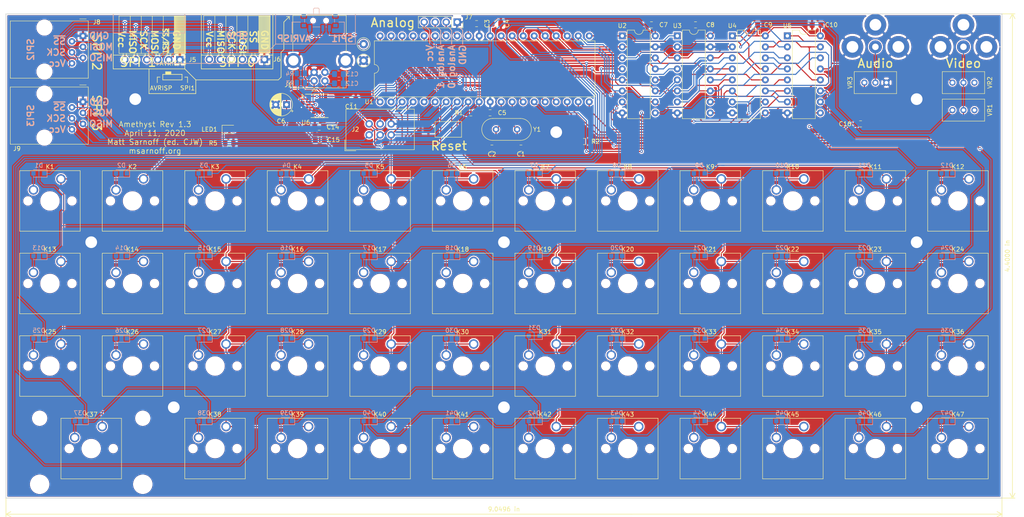
<source format=kicad_pcb>
(kicad_pcb (version 20171130) (host pcbnew "(5.1.4-0)")
  (layers (0 F.Cu signal) (31 B.Cu signal) (34 B.Paste user) (35 F.Paste user) (36 B.SilkS user) (37 F.SilkS user) (38 B.Mask user) (39 F.Mask user) (44 Edge.Cuts user))
  (net 0 "")
  (net 1 "Net-(C1-Pad1)")
  (net 2 GND)
  (net 3 "Net-(C2-Pad1)")
  (net 4 VCC)
  (net 5 /MISO)
  (net 6 /SCK)
  (net 7 /MOSI)
  (net 8 /~RESET)
  (net 9 "Net-(J3-Pad1)")
  (net 10 /AREF)
  (net 11 /~SYNC)
  (net 12 /AUDIO)
  (net 13 /SRMODE)
  (net 14 /PXCLK)
  (net 15 /PC0)
  (net 16 /PC1)
  (net 17 /PC2)
  (net 18 /PC3)
  (net 19 /PC4)
  (net 20 /PC5)
  (net 21 /PC6)
  (net 22 /PC7)
  (net 23 /RX)
  (net 24 /TX)
  (net 25 /~BLANK)
  (net 26 /~SRLOAD)
  (net 27 "Net-(U2-Pad9)")
  (net 28 "Net-(U2-Pad4)")
  (net 29 "Net-(U2-Pad12)")
  (net 30 "Net-(U2-Pad7)")
  (net 31 "Net-(U3-Pad7)")
  (net 32 "Net-(U3-Pad12)")
  (net 33 "Net-(U3-Pad4)")
  (net 34 "Net-(U3-Pad9)")
  (net 35 "Net-(U4-Pad1)")
  (net 36 "Net-(U5-Pad1)")
  (net 37 "Net-(VR1-Pad3)")
  (net 38 "Net-(VR2-Pad3)")
  (net 39 /~SS0)
  (net 40 /~SS1)
  (net 41 "Net-(D1-Pad2)")
  (net 42 "Net-(D2-Pad2)")
  (net 43 "Net-(D3-Pad2)")
  (net 44 "Net-(D4-Pad2)")
  (net 45 "Net-(D5-Pad2)")
  (net 46 "Net-(D6-Pad2)")
  (net 47 "Net-(D7-Pad2)")
  (net 48 "Net-(D8-Pad2)")
  (net 49 "Net-(D9-Pad2)")
  (net 50 "Net-(D10-Pad2)")
  (net 51 "Net-(D11-Pad2)")
  (net 52 "Net-(D12-Pad2)")
  (net 53 "Net-(D13-Pad2)")
  (net 54 "Net-(D14-Pad2)")
  (net 55 "Net-(D15-Pad2)")
  (net 56 "Net-(D16-Pad2)")
  (net 57 "Net-(D17-Pad2)")
  (net 58 "Net-(D18-Pad2)")
  (net 59 "Net-(D19-Pad2)")
  (net 60 "Net-(D20-Pad2)")
  (net 61 "Net-(D21-Pad2)")
  (net 62 "Net-(D22-Pad2)")
  (net 63 "Net-(D23-Pad2)")
  (net 64 "Net-(D24-Pad2)")
  (net 65 "Net-(D25-Pad2)")
  (net 66 "Net-(D26-Pad2)")
  (net 67 "Net-(D27-Pad2)")
  (net 68 "Net-(D28-Pad2)")
  (net 69 "Net-(D29-Pad2)")
  (net 70 "Net-(D30-Pad2)")
  (net 71 "Net-(D31-Pad2)")
  (net 72 "Net-(D32-Pad2)")
  (net 73 "Net-(D33-Pad2)")
  (net 74 "Net-(D34-Pad2)")
  (net 75 "Net-(D35-Pad2)")
  (net 76 "Net-(D36-Pad2)")
  (net 77 "Net-(D37-Pad2)")
  (net 78 "Net-(D38-Pad2)")
  (net 79 "Net-(D39-Pad2)")
  (net 80 "Net-(D40-Pad2)")
  (net 81 "Net-(D41-Pad2)")
  (net 82 "Net-(D42-Pad2)")
  (net 83 "Net-(D43-Pad2)")
  (net 84 /KR0)
  (net 85 /KR1)
  (net 86 /KR2)
  (net 87 /KR3)
  (net 88 /KR4)
  (net 89 /KR5)
  (net 90 /USBDM)
  (net 91 /USBDP)
  (net 92 "Net-(U6-Pad7)")
  (net 93 /~SS2)
  (net 94 /~SS3)
  (net 95 /ANA1)
  (net 96 /ANA0)
  (net 97 "Net-(LED1-Pad1)")
  (net 98 "Net-(D44-Pad2)")
  (net 99 "Net-(D45-Pad2)")
  (net 100 "Net-(D46-Pad2)")
  (net 101 "Net-(D47-Pad2)")
  (net 102 /~SHIFTEN)
  (net 103 "Net-(J4-Pad1)")
  (net 104 "Net-(R4-Pad1)")
  (net 105 "Net-(C16-Pad1)")
  (net 106 "Net-(U6-Pad6)")
  (net 107 "Net-(U6-Pad14)")
  (net 108 "Net-(U6-Pad15)")
  (net 109 "Net-(U6-Pad16)")
  (net 110 "Net-(R3-Pad1)")
  (net 111 "Net-(C14-Pad1)")
  (net 112 "Net-(C15-Pad2)")
  (net 113 "Net-(J5-Pad2)")
  (module Connector_PinSocket_2.54mm:PinSocket_1x06_P2.54mm_Horizontal (layer F.Cu) (at 62.99 33.45 270)
    (fp_text reference J5 (at 0 -2.921) (layer F.SilkS))
    (fp_text value SPI1)
    (pad 6 thru_hole oval (at 0 12.7 270) (size 1.7 1.7) (drill 1) (layers *.Cu *.Mask) (net 4 VCC))
    (pad 5 thru_hole oval (at 0 10.16 270) (size 1.7 1.7) (drill 1) (layers *.Cu *.Mask) (net 5 /MISO))
    (pad 4 thru_hole oval (at 0 7.62 270) (size 1.7 1.7) (drill 1) (layers *.Cu *.Mask) (net 6 /SCK))
    (pad 3 thru_hole oval (at 0 5.08 270) (size 1.7 1.7) (drill 1) (layers *.Cu *.Mask) (net 7 /MOSI))
    (pad 2 thru_hole oval (at 0 2.54 270) (size 1.7 1.7) (drill 1) (layers *.Cu *.Mask) (net 113 "Net-(J5-Pad2)"))
    (pad 1 thru_hole rect (at 0 0 270) (size 1.7 1.7) (drill 1) (layers *.Cu *.Mask) (net 2 GND))
  )
  (module Connector_PinSocket_2.54mm:PinSocket_1x06_P2.54mm_Horizontal (layer F.Cu) (at 82.51 33.37 270)
    (fp_text reference J6 (at 0 -2.921) (layer F.SilkS))
    (fp_text value SPI0)
    (pad 6 thru_hole oval (at 0 12.7 270) (size 1.7 1.7) (drill 1) (layers *.Cu *.Mask) (net 4 VCC))
    (pad 5 thru_hole oval (at 0 10.16 270) (size 1.7 1.7) (drill 1) (layers *.Cu *.Mask) (net 5 /MISO))
    (pad 4 thru_hole oval (at 0 7.62 270) (size 1.7 1.7) (drill 1) (layers *.Cu *.Mask) (net 6 /SCK))
    (pad 3 thru_hole oval (at 0 5.08 270) (size 1.7 1.7) (drill 1) (layers *.Cu *.Mask) (net 7 /MOSI))
    (pad 2 thru_hole oval (at 0 2.54 270) (size 1.7 1.7) (drill 1) (layers *.Cu *.Mask) (net 39 /~SS0))
    (pad 1 thru_hole rect (at 0 0 270) (size 1.7 1.7) (drill 1) (layers *.Cu *.Mask) (net 2 GND))
  )
  (module LED_SMD:LED_0805_2012Metric (layer F.Cu) (at 74.425 49.53)
    (fp_text reference LED1 (at -2.67 0) (layer F.SilkS) (effects (justify right)))
    (fp_text value LED_Small)
    (pad 2 smd roundrect (at 0.9375 0) (size 0.975 1.4) (layers F.Cu F.Paste F.Mask) (net 4 VCC))
    (pad 1 smd roundrect (at -0.9375 0) (size 0.975 1.4) (layers F.Cu F.Paste F.Mask) (net 97 "Net-(LED1-Pad1)"))
  )
  (module Resistor_SMD:R_0805_2012Metric_Pad1.15x1.40mm_HandSolder (layer F.Cu) (at 130.165 45.71)
    (fp_text reference R1 (at -2.78 0) (layer F.SilkS))
    (fp_text value 10k)
    (pad 2 smd roundrect (at 1.025 0) (size 1.15 1.4) (layers F.Cu F.Paste F.Mask) (roundrect_rratio 0.217391) (net 4 VCC))
    (pad 1 smd roundrect (at -1.025 0) (size 1.15 1.4) (layers F.Cu F.Paste F.Mask) (roundrect_rratio 0.217391) (net 8 /~RESET))
  )
  (module Resistor_SMD:R_0805_2012Metric (layer F.Cu) (at 156.3625 52.324 180)
    (fp_text reference R2 (at -2.5655 0 180) (layer F.SilkS))
    (fp_text value 1k)
    (pad 2 smd roundrect (at 0.9375 0 180) (size 0.975 1.4) (layers F.Cu F.Paste F.Mask) (net 11 /~SYNC))
    (pad 1 smd roundrect (at -0.9375 0 180) (size 0.975 1.4) (layers F.Cu F.Paste F.Mask) (net 9 "Net-(J3-Pad1)"))
  )
  (module Resistor_SMD:R_0805_2012Metric (layer B.Cu) (at 90.95 38.74)
    (fp_text reference R3 (at -2.5145 0.127) (layer B.SilkS) (effects (justify mirror)))
    (fp_text value 27)
    (pad 2 smd roundrect (at 0.9375 0) (size 0.975 1.4) (layers B.Cu B.Paste B.Mask) (net 90 /USBDM))
    (pad 1 smd roundrect (at -0.9375 0) (size 0.975 1.4) (layers B.Cu B.Paste B.Mask) (net 110 "Net-(R3-Pad1)"))
  )
  (module Resistor_SMD:R_0805_2012Metric (layer B.Cu) (at 90.9065 36.576)
    (fp_text reference R4 (at -2.5145 0.127) (layer B.SilkS) (effects (justify mirror)))
    (fp_text value 27)
    (pad 2 smd roundrect (at 0.9375 0) (size 0.975 1.4) (layers B.Cu B.Paste B.Mask) (net 91 /USBDP))
    (pad 1 smd roundrect (at -0.9375 0) (size 0.975 1.4) (layers B.Cu B.Paste B.Mask) (net 104 "Net-(R4-Pad1)"))
  )
  (module Capacitor_SMD:C_0805_2012Metric_Pad1.15x1.40mm_HandSolder (layer F.Cu) (at 95.16 49 180)
    (fp_text reference C14 (at -3.175 0) (layer F.SilkS))
    (fp_text value 0.1uF)
    (pad 2 smd roundrect (at 1.025 0 180) (size 1.15 1.4) (layers F.Cu F.Paste F.Mask) (roundrect_rratio 0.217391) (net 2 GND))
    (pad 1 smd roundrect (at -1.025 0 180) (size 1.15 1.4) (layers F.Cu F.Paste F.Mask) (roundrect_rratio 0.217391) (net 111 "Net-(C14-Pad1)"))
  )
  (module Capacitor_SMD:C_0805_2012Metric_Pad1.15x1.40mm_HandSolder (layer F.Cu) (at 141.718 53.848)
    (fp_text reference C1 (at 0 1.397) (layer F.SilkS))
    (fp_text value 18pF)
    (pad 2 smd roundrect (at 1.025 0) (size 1.15 1.4) (layers F.Cu F.Paste F.Mask) (roundrect_rratio 0.217391) (net 2 GND))
    (pad 1 smd roundrect (at -1.025 0) (size 1.15 1.4) (layers F.Cu F.Paste F.Mask) (roundrect_rratio 0.217391) (net 1 "Net-(C1-Pad1)"))
  )
  (module Capacitor_SMD:C_0805_2012Metric_Pad1.15x1.40mm_HandSolder (layer F.Cu) (at 135.015 53.848 180)
    (fp_text reference C2 (at 0 -1.43 180) (layer F.SilkS))
    (fp_text value 18pF)
    (pad 2 smd roundrect (at 1.025 0 180) (size 1.15 1.4) (layers F.Cu F.Paste F.Mask) (roundrect_rratio 0.217391) (net 2 GND))
    (pad 1 smd roundrect (at -1.025 0 180) (size 1.15 1.4) (layers F.Cu F.Paste F.Mask) (roundrect_rratio 0.217391) (net 3 "Net-(C2-Pad1)"))
  )
  (module Capacitor_SMD:C_0805_2012Metric_Pad1.15x1.40mm_HandSolder (layer F.Cu) (at 131.48 25.12)
    (fp_text reference C3 (at 2.427 0 90) (layer F.SilkS))
    (fp_text value 0.1uF)
    (pad 2 smd roundrect (at 1.025 0) (size 1.15 1.4) (layers F.Cu F.Paste F.Mask) (roundrect_rratio 0.217391) (net 2 GND))
    (pad 1 smd roundrect (at -1.025 0) (size 1.15 1.4) (layers F.Cu F.Paste F.Mask) (roundrect_rratio 0.217391) (net 10 /AREF))
  )
  (module Capacitor_SMD:C_0805_2012Metric_Pad1.15x1.40mm_HandSolder (layer F.Cu) (at 136.05 25.11)
    (fp_text reference C4 (at 2.427 0 90) (layer F.SilkS))
    (fp_text value 0.1uF)
    (pad 2 smd roundrect (at 1.025 0) (size 1.15 1.4) (layers F.Cu F.Paste F.Mask) (roundrect_rratio 0.217391) (net 2 GND))
    (pad 1 smd roundrect (at -1.025 0) (size 1.15 1.4) (layers F.Cu F.Paste F.Mask) (roundrect_rratio 0.217391) (net 4 VCC))
  )
  (module Capacitor_SMD:C_0805_2012Metric_Pad1.15x1.40mm_HandSolder (layer F.Cu) (at 134.59 45.7 180)
    (fp_text reference C5 (at -2.78 0 180) (layer F.SilkS))
    (fp_text value 0.1uF)
    (pad 2 smd roundrect (at 1.025 0 180) (size 1.15 1.4) (layers F.Cu F.Paste F.Mask) (roundrect_rratio 0.217391) (net 4 VCC))
    (pad 1 smd roundrect (at -1.025 0 180) (size 1.15 1.4) (layers F.Cu F.Paste F.Mask) (roundrect_rratio 0.217391) (net 2 GND))
  )
  (module Capacitor_SMD:C_0805_2012Metric_Pad1.15x1.40mm_HandSolder (layer F.Cu) (at 171.845 25.4 180)
    (fp_text reference C7 (at -2.78 0 180) (layer F.SilkS))
    (fp_text value 0.1uF)
    (pad 2 smd roundrect (at 1.025 0 180) (size 1.15 1.4) (layers F.Cu F.Paste F.Mask) (roundrect_rratio 0.217391) (net 2 GND))
    (pad 1 smd roundrect (at -1.025 0 180) (size 1.15 1.4) (layers F.Cu F.Paste F.Mask) (roundrect_rratio 0.217391) (net 4 VCC))
  )
  (module Capacitor_SMD:C_0805_2012Metric_Pad1.15x1.40mm_HandSolder (layer F.Cu) (at 182.005 25.4 180)
    (fp_text reference C8 (at -3.415 0 180) (layer F.SilkS))
    (fp_text value 0.1uF)
    (pad 2 smd roundrect (at 1.025 0 180) (size 1.15 1.4) (layers F.Cu F.Paste F.Mask) (roundrect_rratio 0.217391) (net 2 GND))
    (pad 1 smd roundrect (at -1.025 0 180) (size 1.15 1.4) (layers F.Cu F.Paste F.Mask) (roundrect_rratio 0.217391) (net 4 VCC))
  )
  (module Capacitor_SMD:C_0805_2012Metric_Pad1.15x1.40mm_HandSolder (layer F.Cu) (at 195.34 25.4 180)
    (fp_text reference C9 (at -3.415 0 180) (layer F.SilkS))
    (fp_text value 0.1uF)
    (pad 2 smd roundrect (at 1.025 0 180) (size 1.15 1.4) (layers F.Cu F.Paste F.Mask) (roundrect_rratio 0.217391) (net 2 GND))
    (pad 1 smd roundrect (at -1.025 0 180) (size 1.15 1.4) (layers F.Cu F.Paste F.Mask) (roundrect_rratio 0.217391) (net 4 VCC))
  )
  (module Capacitor_SMD:C_0805_2012Metric_Pad1.15x1.40mm_HandSolder (layer F.Cu) (at 209.945 25.4 180)
    (fp_text reference C10 (at -3.415 0 180) (layer F.SilkS))
    (fp_text value 0.1uF)
    (pad 2 smd roundrect (at 1.025 0 180) (size 1.15 1.4) (layers F.Cu F.Paste F.Mask) (roundrect_rratio 0.217391) (net 2 GND))
    (pad 1 smd roundrect (at -1.025 0 180) (size 1.15 1.4) (layers F.Cu F.Paste F.Mask) (roundrect_rratio 0.217391) (net 4 VCC))
  )
  (module Capacitor_SMD:C_0805_2012Metric_Pad1.15x1.40mm_HandSolder (layer F.Cu) (at 102.58 42.74)
    (fp_text reference C11 (at 0 1.524) (layer F.SilkS))
    (fp_text value 0.1uF)
    (pad 2 smd roundrect (at 1.025 0) (size 1.15 1.4) (layers F.Cu F.Paste F.Mask) (roundrect_rratio 0.217391) (net 2 GND))
    (pad 1 smd roundrect (at -1.025 0) (size 1.15 1.4) (layers F.Cu F.Paste F.Mask) (roundrect_rratio 0.217391) (net 4 VCC))
  )
  (module Capacitor_SMD:C_0805_2012Metric_Pad1.15x1.40mm_HandSolder (layer B.Cu) (at 99.71 38.93)
    (fp_text reference C12 (at 3.062 0) (layer B.SilkS) (effects (justify mirror)))
    (fp_text value 47pF)
    (pad 2 smd roundrect (at 1.025 0) (size 1.15 1.4) (layers B.Cu B.Paste B.Mask) (roundrect_rratio 0.217391) (net 2 GND))
    (pad 1 smd roundrect (at -1.025 0) (size 1.15 1.4) (layers B.Cu B.Paste B.Mask) (roundrect_rratio 0.217391) (net 90 /USBDM))
  )
  (module Capacitor_SMD:C_0805_2012Metric_Pad1.15x1.40mm_HandSolder (layer B.Cu) (at 99.71 36.76)
    (fp_text reference C13 (at 3.062 0) (layer B.SilkS) (effects (justify mirror)))
    (fp_text value 47pF)
    (pad 2 smd roundrect (at 1.025 0) (size 1.15 1.4) (layers B.Cu B.Paste B.Mask) (roundrect_rratio 0.217391) (net 2 GND))
    (pad 1 smd roundrect (at -1.025 0) (size 1.15 1.4) (layers B.Cu B.Paste B.Mask) (roundrect_rratio 0.217391) (net 91 /USBDP))
  )
  (module Capacitor_SMD:C_0805_2012Metric_Pad1.15x1.40mm_HandSolder (layer F.Cu) (at 95.28 51.93 180)
    (fp_text reference C15 (at -3.175 0) (layer F.SilkS))
    (fp_text value 0.1uF)
    (pad 2 smd roundrect (at 1.025 0 180) (size 1.15 1.4) (layers F.Cu F.Paste F.Mask) (roundrect_rratio 0.217391) (net 112 "Net-(C15-Pad2)"))
    (pad 1 smd roundrect (at -1.025 0 180) (size 1.15 1.4) (layers F.Cu F.Paste F.Mask) (roundrect_rratio 0.217391) (net 8 /~RESET))
  )
  (module Capacitor_SMD:C_0805_2012Metric_Pad1.15x1.40mm_HandSolder (layer F.Cu) (at 220.105 48.26 180)
    (fp_text reference C16 (at 3.57 0) (layer F.SilkS))
    (fp_text value 0.1uF)
    (pad 2 smd roundrect (at 1.025 0 180) (size 1.15 1.4) (layers F.Cu F.Paste F.Mask) (roundrect_rratio 0.217391) (net 12 /AUDIO))
    (pad 1 smd roundrect (at -1.025 0 180) (size 1.15 1.4) (layers F.Cu F.Paste F.Mask) (roundrect_rratio 0.217391) (net 105 "Net-(C16-Pad1)"))
  )
  (module Resistor_SMD:R_0805_2012Metric (layer F.Cu) (at 74.425 52.705 180)
    (fp_text reference R5 (at 2.67 0 180) (layer F.SilkS) (effects (justify right)))
    (fp_text value 1.5k)
    (pad 2 smd roundrect (at 0.9375 0 180) (size 0.975 1.4) (layers F.Cu F.Paste F.Mask) (net 97 "Net-(LED1-Pad1)"))
    (pad 1 smd roundrect (at -0.9375 0 180) (size 0.975 1.4) (layers F.Cu F.Paste F.Mask) (net 2 GND))
  )
  (module Package_DIP:DIP-16_W7.62mm (layer F.Cu) (at 203.2 27.94)
    (fp_text reference U5 (at 0 -2.33) (layer F.SilkS))
    (fp_text value 74HC166)
    (pad 16 thru_hole oval (at 7.62 0) (size 1.6 1.6) (drill 0.8) (layers *.Cu *.Mask) (net 4 VCC))
    (pad 8 thru_hole oval (at 0 17.78) (size 1.6 1.6) (drill 0.8) (layers *.Cu *.Mask) (net 2 GND))
    (pad 15 thru_hole oval (at 7.62 2.54) (size 1.6 1.6) (drill 0.8) (layers *.Cu *.Mask) (net 26 /~SRLOAD))
    (pad 7 thru_hole oval (at 0 15.24) (size 1.6 1.6) (drill 0.8) (layers *.Cu *.Mask) (net 14 /PXCLK))
    (pad 14 thru_hole oval (at 7.62 5.08) (size 1.6 1.6) (drill 0.8) (layers *.Cu *.Mask) (net 22 /PC7))
    (pad 6 thru_hole oval (at 0 12.7) (size 1.6 1.6) (drill 0.8) (layers *.Cu *.Mask) (net 102 /~SHIFTEN))
    (pad 13 thru_hole oval (at 7.62 7.62) (size 1.6 1.6) (drill 0.8) (layers *.Cu *.Mask) (net 36 "Net-(U5-Pad1)"))
    (pad 5 thru_hole oval (at 0 10.16) (size 1.6 1.6) (drill 0.8) (layers *.Cu *.Mask) (net 34 "Net-(U3-Pad9)"))
    (pad 12 thru_hole oval (at 7.62 10.16) (size 1.6 1.6) (drill 0.8) (layers *.Cu *.Mask) (net 21 /PC6))
    (pad 4 thru_hole oval (at 0 7.62) (size 1.6 1.6) (drill 0.8) (layers *.Cu *.Mask) (net 32 "Net-(U3-Pad12)"))
    (pad 11 thru_hole oval (at 7.62 12.7) (size 1.6 1.6) (drill 0.8) (layers *.Cu *.Mask) (net 20 /PC5))
    (pad 3 thru_hole oval (at 0 5.08) (size 1.6 1.6) (drill 0.8) (layers *.Cu *.Mask) (net 31 "Net-(U3-Pad7)"))
    (pad 10 thru_hole oval (at 7.62 15.24) (size 1.6 1.6) (drill 0.8) (layers *.Cu *.Mask) (net 19 /PC4))
    (pad 2 thru_hole oval (at 0 2.54) (size 1.6 1.6) (drill 0.8) (layers *.Cu *.Mask) (net 33 "Net-(U3-Pad4)"))
    (pad 9 thru_hole oval (at 7.62 17.78) (size 1.6 1.6) (drill 0.8) (layers *.Cu *.Mask) (net 25 /~BLANK))
    (pad 1 thru_hole rect (at 0 0) (size 1.6 1.6) (drill 0.8) (layers *.Cu *.Mask) (net 36 "Net-(U5-Pad1)"))
  )
  (module MountingHole:MountingHole_2.7mm_M2.5_DIN965_Pad (layer F.Cu) (at 137.795 75.565)
    (fp_text reference REF** hide)
    (fp_text value MountingHole_2.7mm_M2.5_DIN965_Pad)
    (pad 1 thru_hole circle (at 0 0) (size 4.700001 4.700001) (drill 2.7) (layers *.Cu *.Mask) (net 2 GND))
  )
  (module MountingHole:MountingHole_2.7mm_M2.5_DIN965_Pad (layer F.Cu) (at 233.045 75.565)
    (fp_text reference REF** hide)
    (fp_text value MountingHole_2.7mm_M2.5_DIN965_Pad)
    (pad 1 thru_hole circle (at 0 0) (size 4.700001 4.700001) (drill 2.7) (layers *.Cu *.Mask) (net 2 GND))
  )
  (module MountingHole:MountingHole_2.7mm_M2.5_DIN965_Pad (layer F.Cu) (at 42.545 75.565)
    (fp_text reference REF** hide)
    (fp_text value MountingHole_2.7mm_M2.5_DIN965_Pad)
    (pad 1 thru_hole circle (at 0 0) (size 4.700001 4.700001) (drill 2.7) (layers *.Cu *.Mask) (net 2 GND))
  )
  (module MountingHole:MountingHole_2.7mm_M2.5_DIN965_Pad (layer F.Cu) (at 149.86 50.165)
    (fp_text reference REF** hide)
    (fp_text value MountingHole_2.7mm_M2.5_DIN965_Pad)
    (pad 1 thru_hole circle (at 0 0) (size 4.7 4.7) (drill 2.7) (layers *.Cu *.Mask) (net 2 GND))
  )
  (module MountingHole:MountingHole_2.7mm_M2.5_DIN965_Pad (layer F.Cu) (at 52.705 42.545)
    (fp_text reference REF** hide)
    (fp_text value MountingHole_2.7mm_M2.5_DIN965_Pad)
    (pad 1 thru_hole circle (at 0 0) (size 4.7 4.7) (drill 2.7) (layers *.Cu *.Mask) (net 2 GND))
  )
  (module MountingHole:MountingHole_2.7mm_M2.5_DIN965_Pad (layer F.Cu) (at 233.045 42.545)
    (fp_text reference REF** hide)
    (fp_text value MountingHole_2.7mm_M2.5_DIN965_Pad)
    (pad 1 thru_hole circle (at 0 0) (size 4.700001 4.700001) (drill 2.7) (layers *.Cu *.Mask) (net 2 GND))
  )
  (module MountingHole:MountingHole_2.7mm_M2.5_DIN965_Pad (layer F.Cu) (at 61.595 113.665)
    (fp_text reference REF** hide)
    (fp_text value MountingHole_2.7mm_M2.5_DIN965_Pad)
    (pad 1 thru_hole circle (at 0 0) (size 4.700001 4.700001) (drill 2.7) (layers *.Cu *.Mask) (net 2 GND))
  )
  (module MountingHole:MountingHole_2.7mm_M2.5_DIN965_Pad (layer F.Cu) (at 137.795 113.665)
    (fp_text reference REF** hide)
    (fp_text value MountingHole_2.7mm_M2.5_DIN965_Pad)
    (pad 1 thru_hole circle (at 0 0) (size 4.700001 4.700001) (drill 2.7) (layers *.Cu *.Mask) (net 2 GND))
  )
  (module MountingHole:MountingHole_2.7mm_M2.5_DIN965_Pad (layer F.Cu) (at 233.045 113.665)
    (fp_text reference REF** hide)
    (fp_text value MountingHole_2.7mm_M2.5_DIN965_Pad)
    (pad 1 thru_hole circle (at 0 0) (size 4.700001 4.700001) (drill 2.7) (layers *.Cu *.Mask) (net 2 GND))
  )
  (module Connector_USB:USB_B_OST_USB-B1HSxx_Horizontal (layer F.Cu) (at 93.98 38.354 90)
    (fp_text reference J1 (at -0.889 -5.969 180) (layer F.SilkS))
    (fp_text value USB-B)
    (pad 1 thru_hole circle (at 0 0 90) (size 1.7 1.7) (drill 0.92) (layers *.Cu *.Mask) (net 4 VCC))
    (pad 2 thru_hole circle (at 0 2.5 90) (size 1.7 1.7) (drill 0.92) (layers *.Cu *.Mask) (net 90 /USBDM))
    (pad 3 thru_hole circle (at 2 2.5 90) (size 1.7 1.7) (drill 0.92) (layers *.Cu *.Mask) (net 91 /USBDP))
    (pad 4 thru_hole circle (at 2 0 90) (size 1.7 1.7) (drill 0.92) (layers *.Cu *.Mask) (net 2 GND))
    (pad 5 thru_hole circle (at 4.71 -4.77 90) (size 3.5 3.5) (drill 2.33) (layers *.Cu *.Mask) (net 2 GND))
    (pad 5 thru_hole circle (at 4.71 7.27 90) (size 3.5 3.5) (drill 2.33) (layers *.Cu *.Mask) (net 2 GND))
  )
  (module Package_DIP:DIP-40_W15.24mm (layer F.Cu) (at 109.22 43.18 90)
    (fp_text reference U1 (at 0 -2.54 180) (layer F.SilkS))
    (fp_text value ATmega1284P-PU)
    (pad 1 thru_hole circle (at 0 0 90) (size 1.6 1.6) (drill 0.8) (layers *.Cu *.Mask) (net 40 /~SS1))
    (pad 21 thru_hole oval (at 15.24 48.26 90) (size 1.6 1.6) (drill 0.8) (layers *.Cu *.Mask) (net 13 /SRMODE))
    (pad 2 thru_hole oval (at 0 2.54 90) (size 1.6 1.6) (drill 0.8) (layers *.Cu *.Mask) (net 14 /PXCLK))
    (pad 22 thru_hole oval (at 15.24 45.72 90) (size 1.6 1.6) (drill 0.8) (layers *.Cu *.Mask) (net 15 /PC0))
    (pad 3 thru_hole oval (at 0 5.08 90) (size 1.6 1.6) (drill 0.8) (layers *.Cu *.Mask) (net 93 /~SS2))
    (pad 23 thru_hole oval (at 15.24 43.18 90) (size 1.6 1.6) (drill 0.8) (layers *.Cu *.Mask) (net 16 /PC1))
    (pad 4 thru_hole oval (at 0 7.62 90) (size 1.6 1.6) (drill 0.8) (layers *.Cu *.Mask) (net 94 /~SS3))
    (pad 24 thru_hole oval (at 15.24 40.64 90) (size 1.6 1.6) (drill 0.8) (layers *.Cu *.Mask) (net 17 /PC2))
    (pad 5 thru_hole oval (at 0 10.16 90) (size 1.6 1.6) (drill 0.8) (layers *.Cu *.Mask) (net 12 /AUDIO))
    (pad 25 thru_hole oval (at 15.24 38.1 90) (size 1.6 1.6) (drill 0.8) (layers *.Cu *.Mask) (net 18 /PC3))
    (pad 6 thru_hole oval (at 0 12.7 90) (size 1.6 1.6) (drill 0.8) (layers *.Cu *.Mask) (net 7 /MOSI))
    (pad 26 thru_hole oval (at 15.24 35.56 90) (size 1.6 1.6) (drill 0.8) (layers *.Cu *.Mask) (net 19 /PC4))
    (pad 7 thru_hole oval (at 0 15.24 90) (size 1.6 1.6) (drill 0.8) (layers *.Cu *.Mask) (net 5 /MISO))
    (pad 27 thru_hole oval (at 15.24 33.02 90) (size 1.6 1.6) (drill 0.8) (layers *.Cu *.Mask) (net 20 /PC5))
    (pad 8 thru_hole oval (at 0 17.78 90) (size 1.6 1.6) (drill 0.8) (layers *.Cu *.Mask) (net 6 /SCK))
    (pad 28 thru_hole oval (at 15.24 30.48 90) (size 1.6 1.6) (drill 0.8) (layers *.Cu *.Mask) (net 21 /PC6))
    (pad 9 thru_hole oval (at 0 20.32 90) (size 1.6 1.6) (drill 0.8) (layers *.Cu *.Mask) (net 8 /~RESET))
    (pad 29 thru_hole oval (at 15.24 27.94 90) (size 1.6 1.6) (drill 0.8) (layers *.Cu *.Mask) (net 22 /PC7))
    (pad 10 thru_hole oval (at 0 22.86 90) (size 1.6 1.6) (drill 0.8) (layers *.Cu *.Mask) (net 4 VCC))
    (pad 30 thru_hole oval (at 15.24 25.4 90) (size 1.6 1.6) (drill 0.8) (layers *.Cu *.Mask) (net 4 VCC))
    (pad 11 thru_hole oval (at 0 25.4 90) (size 1.6 1.6) (drill 0.8) (layers *.Cu *.Mask) (net 2 GND))
    (pad 31 thru_hole oval (at 15.24 22.86 90) (size 1.6 1.6) (drill 0.8) (layers *.Cu *.Mask) (net 2 GND))
    (pad 12 thru_hole oval (at 0 27.94 90) (size 1.6 1.6) (drill 0.8) (layers *.Cu *.Mask) (net 3 "Net-(C2-Pad1)"))
    (pad 32 thru_hole oval (at 15.24 20.32 90) (size 1.6 1.6) (drill 0.8) (layers *.Cu *.Mask) (net 10 /AREF))
    (pad 13 thru_hole oval (at 0 30.48 90) (size 1.6 1.6) (drill 0.8) (layers *.Cu *.Mask) (net 1 "Net-(C1-Pad1)"))
    (pad 33 thru_hole oval (at 15.24 17.78 90) (size 1.6 1.6) (drill 0.8) (layers *.Cu *.Mask) (net 96 /ANA0))
    (pad 14 thru_hole oval (at 0 33.02 90) (size 1.6 1.6) (drill 0.8) (layers *.Cu *.Mask) (net 39 /~SS0))
    (pad 34 thru_hole oval (at 15.24 15.24 90) (size 1.6 1.6) (drill 0.8) (layers *.Cu *.Mask) (net 95 /ANA1))
    (pad 15 thru_hole oval (at 0 35.56 90) (size 1.6 1.6) (drill 0.8) (layers *.Cu *.Mask) (net 102 /~SHIFTEN))
    (pad 35 thru_hole oval (at 15.24 12.7 90) (size 1.6 1.6) (drill 0.8) (layers *.Cu *.Mask) (net 89 /KR5))
    (pad 16 thru_hole oval (at 0 38.1 90) (size 1.6 1.6) (drill 0.8) (layers *.Cu *.Mask) (net 23 /RX))
    (pad 36 thru_hole oval (at 15.24 10.16 90) (size 1.6 1.6) (drill 0.8) (layers *.Cu *.Mask) (net 88 /KR4))
    (pad 17 thru_hole oval (at 0 40.64 90) (size 1.6 1.6) (drill 0.8) (layers *.Cu *.Mask) (net 24 /TX))
    (pad 37 thru_hole oval (at 15.24 7.62 90) (size 1.6 1.6) (drill 0.8) (layers *.Cu *.Mask) (net 87 /KR3))
    (pad 18 thru_hole oval (at 0 43.18 90) (size 1.6 1.6) (drill 0.8) (layers *.Cu *.Mask) (net 11 /~SYNC))
    (pad 38 thru_hole oval (at 15.24 5.08 90) (size 1.6 1.6) (drill 0.8) (layers *.Cu *.Mask) (net 86 /KR2))
    (pad 19 thru_hole oval (at 0 45.72 90) (size 1.6 1.6) (drill 0.8) (layers *.Cu *.Mask) (net 25 /~BLANK))
    (pad 39 thru_hole oval (at 15.24 2.54 90) (size 1.6 1.6) (drill 0.8) (layers *.Cu *.Mask) (net 85 /KR1))
    (pad 20 thru_hole oval (at 0 48.26 90) (size 1.6 1.6) (drill 0.8) (layers *.Cu *.Mask) (net 26 /~SRLOAD))
    (pad 40 thru_hole oval (at 15.24 0 90) (size 1.6 1.6) (drill 0.8) (layers *.Cu *.Mask) (net 84 /KR0))
  )
  (module Package_DIP:DIP-16_W7.62mm (layer F.Cu) (at 177.8 27.94)
    (fp_text reference U3 (at 0 -2.33) (layer F.SilkS))
    (fp_text value 74HC157)
    (pad 16 thru_hole oval (at 7.62 0) (size 1.6 1.6) (drill 0.8) (layers *.Cu *.Mask) (net 4 VCC))
    (pad 8 thru_hole oval (at 0 17.78) (size 1.6 1.6) (drill 0.8) (layers *.Cu *.Mask) (net 2 GND))
    (pad 15 thru_hole oval (at 7.62 2.54) (size 1.6 1.6) (drill 0.8) (layers *.Cu *.Mask) (net 2 GND))
    (pad 7 thru_hole oval (at 0 15.24) (size 1.6 1.6) (drill 0.8) (layers *.Cu *.Mask) (net 31 "Net-(U3-Pad7)"))
    (pad 14 thru_hole oval (at 7.62 5.08) (size 1.6 1.6) (drill 0.8) (layers *.Cu *.Mask) (net 21 /PC6))
    (pad 6 thru_hole oval (at 0 12.7) (size 1.6 1.6) (drill 0.8) (layers *.Cu *.Mask) (net 16 /PC1))
    (pad 13 thru_hole oval (at 7.62 7.62) (size 1.6 1.6) (drill 0.8) (layers *.Cu *.Mask) (net 17 /PC2))
    (pad 5 thru_hole oval (at 0 10.16) (size 1.6 1.6) (drill 0.8) (layers *.Cu *.Mask) (net 20 /PC5))
    (pad 12 thru_hole oval (at 7.62 10.16) (size 1.6 1.6) (drill 0.8) (layers *.Cu *.Mask) (net 32 "Net-(U3-Pad12)"))
    (pad 4 thru_hole oval (at 0 7.62) (size 1.6 1.6) (drill 0.8) (layers *.Cu *.Mask) (net 33 "Net-(U3-Pad4)"))
    (pad 11 thru_hole oval (at 7.62 12.7) (size 1.6 1.6) (drill 0.8) (layers *.Cu *.Mask) (net 22 /PC7))
    (pad 3 thru_hole oval (at 0 5.08) (size 1.6 1.6) (drill 0.8) (layers *.Cu *.Mask) (net 15 /PC0))
    (pad 10 thru_hole oval (at 7.62 15.24) (size 1.6 1.6) (drill 0.8) (layers *.Cu *.Mask) (net 18 /PC3))
    (pad 2 thru_hole oval (at 0 2.54) (size 1.6 1.6) (drill 0.8) (layers *.Cu *.Mask) (net 19 /PC4))
    (pad 9 thru_hole oval (at 7.62 17.78) (size 1.6 1.6) (drill 0.8) (layers *.Cu *.Mask) (net 34 "Net-(U3-Pad9)"))
    (pad 1 thru_hole rect (at 0 0) (size 1.6 1.6) (drill 0.8) (layers *.Cu *.Mask) (net 13 /SRMODE))
  )
  (module Button_Switch_Keyboard:SW_Cherry_MX1A_1.00u_PCB (layer F.Cu) (at 35.56 80.01)
    (fp_text reference K13 (at -2.54 -2.794) (layer F.SilkS))
    (fp_text value SW_Push)
    (pad "" np_thru_hole circle (at 2.54 5.08) (size 1.7 1.7) (drill 1.7) (layers *.Cu *.Mask))
    (pad "" np_thru_hole circle (at -7.62 5.08) (size 1.7 1.7) (drill 1.7) (layers *.Cu *.Mask))
    (pad "" np_thru_hole circle (at -2.54 5.08) (size 4 4) (drill 4) (layers *.Cu *.Mask))
    (pad 2 thru_hole circle (at -6.35 2.54) (size 2.2 2.2) (drill 1.5) (layers *.Cu *.Mask) (net 53 "Net-(D13-Pad2)"))
    (pad 1 thru_hole circle (at 0 0) (size 2.2 2.2) (drill 1.5) (layers *.Cu *.Mask) (net 84 /KR0))
  )
  (module Button_Switch_Keyboard:SW_Cherry_MX1A_1.00u_PCB (layer F.Cu) (at 226.06 60.96)
    (fp_text reference K11 (at -2.54 -2.794) (layer F.SilkS))
    (fp_text value SW_Push)
    (pad "" np_thru_hole circle (at 2.54 5.08) (size 1.7 1.7) (drill 1.7) (layers *.Cu *.Mask))
    (pad "" np_thru_hole circle (at -7.62 5.08) (size 1.7 1.7) (drill 1.7) (layers *.Cu *.Mask))
    (pad "" np_thru_hole circle (at -2.54 5.08) (size 4 4) (drill 4) (layers *.Cu *.Mask))
    (pad 2 thru_hole circle (at -6.35 2.54) (size 2.2 2.2) (drill 1.5) (layers *.Cu *.Mask) (net 51 "Net-(D11-Pad2)"))
    (pad 1 thru_hole circle (at 0 0) (size 2.2 2.2) (drill 1.5) (layers *.Cu *.Mask) (net 89 /KR5))
  )
  (module Button_Switch_Keyboard:SW_Cherry_MX1A_1.00u_PCB (layer F.Cu) (at 54.61 60.96)
    (fp_text reference K2 (at -2.54 -2.794) (layer F.SilkS))
    (fp_text value SW_Push)
    (pad 1 thru_hole circle (at 0 0) (size 2.2 2.2) (drill 1.5) (layers *.Cu *.Mask) (net 84 /KR0))
    (pad 2 thru_hole circle (at -6.35 2.54) (size 2.2 2.2) (drill 1.5) (layers *.Cu *.Mask) (net 42 "Net-(D2-Pad2)"))
    (pad "" np_thru_hole circle (at -2.54 5.08) (size 4 4) (drill 4) (layers *.Cu *.Mask))
    (pad "" np_thru_hole circle (at -7.62 5.08) (size 1.7 1.7) (drill 1.7) (layers *.Cu *.Mask))
    (pad "" np_thru_hole circle (at 2.54 5.08) (size 1.7 1.7) (drill 1.7) (layers *.Cu *.Mask))
  )
  (module Button_Switch_Keyboard:SW_Cherry_MX1A_1.00u_PCB (layer F.Cu) (at 35.56 99.06)
    (fp_text reference K25 (at -2.54 -2.794) (layer F.SilkS))
    (fp_text value SW_Push)
    (pad 1 thru_hole circle (at 0 0) (size 2.2 2.2) (drill 1.5) (layers *.Cu *.Mask) (net 84 /KR0))
    (pad 2 thru_hole circle (at -6.35 2.54) (size 2.2 2.2) (drill 1.5) (layers *.Cu *.Mask) (net 65 "Net-(D25-Pad2)"))
    (pad "" np_thru_hole circle (at -2.54 5.08) (size 4 4) (drill 4) (layers *.Cu *.Mask))
    (pad "" np_thru_hole circle (at -7.62 5.08) (size 1.7 1.7) (drill 1.7) (layers *.Cu *.Mask))
    (pad "" np_thru_hole circle (at 2.54 5.08) (size 1.7 1.7) (drill 1.7) (layers *.Cu *.Mask))
  )
  (module Button_Switch_Keyboard:SW_Cherry_MX1A_1.00u_PCB (layer F.Cu) (at 54.61 99.06)
    (fp_text reference K26 (at -2.54 -2.794) (layer F.SilkS))
    (fp_text value SW_Push)
    (pad 1 thru_hole circle (at 0 0) (size 2.2 2.2) (drill 1.5) (layers *.Cu *.Mask) (net 84 /KR0))
    (pad 2 thru_hole circle (at -6.35 2.54) (size 2.2 2.2) (drill 1.5) (layers *.Cu *.Mask) (net 66 "Net-(D26-Pad2)"))
    (pad "" np_thru_hole circle (at -2.54 5.08) (size 4 4) (drill 4) (layers *.Cu *.Mask))
    (pad "" np_thru_hole circle (at -7.62 5.08) (size 1.7 1.7) (drill 1.7) (layers *.Cu *.Mask))
    (pad "" np_thru_hole circle (at 2.54 5.08) (size 1.7 1.7) (drill 1.7) (layers *.Cu *.Mask))
  )
  (module Button_Switch_Keyboard:SW_Cherry_MX1A_1.00u_PCB (layer F.Cu) (at 73.66 99.06)
    (fp_text reference K27 (at -2.54 -2.794) (layer F.SilkS))
    (fp_text value SW_Push)
    (pad "" np_thru_hole circle (at 2.54 5.08) (size 1.7 1.7) (drill 1.7) (layers *.Cu *.Mask))
    (pad "" np_thru_hole circle (at -7.62 5.08) (size 1.7 1.7) (drill 1.7) (layers *.Cu *.Mask))
    (pad "" np_thru_hole circle (at -2.54 5.08) (size 4 4) (drill 4) (layers *.Cu *.Mask))
    (pad 2 thru_hole circle (at -6.35 2.54) (size 2.2 2.2) (drill 1.5) (layers *.Cu *.Mask) (net 67 "Net-(D27-Pad2)"))
    (pad 1 thru_hole circle (at 0 0) (size 2.2 2.2) (drill 1.5) (layers *.Cu *.Mask) (net 85 /KR1))
  )
  (module Button_Switch_Keyboard:SW_Cherry_MX1A_1.00u_PCB (layer F.Cu) (at 130.81 80.01)
    (fp_text reference K18 (at -2.54 -2.794) (layer F.SilkS))
    (fp_text value SW_Push)
    (pad 1 thru_hole circle (at 0 0) (size 2.2 2.2) (drill 1.5) (layers *.Cu *.Mask) (net 86 /KR2))
    (pad 2 thru_hole circle (at -6.35 2.54) (size 2.2 2.2) (drill 1.5) (layers *.Cu *.Mask) (net 58 "Net-(D18-Pad2)"))
    (pad "" np_thru_hole circle (at -2.54 5.08) (size 4 4) (drill 4) (layers *.Cu *.Mask))
    (pad "" np_thru_hole circle (at -7.62 5.08) (size 1.7 1.7) (drill 1.7) (layers *.Cu *.Mask))
    (pad "" np_thru_hole circle (at 2.54 5.08) (size 1.7 1.7) (drill 1.7) (layers *.Cu *.Mask))
  )
  (module Button_Switch_Keyboard:SW_Cherry_MX1A_1.00u_PCB (layer F.Cu) (at 130.81 118.11)
    (fp_text reference K41 (at -2.54 -2.794) (layer F.SilkS))
    (fp_text value SW_Push)
    (pad 1 thru_hole circle (at 0 0) (size 2.2 2.2) (drill 1.5) (layers *.Cu *.Mask) (net 86 /KR2))
    (pad 2 thru_hole circle (at -6.35 2.54) (size 2.2 2.2) (drill 1.5) (layers *.Cu *.Mask) (net 81 "Net-(D41-Pad2)"))
    (pad "" np_thru_hole circle (at -2.54 5.08) (size 4 4) (drill 4) (layers *.Cu *.Mask))
    (pad "" np_thru_hole circle (at -7.62 5.08) (size 1.7 1.7) (drill 1.7) (layers *.Cu *.Mask))
    (pad "" np_thru_hole circle (at 2.54 5.08) (size 1.7 1.7) (drill 1.7) (layers *.Cu *.Mask))
  )
  (module Button_Switch_Keyboard:SW_Cherry_MX1A_1.00u_PCB (layer F.Cu) (at 168.91 60.96)
    (fp_text reference K8 (at -2.54 -2.794) (layer F.SilkS))
    (fp_text value SW_Push)
    (pad 1 thru_hole circle (at 0 0) (size 2.2 2.2) (drill 1.5) (layers *.Cu *.Mask) (net 87 /KR3))
    (pad 2 thru_hole circle (at -6.35 2.54) (size 2.2 2.2) (drill 1.5) (layers *.Cu *.Mask) (net 48 "Net-(D8-Pad2)"))
    (pad "" np_thru_hole circle (at -2.54 5.08) (size 4 4) (drill 4) (layers *.Cu *.Mask))
    (pad "" np_thru_hole circle (at -7.62 5.08) (size 1.7 1.7) (drill 1.7) (layers *.Cu *.Mask))
    (pad "" np_thru_hole circle (at 2.54 5.08) (size 1.7 1.7) (drill 1.7) (layers *.Cu *.Mask))
  )
  (module Button_Switch_Keyboard:SW_Cherry_MX1A_1.00u_PCB (layer F.Cu) (at 168.91 99.06)
    (fp_text reference K32 (at -2.54 -2.794) (layer F.SilkS))
    (fp_text value SW_Push)
    (pad "" np_thru_hole circle (at 2.54 5.08) (size 1.7 1.7) (drill 1.7) (layers *.Cu *.Mask))
    (pad "" np_thru_hole circle (at -7.62 5.08) (size 1.7 1.7) (drill 1.7) (layers *.Cu *.Mask))
    (pad "" np_thru_hole circle (at -2.54 5.08) (size 4 4) (drill 4) (layers *.Cu *.Mask))
    (pad 2 thru_hole circle (at -6.35 2.54) (size 2.2 2.2) (drill 1.5) (layers *.Cu *.Mask) (net 72 "Net-(D32-Pad2)"))
    (pad 1 thru_hole circle (at 0 0) (size 2.2 2.2) (drill 1.5) (layers *.Cu *.Mask) (net 87 /KR3))
  )
  (module Button_Switch_Keyboard:SW_Cherry_MX1A_1.00u_PCB (layer F.Cu) (at 207.01 80.01)
    (fp_text reference K22 (at -2.54 -2.794) (layer F.SilkS))
    (fp_text value SW_Push)
    (pad 1 thru_hole circle (at 0 0) (size 2.2 2.2) (drill 1.5) (layers *.Cu *.Mask) (net 88 /KR4))
    (pad 2 thru_hole circle (at -6.35 2.54) (size 2.2 2.2) (drill 1.5) (layers *.Cu *.Mask) (net 62 "Net-(D22-Pad2)"))
    (pad "" np_thru_hole circle (at -2.54 5.08) (size 4 4) (drill 4) (layers *.Cu *.Mask))
    (pad "" np_thru_hole circle (at -7.62 5.08) (size 1.7 1.7) (drill 1.7) (layers *.Cu *.Mask))
    (pad "" np_thru_hole circle (at 2.54 5.08) (size 1.7 1.7) (drill 1.7) (layers *.Cu *.Mask))
  )
  (module Button_Switch_Keyboard:SW_Cherry_MX1A_1.00u_PCB (layer F.Cu) (at 207.01 99.06)
    (fp_text reference K34 (at -2.54 -2.794) (layer F.SilkS))
    (fp_text value SW_Push)
    (pad 1 thru_hole circle (at 0 0) (size 2.2 2.2) (drill 1.5) (layers *.Cu *.Mask) (net 88 /KR4))
    (pad 2 thru_hole circle (at -6.35 2.54) (size 2.2 2.2) (drill 1.5) (layers *.Cu *.Mask) (net 74 "Net-(D34-Pad2)"))
    (pad "" np_thru_hole circle (at -2.54 5.08) (size 4 4) (drill 4) (layers *.Cu *.Mask))
    (pad "" np_thru_hole circle (at -7.62 5.08) (size 1.7 1.7) (drill 1.7) (layers *.Cu *.Mask))
    (pad "" np_thru_hole circle (at 2.54 5.08) (size 1.7 1.7) (drill 1.7) (layers *.Cu *.Mask))
  )
  (module Button_Switch_Keyboard:SW_Cherry_MX1A_1.00u_PCB (layer F.Cu) (at 245.11 60.96)
    (fp_text reference K12 (at -2.54 -2.794) (layer F.SilkS))
    (fp_text value SW_Push)
    (pad 1 thru_hole circle (at 0 0) (size 2.2 2.2) (drill 1.5) (layers *.Cu *.Mask) (net 89 /KR5))
    (pad 2 thru_hole circle (at -6.35 2.54) (size 2.2 2.2) (drill 1.5) (layers *.Cu *.Mask) (net 52 "Net-(D12-Pad2)"))
    (pad "" np_thru_hole circle (at -2.54 5.08) (size 4 4) (drill 4) (layers *.Cu *.Mask))
    (pad "" np_thru_hole circle (at -7.62 5.08) (size 1.7 1.7) (drill 1.7) (layers *.Cu *.Mask))
    (pad "" np_thru_hole circle (at 2.54 5.08) (size 1.7 1.7) (drill 1.7) (layers *.Cu *.Mask))
  )
  (module Button_Switch_Keyboard:SW_Cherry_MX1A_1.00u_PCB (layer F.Cu) (at 187.96 60.96)
    (fp_text reference K9 (at -2.54 -2.794) (layer F.SilkS))
    (fp_text value SW_Push)
    (pad "" np_thru_hole circle (at 2.54 5.08) (size 1.7 1.7) (drill 1.7) (layers *.Cu *.Mask))
    (pad "" np_thru_hole circle (at -7.62 5.08) (size 1.7 1.7) (drill 1.7) (layers *.Cu *.Mask))
    (pad "" np_thru_hole circle (at -2.54 5.08) (size 4 4) (drill 4) (layers *.Cu *.Mask))
    (pad 2 thru_hole circle (at -6.35 2.54) (size 2.2 2.2) (drill 1.5) (layers *.Cu *.Mask) (net 49 "Net-(D9-Pad2)"))
    (pad 1 thru_hole circle (at 0 0) (size 2.2 2.2) (drill 1.5) (layers *.Cu *.Mask) (net 88 /KR4))
  )
  (module Diode_SMD:D_SOD-323_HandSoldering (layer B.Cu) (at 125.75 59.69 180)
    (fp_text reference D6 (at 0 1.85 180) (layer B.SilkS) (effects (justify mirror)))
    (fp_text value D_Small)
    (pad 1 smd rect (at -1.25 0 180) (size 1 1) (layers B.Cu B.Paste B.Mask) (net 20 /PC5))
    (pad 2 smd rect (at 1.25 0 180) (size 1 1) (layers B.Cu B.Paste B.Mask) (net 46 "Net-(D6-Pad2)"))
  )
  (module Button_Switch_Keyboard:SW_Cherry_MX1A_1.00u_PCB (layer F.Cu) (at 111.76 60.96)
    (fp_text reference K5 (at -2.54 -2.794) (layer F.SilkS))
    (fp_text value SW_Push)
    (pad "" np_thru_hole circle (at 2.54 5.08) (size 1.7 1.7) (drill 1.7) (layers *.Cu *.Mask))
    (pad "" np_thru_hole circle (at -7.62 5.08) (size 1.7 1.7) (drill 1.7) (layers *.Cu *.Mask))
    (pad "" np_thru_hole circle (at -2.54 5.08) (size 4 4) (drill 4) (layers *.Cu *.Mask))
    (pad 2 thru_hole circle (at -6.35 2.54) (size 2.2 2.2) (drill 1.5) (layers *.Cu *.Mask) (net 45 "Net-(D5-Pad2)"))
    (pad 1 thru_hole circle (at 0 0) (size 2.2 2.2) (drill 1.5) (layers *.Cu *.Mask) (net 86 /KR2))
  )
  (module Button_Switch_Keyboard:SW_Cherry_MX1A_1.00u_PCB (layer F.Cu) (at 187.96 99.06)
    (fp_text reference K33 (at -2.54 -2.794) (layer F.SilkS))
    (fp_text value SW_Push)
    (pad "" np_thru_hole circle (at 2.54 5.08) (size 1.7 1.7) (drill 1.7) (layers *.Cu *.Mask))
    (pad "" np_thru_hole circle (at -7.62 5.08) (size 1.7 1.7) (drill 1.7) (layers *.Cu *.Mask))
    (pad "" np_thru_hole circle (at -2.54 5.08) (size 4 4) (drill 4) (layers *.Cu *.Mask))
    (pad 2 thru_hole circle (at -6.35 2.54) (size 2.2 2.2) (drill 1.5) (layers *.Cu *.Mask) (net 73 "Net-(D33-Pad2)"))
    (pad 1 thru_hole circle (at 0 0) (size 2.2 2.2) (drill 1.5) (layers *.Cu *.Mask) (net 88 /KR4))
  )
  (module Button_Switch_Keyboard:SW_Cherry_MX1A_1.00u_PCB (layer F.Cu) (at 187.96 80.01)
    (fp_text reference K21 (at -2.54 -2.794) (layer F.SilkS))
    (fp_text value SW_Push)
    (pad "" np_thru_hole circle (at 2.54 5.08) (size 1.7 1.7) (drill 1.7) (layers *.Cu *.Mask))
    (pad "" np_thru_hole circle (at -7.62 5.08) (size 1.7 1.7) (drill 1.7) (layers *.Cu *.Mask))
    (pad "" np_thru_hole circle (at -2.54 5.08) (size 4 4) (drill 4) (layers *.Cu *.Mask))
    (pad 2 thru_hole circle (at -6.35 2.54) (size 2.2 2.2) (drill 1.5) (layers *.Cu *.Mask) (net 61 "Net-(D21-Pad2)"))
    (pad 1 thru_hole circle (at 0 0) (size 2.2 2.2) (drill 1.5) (layers *.Cu *.Mask) (net 88 /KR4))
  )
  (module Button_Switch_Keyboard:SW_Cherry_MX1A_1.00u_PCB (layer F.Cu) (at 149.86 80.01)
    (fp_text reference K19 (at -2.54 -2.794) (layer F.SilkS))
    (fp_text value SW_Push)
    (pad "" np_thru_hole circle (at 2.54 5.08) (size 1.7 1.7) (drill 1.7) (layers *.Cu *.Mask))
    (pad "" np_thru_hole circle (at -7.62 5.08) (size 1.7 1.7) (drill 1.7) (layers *.Cu *.Mask))
    (pad "" np_thru_hole circle (at -2.54 5.08) (size 4 4) (drill 4) (layers *.Cu *.Mask))
    (pad 2 thru_hole circle (at -6.35 2.54) (size 2.2 2.2) (drill 1.5) (layers *.Cu *.Mask) (net 59 "Net-(D19-Pad2)"))
    (pad 1 thru_hole circle (at 0 0) (size 2.2 2.2) (drill 1.5) (layers *.Cu *.Mask) (net 87 /KR3))
  )
  (module Button_Switch_Keyboard:SW_Cherry_MX1A_1.00u_PCB (layer F.Cu) (at 111.76 80.01)
    (fp_text reference K17 (at -2.54 -2.794) (layer F.SilkS))
    (fp_text value SW_Push)
    (pad "" np_thru_hole circle (at 2.54 5.08) (size 1.7 1.7) (drill 1.7) (layers *.Cu *.Mask))
    (pad "" np_thru_hole circle (at -7.62 5.08) (size 1.7 1.7) (drill 1.7) (layers *.Cu *.Mask))
    (pad "" np_thru_hole circle (at -2.54 5.08) (size 4 4) (drill 4) (layers *.Cu *.Mask))
    (pad 2 thru_hole circle (at -6.35 2.54) (size 2.2 2.2) (drill 1.5) (layers *.Cu *.Mask) (net 57 "Net-(D17-Pad2)"))
    (pad 1 thru_hole circle (at 0 0) (size 2.2 2.2) (drill 1.5) (layers *.Cu *.Mask) (net 86 /KR2))
  )
  (module Button_Switch_Keyboard:SW_Cherry_MX1A_1.00u_PCB (layer F.Cu) (at 92.71 80.01)
    (fp_text reference K16 (at -2.54 -2.794) (layer F.SilkS))
    (fp_text value SW_Push)
    (pad 1 thru_hole circle (at 0 0) (size 2.2 2.2) (drill 1.5) (layers *.Cu *.Mask) (net 85 /KR1))
    (pad 2 thru_hole circle (at -6.35 2.54) (size 2.2 2.2) (drill 1.5) (layers *.Cu *.Mask) (net 56 "Net-(D16-Pad2)"))
    (pad "" np_thru_hole circle (at -2.54 5.08) (size 4 4) (drill 4) (layers *.Cu *.Mask))
    (pad "" np_thru_hole circle (at -7.62 5.08) (size 1.7 1.7) (drill 1.7) (layers *.Cu *.Mask))
    (pad "" np_thru_hole circle (at 2.54 5.08) (size 1.7 1.7) (drill 1.7) (layers *.Cu *.Mask))
  )
  (module Button_Switch_Keyboard:SW_Cherry_MX1A_1.00u_PCB (layer F.Cu) (at 168.91 80.01)
    (fp_text reference K20 (at -2.54 -2.794) (layer F.SilkS))
    (fp_text value SW_Push)
    (pad 1 thru_hole circle (at 0 0) (size 2.2 2.2) (drill 1.5) (layers *.Cu *.Mask) (net 87 /KR3))
    (pad 2 thru_hole circle (at -6.35 2.54) (size 2.2 2.2) (drill 1.5) (layers *.Cu *.Mask) (net 60 "Net-(D20-Pad2)"))
    (pad "" np_thru_hole circle (at -2.54 5.08) (size 4 4) (drill 4) (layers *.Cu *.Mask))
    (pad "" np_thru_hole circle (at -7.62 5.08) (size 1.7 1.7) (drill 1.7) (layers *.Cu *.Mask))
    (pad "" np_thru_hole circle (at 2.54 5.08) (size 1.7 1.7) (drill 1.7) (layers *.Cu *.Mask))
  )
  (module Button_Switch_Keyboard:SW_Cherry_MX1A_1.00u_PCB (layer F.Cu) (at 73.66 80.01)
    (fp_text reference K15 (at -2.54 -2.794) (layer F.SilkS))
    (fp_text value SW_Push)
    (pad "" np_thru_hole circle (at 2.54 5.08) (size 1.7 1.7) (drill 1.7) (layers *.Cu *.Mask))
    (pad "" np_thru_hole circle (at -7.62 5.08) (size 1.7 1.7) (drill 1.7) (layers *.Cu *.Mask))
    (pad "" np_thru_hole circle (at -2.54 5.08) (size 4 4) (drill 4) (layers *.Cu *.Mask))
    (pad 2 thru_hole circle (at -6.35 2.54) (size 2.2 2.2) (drill 1.5) (layers *.Cu *.Mask) (net 55 "Net-(D15-Pad2)"))
    (pad 1 thru_hole circle (at 0 0) (size 2.2 2.2) (drill 1.5) (layers *.Cu *.Mask) (net 85 /KR1))
  )
  (module Button_Switch_Keyboard:SW_Cherry_MX1A_1.00u_PCB (layer F.Cu) (at 35.56 60.96)
    (fp_text reference K1 (at -2.54 -2.794) (layer F.SilkS))
    (fp_text value SW_Push)
    (pad "" np_thru_hole circle (at 2.54 5.08) (size 1.7 1.7) (drill 1.7) (layers *.Cu *.Mask))
    (pad "" np_thru_hole circle (at -7.62 5.08) (size 1.7 1.7) (drill 1.7) (layers *.Cu *.Mask))
    (pad "" np_thru_hole circle (at -2.54 5.08) (size 4 4) (drill 4) (layers *.Cu *.Mask))
    (pad 2 thru_hole circle (at -6.35 2.54) (size 2.2 2.2) (drill 1.5) (layers *.Cu *.Mask) (net 41 "Net-(D1-Pad2)"))
    (pad 1 thru_hole circle (at 0 0) (size 2.2 2.2) (drill 1.5) (layers *.Cu *.Mask) (net 84 /KR0))
  )
  (module Button_Switch_Keyboard:SW_Cherry_MX1A_1.00u_PCB (layer F.Cu) (at 54.61 80.01)
    (fp_text reference K14 (at -2.54 -2.794) (layer F.SilkS))
    (fp_text value SW_Push)
    (pad 1 thru_hole circle (at 0 0) (size 2.2 2.2) (drill 1.5) (layers *.Cu *.Mask) (net 84 /KR0))
    (pad 2 thru_hole circle (at -6.35 2.54) (size 2.2 2.2) (drill 1.5) (layers *.Cu *.Mask) (net 54 "Net-(D14-Pad2)"))
    (pad "" np_thru_hole circle (at -2.54 5.08) (size 4 4) (drill 4) (layers *.Cu *.Mask))
    (pad "" np_thru_hole circle (at -7.62 5.08) (size 1.7 1.7) (drill 1.7) (layers *.Cu *.Mask))
    (pad "" np_thru_hole circle (at 2.54 5.08) (size 1.7 1.7) (drill 1.7) (layers *.Cu *.Mask))
  )
  (module Connector_IDC:IDC-Header_2x03_P2.54mm_Vertical (layer F.Cu) (at 106.68 50.8 90)
    (fp_text reference J2 (at 1.27 -3.175 180) (layer F.SilkS))
    (fp_text value AVR-ISP-6)
    (pad 1 thru_hole circle (at 0 0 90) (size 1.7272 1.7272) (drill 1.016) (layers *.Cu *.Mask) (net 5 /MISO))
    (pad 2 thru_hole oval (at 2.54 0 90) (size 1.7272 1.7272) (drill 1.016) (layers *.Cu *.Mask) (net 4 VCC))
    (pad 3 thru_hole oval (at 0 2.54 90) (size 1.7272 1.7272) (drill 1.016) (layers *.Cu *.Mask) (net 6 /SCK))
    (pad 4 thru_hole oval (at 2.54 2.54 90) (size 1.7272 1.7272) (drill 1.016) (layers *.Cu *.Mask) (net 7 /MOSI))
    (pad 5 thru_hole oval (at 0 5.08 90) (size 1.7272 1.7272) (drill 1.016) (layers *.Cu *.Mask) (net 8 /~RESET))
    (pad 6 thru_hole oval (at 2.54 5.08 90) (size 1.7272 1.7272) (drill 1.016) (layers *.Cu *.Mask) (net 2 GND))
  )
  (module Button_Switch_Keyboard:SW_Cherry_MX1A_1.00u_PCB (layer F.Cu) (at 226.06 80.01)
    (fp_text reference K23 (at -2.54 -2.794) (layer F.SilkS))
    (fp_text value SW_Push)
    (pad "" np_thru_hole circle (at 2.54 5.08) (size 1.7 1.7) (drill 1.7) (layers *.Cu *.Mask))
    (pad "" np_thru_hole circle (at -7.62 5.08) (size 1.7 1.7) (drill 1.7) (layers *.Cu *.Mask))
    (pad "" np_thru_hole circle (at -2.54 5.08) (size 4 4) (drill 4) (layers *.Cu *.Mask))
    (pad 2 thru_hole circle (at -6.35 2.54) (size 2.2 2.2) (drill 1.5) (layers *.Cu *.Mask) (net 63 "Net-(D23-Pad2)"))
    (pad 1 thru_hole circle (at 0 0) (size 2.2 2.2) (drill 1.5) (layers *.Cu *.Mask) (net 89 /KR5))
  )
  (module Button_Switch_Keyboard:SW_Cherry_MX1A_1.00u_PCB (layer F.Cu) (at 73.66 118.11)
    (fp_text reference K38 (at -2.54 -2.794) (layer F.SilkS))
    (fp_text value SW_Push)
    (pad "" np_thru_hole circle (at 2.54 5.08) (size 1.7 1.7) (drill 1.7) (layers *.Cu *.Mask))
    (pad "" np_thru_hole circle (at -7.62 5.08) (size 1.7 1.7) (drill 1.7) (layers *.Cu *.Mask))
    (pad "" np_thru_hole circle (at -2.54 5.08) (size 4 4) (drill 4) (layers *.Cu *.Mask))
    (pad 2 thru_hole circle (at -6.35 2.54) (size 2.2 2.2) (drill 1.5) (layers *.Cu *.Mask) (net 78 "Net-(D38-Pad2)"))
    (pad 1 thru_hole circle (at 0 0) (size 2.2 2.2) (drill 1.5) (layers *.Cu *.Mask) (net 85 /KR1))
  )
  (module Button_Switch_Keyboard:SW_Cherry_MX1A_1.00u_PCB (layer F.Cu) (at 226.06 99.06)
    (fp_text reference K35 (at -2.54 -2.794) (layer F.SilkS))
    (fp_text value SW_Push)
    (pad "" np_thru_hole circle (at 2.54 5.08) (size 1.7 1.7) (drill 1.7) (layers *.Cu *.Mask))
    (pad "" np_thru_hole circle (at -7.62 5.08) (size 1.7 1.7) (drill 1.7) (layers *.Cu *.Mask))
    (pad "" np_thru_hole circle (at -2.54 5.08) (size 4 4) (drill 4) (layers *.Cu *.Mask))
    (pad 2 thru_hole circle (at -6.35 2.54) (size 2.2 2.2) (drill 1.5) (layers *.Cu *.Mask) (net 75 "Net-(D35-Pad2)"))
    (pad 1 thru_hole circle (at 0 0) (size 2.2 2.2) (drill 1.5) (layers *.Cu *.Mask) (net 89 /KR5))
  )
  (module Button_Switch_Keyboard:SW_Cherry_MX1A_1.00u_PCB (layer F.Cu) (at 245.11 80.01)
    (fp_text reference K24 (at -2.54 -2.794) (layer F.SilkS))
    (fp_text value SW_Push)
    (pad "" np_thru_hole circle (at 2.54 5.08) (size 1.7 1.7) (drill 1.7) (layers *.Cu *.Mask))
    (pad "" np_thru_hole circle (at -7.62 5.08) (size 1.7 1.7) (drill 1.7) (layers *.Cu *.Mask))
    (pad "" np_thru_hole circle (at -2.54 5.08) (size 4 4) (drill 4) (layers *.Cu *.Mask))
    (pad 2 thru_hole circle (at -6.35 2.54) (size 2.2 2.2) (drill 1.5) (layers *.Cu *.Mask) (net 64 "Net-(D24-Pad2)"))
    (pad 1 thru_hole circle (at 0 0) (size 2.2 2.2) (drill 1.5) (layers *.Cu *.Mask) (net 89 /KR5))
  )
  (module Crystal:Crystal_HC49-4H_Vertical (layer F.Cu) (at 135.963 49.53)
    (fp_text reference Y1 (at 9.452 0) (layer F.SilkS))
    (fp_text value 14.31818MHz)
    (pad 2 thru_hole circle (at 4.88 0) (size 1.5 1.5) (drill 0.8) (layers *.Cu *.Mask) (net 1 "Net-(C1-Pad1)"))
    (pad 1 thru_hole circle (at 0 0) (size 1.5 1.5) (drill 0.8) (layers *.Cu *.Mask) (net 3 "Net-(C2-Pad1)"))
  )
  (module Package_DIP:DIP-16_W7.62mm (layer F.Cu) (at 190.5 27.94)
    (fp_text reference U4 (at 0 -2.33) (layer F.SilkS))
    (fp_text value 74HC166)
    (pad 1 thru_hole rect (at 0 0) (size 1.6 1.6) (drill 0.8) (layers *.Cu *.Mask) (net 35 "Net-(U4-Pad1)"))
    (pad 9 thru_hole oval (at 7.62 17.78) (size 1.6 1.6) (drill 0.8) (layers *.Cu *.Mask) (net 25 /~BLANK))
    (pad 2 thru_hole oval (at 0 2.54) (size 1.6 1.6) (drill 0.8) (layers *.Cu *.Mask) (net 15 /PC0))
    (pad 10 thru_hole oval (at 7.62 15.24) (size 1.6 1.6) (drill 0.8) (layers *.Cu *.Mask) (net 28 "Net-(U2-Pad4)"))
    (pad 3 thru_hole oval (at 0 5.08) (size 1.6 1.6) (drill 0.8) (layers *.Cu *.Mask) (net 16 /PC1))
    (pad 11 thru_hole oval (at 7.62 12.7) (size 1.6 1.6) (drill 0.8) (layers *.Cu *.Mask) (net 30 "Net-(U2-Pad7)"))
    (pad 4 thru_hole oval (at 0 7.62) (size 1.6 1.6) (drill 0.8) (layers *.Cu *.Mask) (net 17 /PC2))
    (pad 12 thru_hole oval (at 7.62 10.16) (size 1.6 1.6) (drill 0.8) (layers *.Cu *.Mask) (net 29 "Net-(U2-Pad12)"))
    (pad 5 thru_hole oval (at 0 10.16) (size 1.6 1.6) (drill 0.8) (layers *.Cu *.Mask) (net 18 /PC3))
    (pad 13 thru_hole oval (at 7.62 7.62) (size 1.6 1.6) (drill 0.8) (layers *.Cu *.Mask) (net 35 "Net-(U4-Pad1)"))
    (pad 6 thru_hole oval (at 0 12.7) (size 1.6 1.6) (drill 0.8) (layers *.Cu *.Mask) (net 102 /~SHIFTEN))
    (pad 14 thru_hole oval (at 7.62 5.08) (size 1.6 1.6) (drill 0.8) (layers *.Cu *.Mask) (net 27 "Net-(U2-Pad9)"))
    (pad 7 thru_hole oval (at 0 15.24) (size 1.6 1.6) (drill 0.8) (layers *.Cu *.Mask) (net 14 /PXCLK))
    (pad 15 thru_hole oval (at 7.62 2.54) (size 1.6 1.6) (drill 0.8) (layers *.Cu *.Mask) (net 26 /~SRLOAD))
    (pad 8 thru_hole oval (at 0 17.78) (size 1.6 1.6) (drill 0.8) (layers *.Cu *.Mask) (net 2 GND))
    (pad 16 thru_hole oval (at 7.62 0) (size 1.6 1.6) (drill 0.8) (layers *.Cu *.Mask) (net 4 VCC))
  )
  (module Package_DIP:DIP-16_W7.62mm (layer F.Cu) (at 165.1 27.94)
    (fp_text reference U2 (at 0 -2.33) (layer F.SilkS))
    (fp_text value 74HC157)
    (pad 1 thru_hole rect (at 0 0) (size 1.6 1.6) (drill 0.8) (layers *.Cu *.Mask) (net 13 /SRMODE))
    (pad 9 thru_hole oval (at 7.62 17.78) (size 1.6 1.6) (drill 0.8) (layers *.Cu *.Mask) (net 27 "Net-(U2-Pad9)"))
    (pad 2 thru_hole oval (at 0 2.54) (size 1.6 1.6) (drill 0.8) (layers *.Cu *.Mask) (net 15 /PC0))
    (pad 10 thru_hole oval (at 7.62 15.24) (size 1.6 1.6) (drill 0.8) (layers *.Cu *.Mask) (net 22 /PC7))
    (pad 3 thru_hole oval (at 0 5.08) (size 1.6 1.6) (drill 0.8) (layers *.Cu *.Mask) (net 19 /PC4))
    (pad 11 thru_hole oval (at 7.62 12.7) (size 1.6 1.6) (drill 0.8) (layers *.Cu *.Mask) (net 18 /PC3))
    (pad 4 thru_hole oval (at 0 7.62) (size 1.6 1.6) (drill 0.8) (layers *.Cu *.Mask) (net 28 "Net-(U2-Pad4)"))
    (pad 12 thru_hole oval (at 7.62 10.16) (size 1.6 1.6) (drill 0.8) (layers *.Cu *.Mask) (net 29 "Net-(U2-Pad12)"))
    (pad 5 thru_hole oval (at 0 10.16) (size 1.6 1.6) (drill 0.8) (layers *.Cu *.Mask) (net 16 /PC1))
    (pad 13 thru_hole oval (at 7.62 7.62) (size 1.6 1.6) (drill 0.8) (layers *.Cu *.Mask) (net 21 /PC6))
    (pad 6 thru_hole oval (at 0 12.7) (size 1.6 1.6) (drill 0.8) (layers *.Cu *.Mask) (net 20 /PC5))
    (pad 14 thru_hole oval (at 7.62 5.08) (size 1.6 1.6) (drill 0.8) (layers *.Cu *.Mask) (net 17 /PC2))
    (pad 7 thru_hole oval (at 0 15.24) (size 1.6 1.6) (drill 0.8) (layers *.Cu *.Mask) (net 30 "Net-(U2-Pad7)"))
    (pad 15 thru_hole oval (at 7.62 2.54) (size 1.6 1.6) (drill 0.8) (layers *.Cu *.Mask) (net 2 GND))
    (pad 8 thru_hole oval (at 0 17.78) (size 1.6 1.6) (drill 0.8) (layers *.Cu *.Mask) (net 2 GND))
    (pad 16 thru_hole oval (at 7.62 0) (size 1.6 1.6) (drill 0.8) (layers *.Cu *.Mask) (net 4 VCC))
  )
  (module Capacitor_THT:CP_Radial_D5.0mm_P2.50mm (layer F.Cu) (at 87.63 43.815 180)
    (fp_text reference C6 (at 1.27 -3.81 180) (layer F.SilkS))
    (fp_text value 10uF)
    (pad 1 thru_hole rect (at 0 0 180) (size 1.6 1.6) (drill 0.8) (layers *.Cu *.Mask) (net 4 VCC))
    (pad 2 thru_hole circle (at 2.5 0 180) (size 1.6 1.6) (drill 0.8) (layers *.Cu *.Mask) (net 2 GND))
  )
  (module rca:RCA_Jack_Jameco_KY-006-1 (layer F.Cu) (at 243.84 25.38 270)
    (fp_text reference J3 (at 0 0.5 270) (layer F.SilkS))
    (fp_text value RCA)
    (pad 2 thru_hole circle (at 0 0 270) (size 5 5) (drill 2.7) (layers *.Cu *.Mask) (net 2 GND))
    (pad 1 thru_hole circle (at 5.1 0 270) (size 3 3) (drill 1.5) (layers *.Cu *.Mask) (net 9 "Net-(J3-Pad1)"))
    (pad 2 thru_hole circle (at 5.1 5.3 270) (size 5 5) (drill 2.7) (layers *.Cu *.Mask) (net 2 GND))
    (pad 2 thru_hole circle (at 5.1 -5.3 270) (size 5 5) (drill 2.7) (layers *.Cu *.Mask) (net 2 GND))
  )
  (module rca:RCA_Jack_Jameco_KY-006-1 (layer F.Cu) (at 223.52 25.38 270)
    (fp_text reference J4 (at 0 0.5 270) (layer F.SilkS))
    (fp_text value RCA)
    (pad 2 thru_hole circle (at 5.1 -5.3 270) (size 5 5) (drill 2.7) (layers *.Cu *.Mask) (net 2 GND))
    (pad 2 thru_hole circle (at 5.1 5.3 270) (size 5 5) (drill 2.7) (layers *.Cu *.Mask) (net 2 GND))
    (pad 1 thru_hole circle (at 5.1 0 270) (size 3 3) (drill 1.5) (layers *.Cu *.Mask) (net 103 "Net-(J4-Pad1)"))
    (pad 2 thru_hole circle (at 0 0 270) (size 5 5) (drill 2.7) (layers *.Cu *.Mask) (net 2 GND))
  )
  (module Potentiometer_THT:Potentiometer_Bourns_3296W_Vertical (layer F.Cu) (at 241.3 45.085 180)
    (fp_text reference VR1 (at -8.636 0 270) (layer F.SilkS))
    (fp_text value 2k)
    (pad 1 thru_hole circle (at 0 0 180) (size 1.44 1.44) (drill 0.8) (layers *.Cu *.Mask) (net 35 "Net-(U4-Pad1)"))
    (pad 2 thru_hole circle (at -2.54 0 180) (size 1.44 1.44) (drill 0.8) (layers *.Cu *.Mask) (net 9 "Net-(J3-Pad1)"))
    (pad 3 thru_hole circle (at -5.08 0 180) (size 1.44 1.44) (drill 0.8) (layers *.Cu *.Mask) (net 37 "Net-(VR1-Pad3)"))
  )
  (module Potentiometer_THT:Potentiometer_Bourns_3296W_Vertical (layer F.Cu) (at 241.3 38.735 180)
    (fp_text reference VR2 (at -8.636 0 270) (layer F.SilkS))
    (fp_text value 2k)
    (pad 3 thru_hole circle (at -5.08 0 180) (size 1.44 1.44) (drill 0.8) (layers *.Cu *.Mask) (net 38 "Net-(VR2-Pad3)"))
    (pad 2 thru_hole circle (at -2.54 0 180) (size 1.44 1.44) (drill 0.8) (layers *.Cu *.Mask) (net 9 "Net-(J3-Pad1)"))
    (pad 1 thru_hole circle (at 0 0 180) (size 1.44 1.44) (drill 0.8) (layers *.Cu *.Mask) (net 36 "Net-(U5-Pad1)"))
  )
  (module Potentiometer_THT:Potentiometer_Bourns_3296W_Vertical (layer F.Cu) (at 220.98 38.735 180)
    (fp_text reference VR3 (at 3.302 0 270) (layer F.SilkS))
    (fp_text value 10k)
    (pad 1 thru_hole circle (at 0 0 180) (size 1.44 1.44) (drill 0.8) (layers *.Cu *.Mask) (net 105 "Net-(C16-Pad1)"))
    (pad 2 thru_hole circle (at -2.54 0 180) (size 1.44 1.44) (drill 0.8) (layers *.Cu *.Mask) (net 103 "Net-(J4-Pad1)"))
    (pad 3 thru_hole circle (at -5.08 0 180) (size 1.44 1.44) (drill 0.8) (layers *.Cu *.Mask) (net 2 GND))
  )
  (module Button_Switch_SMD:SW_SPST_FSMSM (layer F.Cu) (at 124.95 49.53)
    (fp_text reference SW1 hide)
    (fp_text value SW_Push)
    (pad 1 smd rect (at -4.59 0) (size 2.18 1.6) (layers F.Cu F.Paste F.Mask) (net 2 GND))
    (pad 2 smd rect (at 4.59 0) (size 2.18 1.6) (layers F.Cu F.Paste F.Mask) (net 8 /~RESET))
  )
  (module Button_Switch_Keyboard:SW_Cherry_MX1A_1.00u_PCB (layer F.Cu) (at 73.66 60.96)
    (fp_text reference K3 (at -2.54 -2.794) (layer F.SilkS))
    (fp_text value SW_Push)
    (pad "" np_thru_hole circle (at 2.54 5.08) (size 1.7 1.7) (drill 1.7) (layers *.Cu *.Mask))
    (pad "" np_thru_hole circle (at -7.62 5.08) (size 1.7 1.7) (drill 1.7) (layers *.Cu *.Mask))
    (pad "" np_thru_hole circle (at -2.54 5.08) (size 4 4) (drill 4) (layers *.Cu *.Mask))
    (pad 2 thru_hole circle (at -6.35 2.54) (size 2.2 2.2) (drill 1.5) (layers *.Cu *.Mask) (net 43 "Net-(D3-Pad2)"))
    (pad 1 thru_hole circle (at 0 0) (size 2.2 2.2) (drill 1.5) (layers *.Cu *.Mask) (net 85 /KR1))
  )
  (module Button_Switch_Keyboard:SW_Cherry_MX1A_1.00u_PCB (layer F.Cu) (at 92.71 60.96)
    (fp_text reference K4 (at -2.54 -2.794) (layer F.SilkS))
    (fp_text value SW_Push)
    (pad 1 thru_hole circle (at 0 0) (size 2.2 2.2) (drill 1.5) (layers *.Cu *.Mask) (net 85 /KR1))
    (pad 2 thru_hole circle (at -6.35 2.54) (size 2.2 2.2) (drill 1.5) (layers *.Cu *.Mask) (net 44 "Net-(D4-Pad2)"))
    (pad "" np_thru_hole circle (at -2.54 5.08) (size 4 4) (drill 4) (layers *.Cu *.Mask))
    (pad "" np_thru_hole circle (at -7.62 5.08) (size 1.7 1.7) (drill 1.7) (layers *.Cu *.Mask))
    (pad "" np_thru_hole circle (at 2.54 5.08) (size 1.7 1.7) (drill 1.7) (layers *.Cu *.Mask))
  )
  (module Button_Switch_Keyboard:SW_Cherry_MX1A_1.00u_PCB (layer F.Cu) (at 130.81 60.96)
    (fp_text reference K6 (at -2.54 -2.794) (layer F.SilkS))
    (fp_text value SW_Push)
    (pad 1 thru_hole circle (at 0 0) (size 2.2 2.2) (drill 1.5) (layers *.Cu *.Mask) (net 86 /KR2))
    (pad 2 thru_hole circle (at -6.35 2.54) (size 2.2 2.2) (drill 1.5) (layers *.Cu *.Mask) (net 46 "Net-(D6-Pad2)"))
    (pad "" np_thru_hole circle (at -2.54 5.08) (size 4 4) (drill 4) (layers *.Cu *.Mask))
    (pad "" np_thru_hole circle (at -7.62 5.08) (size 1.7 1.7) (drill 1.7) (layers *.Cu *.Mask))
    (pad "" np_thru_hole circle (at 2.54 5.08) (size 1.7 1.7) (drill 1.7) (layers *.Cu *.Mask))
  )
  (module Button_Switch_Keyboard:SW_Cherry_MX1A_1.00u_PCB (layer F.Cu) (at 149.86 60.96)
    (fp_text reference K7 (at -2.54 -2.794) (layer F.SilkS))
    (fp_text value SW_Push)
    (pad "" np_thru_hole circle (at 2.54 5.08) (size 1.7 1.7) (drill 1.7) (layers *.Cu *.Mask))
    (pad "" np_thru_hole circle (at -7.62 5.08) (size 1.7 1.7) (drill 1.7) (layers *.Cu *.Mask))
    (pad "" np_thru_hole circle (at -2.54 5.08) (size 4 4) (drill 4) (layers *.Cu *.Mask))
    (pad 2 thru_hole circle (at -6.35 2.54) (size 2.2 2.2) (drill 1.5) (layers *.Cu *.Mask) (net 47 "Net-(D7-Pad2)"))
    (pad 1 thru_hole circle (at 0 0) (size 2.2 2.2) (drill 1.5) (layers *.Cu *.Mask) (net 87 /KR3))
  )
  (module Button_Switch_Keyboard:SW_Cherry_MX1A_1.00u_PCB (layer F.Cu) (at 207.01 60.96)
    (fp_text reference K10 (at -2.54 -2.794) (layer F.SilkS))
    (fp_text value SW_Push)
    (pad 1 thru_hole circle (at 0 0) (size 2.2 2.2) (drill 1.5) (layers *.Cu *.Mask) (net 88 /KR4))
    (pad 2 thru_hole circle (at -6.35 2.54) (size 2.2 2.2) (drill 1.5) (layers *.Cu *.Mask) (net 50 "Net-(D10-Pad2)"))
    (pad "" np_thru_hole circle (at -2.54 5.08) (size 4 4) (drill 4) (layers *.Cu *.Mask))
    (pad "" np_thru_hole circle (at -7.62 5.08) (size 1.7 1.7) (drill 1.7) (layers *.Cu *.Mask))
    (pad "" np_thru_hole circle (at 2.54 5.08) (size 1.7 1.7) (drill 1.7) (layers *.Cu *.Mask))
  )
  (module Button_Switch_Keyboard:SW_Cherry_MX1A_1.00u_PCB (layer F.Cu) (at 92.71 99.06)
    (fp_text reference K28 (at -2.54 -2.794) (layer F.SilkS))
    (fp_text value SW_Push)
    (pad 1 thru_hole circle (at 0 0) (size 2.2 2.2) (drill 1.5) (layers *.Cu *.Mask) (net 85 /KR1))
    (pad 2 thru_hole circle (at -6.35 2.54) (size 2.2 2.2) (drill 1.5) (layers *.Cu *.Mask) (net 68 "Net-(D28-Pad2)"))
    (pad "" np_thru_hole circle (at -2.54 5.08) (size 4 4) (drill 4) (layers *.Cu *.Mask))
    (pad "" np_thru_hole circle (at -7.62 5.08) (size 1.7 1.7) (drill 1.7) (layers *.Cu *.Mask))
    (pad "" np_thru_hole circle (at 2.54 5.08) (size 1.7 1.7) (drill 1.7) (layers *.Cu *.Mask))
  )
  (module Button_Switch_Keyboard:SW_Cherry_MX1A_1.00u_PCB (layer F.Cu) (at 111.76 99.06)
    (fp_text reference K29 (at -2.54 -2.794) (layer F.SilkS))
    (fp_text value SW_Push)
    (pad "" np_thru_hole circle (at 2.54 5.08) (size 1.7 1.7) (drill 1.7) (layers *.Cu *.Mask))
    (pad "" np_thru_hole circle (at -7.62 5.08) (size 1.7 1.7) (drill 1.7) (layers *.Cu *.Mask))
    (pad "" np_thru_hole circle (at -2.54 5.08) (size 4 4) (drill 4) (layers *.Cu *.Mask))
    (pad 2 thru_hole circle (at -6.35 2.54) (size 2.2 2.2) (drill 1.5) (layers *.Cu *.Mask) (net 69 "Net-(D29-Pad2)"))
    (pad 1 thru_hole circle (at 0 0) (size 2.2 2.2) (drill 1.5) (layers *.Cu *.Mask) (net 86 /KR2))
  )
  (module Button_Switch_Keyboard:SW_Cherry_MX1A_1.00u_PCB (layer F.Cu) (at 130.81 99.06)
    (fp_text reference K30 (at -2.54 -2.794) (layer F.SilkS))
    (fp_text value SW_Push)
    (pad 1 thru_hole circle (at 0 0) (size 2.2 2.2) (drill 1.5) (layers *.Cu *.Mask) (net 86 /KR2))
    (pad 2 thru_hole circle (at -6.35 2.54) (size 2.2 2.2) (drill 1.5) (layers *.Cu *.Mask) (net 70 "Net-(D30-Pad2)"))
    (pad "" np_thru_hole circle (at -2.54 5.08) (size 4 4) (drill 4) (layers *.Cu *.Mask))
    (pad "" np_thru_hole circle (at -7.62 5.08) (size 1.7 1.7) (drill 1.7) (layers *.Cu *.Mask))
    (pad "" np_thru_hole circle (at 2.54 5.08) (size 1.7 1.7) (drill 1.7) (layers *.Cu *.Mask))
  )
  (module Button_Switch_Keyboard:SW_Cherry_MX1A_1.00u_PCB (layer F.Cu) (at 149.86 99.06)
    (fp_text reference K31 (at -2.54 -2.794) (layer F.SilkS))
    (fp_text value SW_Push)
    (pad "" np_thru_hole circle (at 2.54 5.08) (size 1.7 1.7) (drill 1.7) (layers *.Cu *.Mask))
    (pad "" np_thru_hole circle (at -7.62 5.08) (size 1.7 1.7) (drill 1.7) (layers *.Cu *.Mask))
    (pad "" np_thru_hole circle (at -2.54 5.08) (size 4 4) (drill 4) (layers *.Cu *.Mask))
    (pad 2 thru_hole circle (at -6.35 2.54) (size 2.2 2.2) (drill 1.5) (layers *.Cu *.Mask) (net 71 "Net-(D31-Pad2)"))
    (pad 1 thru_hole circle (at 0 0) (size 2.2 2.2) (drill 1.5) (layers *.Cu *.Mask) (net 87 /KR3))
  )
  (module Button_Switch_Keyboard:SW_Cherry_MX1A_1.00u_PCB (layer F.Cu) (at 245.11 99.06)
    (fp_text reference K36 (at -2.54 -2.794) (layer F.SilkS))
    (fp_text value SW_Push)
    (pad 1 thru_hole circle (at 0 0) (size 2.2 2.2) (drill 1.5) (layers *.Cu *.Mask) (net 89 /KR5))
    (pad 2 thru_hole circle (at -6.35 2.54) (size 2.2 2.2) (drill 1.5) (layers *.Cu *.Mask) (net 76 "Net-(D36-Pad2)"))
    (pad "" np_thru_hole circle (at -2.54 5.08) (size 4 4) (drill 4) (layers *.Cu *.Mask))
    (pad "" np_thru_hole circle (at -7.62 5.08) (size 1.7 1.7) (drill 1.7) (layers *.Cu *.Mask))
    (pad "" np_thru_hole circle (at 2.54 5.08) (size 1.7 1.7) (drill 1.7) (layers *.Cu *.Mask))
  )
  (module Button_Switch_Keyboard:SW_Cherry_MX1A_1.00u_PCB (layer F.Cu) (at 92.71 118.11)
    (fp_text reference K39 (at -2.54 -2.794) (layer F.SilkS))
    (fp_text value SW_Push)
    (pad "" np_thru_hole circle (at 2.54 5.08) (size 1.7 1.7) (drill 1.7) (layers *.Cu *.Mask))
    (pad "" np_thru_hole circle (at -7.62 5.08) (size 1.7 1.7) (drill 1.7) (layers *.Cu *.Mask))
    (pad "" np_thru_hole circle (at -2.54 5.08) (size 4 4) (drill 4) (layers *.Cu *.Mask))
    (pad 2 thru_hole circle (at -6.35 2.54) (size 2.2 2.2) (drill 1.5) (layers *.Cu *.Mask) (net 79 "Net-(D39-Pad2)"))
    (pad 1 thru_hole circle (at 0 0) (size 2.2 2.2) (drill 1.5) (layers *.Cu *.Mask) (net 85 /KR1))
  )
  (module Button_Switch_Keyboard:SW_Cherry_MX1A_1.00u_PCB (layer F.Cu) (at 111.76 118.11)
    (fp_text reference K40 (at -2.54 -2.794) (layer F.SilkS))
    (fp_text value SW_Push)
    (pad 1 thru_hole circle (at 0 0) (size 2.2 2.2) (drill 1.5) (layers *.Cu *.Mask) (net 86 /KR2))
    (pad 2 thru_hole circle (at -6.35 2.54) (size 2.2 2.2) (drill 1.5) (layers *.Cu *.Mask) (net 80 "Net-(D40-Pad2)"))
    (pad "" np_thru_hole circle (at -2.54 5.08) (size 4 4) (drill 4) (layers *.Cu *.Mask))
    (pad "" np_thru_hole circle (at -7.62 5.08) (size 1.7 1.7) (drill 1.7) (layers *.Cu *.Mask))
    (pad "" np_thru_hole circle (at 2.54 5.08) (size 1.7 1.7) (drill 1.7) (layers *.Cu *.Mask))
  )
  (module Button_Switch_Keyboard:SW_Cherry_MX1A_1.00u_PCB (layer F.Cu) (at 149.86 118.11)
    (fp_text reference K42 (at -2.54 -2.794) (layer F.SilkS))
    (fp_text value SW_Push)
    (pad 1 thru_hole circle (at 0 0) (size 2.2 2.2) (drill 1.5) (layers *.Cu *.Mask) (net 87 /KR3))
    (pad 2 thru_hole circle (at -6.35 2.54) (size 2.2 2.2) (drill 1.5) (layers *.Cu *.Mask) (net 82 "Net-(D42-Pad2)"))
    (pad "" np_thru_hole circle (at -2.54 5.08) (size 4 4) (drill 4) (layers *.Cu *.Mask))
    (pad "" np_thru_hole circle (at -7.62 5.08) (size 1.7 1.7) (drill 1.7) (layers *.Cu *.Mask))
    (pad "" np_thru_hole circle (at 2.54 5.08) (size 1.7 1.7) (drill 1.7) (layers *.Cu *.Mask))
  )
  (module Button_Switch_Keyboard:SW_Cherry_MX1A_1.00u_PCB (layer F.Cu) (at 168.91 118.11)
    (fp_text reference K43 (at -2.54 -2.794) (layer F.SilkS))
    (fp_text value SW_Push)
    (pad "" np_thru_hole circle (at 2.54 5.08) (size 1.7 1.7) (drill 1.7) (layers *.Cu *.Mask))
    (pad "" np_thru_hole circle (at -7.62 5.08) (size 1.7 1.7) (drill 1.7) (layers *.Cu *.Mask))
    (pad "" np_thru_hole circle (at -2.54 5.08) (size 4 4) (drill 4) (layers *.Cu *.Mask))
    (pad 2 thru_hole circle (at -6.35 2.54) (size 2.2 2.2) (drill 1.5) (layers *.Cu *.Mask) (net 83 "Net-(D43-Pad2)"))
    (pad 1 thru_hole circle (at 0 0) (size 2.2 2.2) (drill 1.5) (layers *.Cu *.Mask) (net 87 /KR3))
  )
  (module Diode_SMD:D_SOD-323_HandSoldering (layer B.Cu) (at 30.46 59.69 180)
    (fp_text reference D1 (at 0 1.85 180) (layer B.SilkS) (effects (justify mirror)))
    (fp_text value D_Small)
    (pad 1 smd rect (at -1.25 0 180) (size 1 1) (layers B.Cu B.Paste B.Mask) (net 15 /PC0))
    (pad 2 smd rect (at 1.25 0 180) (size 1 1) (layers B.Cu B.Paste B.Mask) (net 41 "Net-(D1-Pad2)"))
  )
  (module Diode_SMD:D_SOD-323_HandSoldering (layer B.Cu) (at 49.51 59.69 180)
    (fp_text reference D2 (at 0 1.85 180) (layer B.SilkS) (effects (justify mirror)))
    (fp_text value D_Small)
    (pad 1 smd rect (at -1.25 0 180) (size 1 1) (layers B.Cu B.Paste B.Mask) (net 20 /PC5))
    (pad 2 smd rect (at 1.25 0 180) (size 1 1) (layers B.Cu B.Paste B.Mask) (net 42 "Net-(D2-Pad2)"))
  )
  (module Diode_SMD:D_SOD-323_HandSoldering (layer B.Cu) (at 68.56 59.69 180)
    (fp_text reference D3 (at 0 1.85 180) (layer B.SilkS) (effects (justify mirror)))
    (fp_text value D_Small)
    (pad 1 smd rect (at -1.25 0 180) (size 1 1) (layers B.Cu B.Paste B.Mask) (net 15 /PC0))
    (pad 2 smd rect (at 1.25 0 180) (size 1 1) (layers B.Cu B.Paste B.Mask) (net 43 "Net-(D3-Pad2)"))
  )
  (module Diode_SMD:D_SOD-323_HandSoldering (layer B.Cu) (at 87.61 59.69 180)
    (fp_text reference D4 (at 0 1.85 180) (layer B.SilkS) (effects (justify mirror)))
    (fp_text value D_Small)
    (pad 1 smd rect (at -1.25 0 180) (size 1 1) (layers B.Cu B.Paste B.Mask) (net 20 /PC5))
    (pad 2 smd rect (at 1.25 0 180) (size 1 1) (layers B.Cu B.Paste B.Mask) (net 44 "Net-(D4-Pad2)"))
  )
  (module Diode_SMD:D_SOD-323_HandSoldering (layer B.Cu) (at 106.66 59.69 180)
    (fp_text reference D5 (at 0 1.85 180) (layer B.SilkS) (effects (justify mirror)))
    (fp_text value D_Small)
    (pad 1 smd rect (at -1.25 0 180) (size 1 1) (layers B.Cu B.Paste B.Mask) (net 15 /PC0))
    (pad 2 smd rect (at 1.25 0 180) (size 1 1) (layers B.Cu B.Paste B.Mask) (net 45 "Net-(D5-Pad2)"))
  )
  (module Diode_SMD:D_SOD-323_HandSoldering (layer B.Cu) (at 144.76 59.69 180)
    (fp_text reference D7 (at 0 1.85 180) (layer B.SilkS) (effects (justify mirror)))
    (fp_text value D_Small)
    (pad 1 smd rect (at -1.25 0 180) (size 1 1) (layers B.Cu B.Paste B.Mask) (net 15 /PC0))
    (pad 2 smd rect (at 1.25 0 180) (size 1 1) (layers B.Cu B.Paste B.Mask) (net 47 "Net-(D7-Pad2)"))
  )
  (module Diode_SMD:D_SOD-323_HandSoldering (layer B.Cu) (at 163.81 59.69 180)
    (fp_text reference D8 (at 0 1.85 180) (layer B.SilkS) (effects (justify mirror)))
    (fp_text value D_Small)
    (pad 1 smd rect (at -1.25 0 180) (size 1 1) (layers B.Cu B.Paste B.Mask) (net 20 /PC5))
    (pad 2 smd rect (at 1.25 0 180) (size 1 1) (layers B.Cu B.Paste B.Mask) (net 48 "Net-(D8-Pad2)"))
  )
  (module Diode_SMD:D_SOD-323_HandSoldering (layer B.Cu) (at 182.86 59.69 180)
    (fp_text reference D9 (at 0 1.85 180) (layer B.SilkS) (effects (justify mirror)))
    (fp_text value D_Small)
    (pad 1 smd rect (at -1.25 0 180) (size 1 1) (layers B.Cu B.Paste B.Mask) (net 15 /PC0))
    (pad 2 smd rect (at 1.25 0 180) (size 1 1) (layers B.Cu B.Paste B.Mask) (net 49 "Net-(D9-Pad2)"))
  )
  (module Diode_SMD:D_SOD-323_HandSoldering (layer B.Cu) (at 201.91 59.69 180)
    (fp_text reference D10 (at 0 1.85 180) (layer B.SilkS) (effects (justify mirror)))
    (fp_text value D_Small)
    (pad 1 smd rect (at -1.25 0 180) (size 1 1) (layers B.Cu B.Paste B.Mask) (net 20 /PC5))
    (pad 2 smd rect (at 1.25 0 180) (size 1 1) (layers B.Cu B.Paste B.Mask) (net 50 "Net-(D10-Pad2)"))
  )
  (module Diode_SMD:D_SOD-323_HandSoldering (layer B.Cu) (at 220.96 59.69 180)
    (fp_text reference D11 (at 0 1.85 180) (layer B.SilkS) (effects (justify mirror)))
    (fp_text value D_Small)
    (pad 1 smd rect (at -1.25 0 180) (size 1 1) (layers B.Cu B.Paste B.Mask) (net 15 /PC0))
    (pad 2 smd rect (at 1.25 0 180) (size 1 1) (layers B.Cu B.Paste B.Mask) (net 51 "Net-(D11-Pad2)"))
  )
  (module Diode_SMD:D_SOD-323_HandSoldering (layer B.Cu) (at 240.01 59.69 180)
    (fp_text reference D12 (at 0 1.85 180) (layer B.SilkS) (effects (justify mirror)))
    (fp_text value D_Small)
    (pad 1 smd rect (at -1.25 0 180) (size 1 1) (layers B.Cu B.Paste B.Mask) (net 20 /PC5))
    (pad 2 smd rect (at 1.25 0 180) (size 1 1) (layers B.Cu B.Paste B.Mask) (net 52 "Net-(D12-Pad2)"))
  )
  (module Diode_SMD:D_SOD-323_HandSoldering (layer B.Cu) (at 30.46 78.74 180)
    (fp_text reference D13 (at 0 1.85 180) (layer B.SilkS) (effects (justify mirror)))
    (fp_text value D_Small)
    (pad 1 smd rect (at -1.25 0 180) (size 1 1) (layers B.Cu B.Paste B.Mask) (net 21 /PC6))
    (pad 2 smd rect (at 1.25 0 180) (size 1 1) (layers B.Cu B.Paste B.Mask) (net 53 "Net-(D13-Pad2)"))
  )
  (module Diode_SMD:D_SOD-323_HandSoldering (layer B.Cu) (at 49.51 78.74 180)
    (fp_text reference D14 (at 0 1.85 180) (layer B.SilkS) (effects (justify mirror)))
    (fp_text value D_Small)
    (pad 1 smd rect (at -1.25 0 180) (size 1 1) (layers B.Cu B.Paste B.Mask) (net 19 /PC4))
    (pad 2 smd rect (at 1.25 0 180) (size 1 1) (layers B.Cu B.Paste B.Mask) (net 54 "Net-(D14-Pad2)"))
  )
  (module Diode_SMD:D_SOD-323_HandSoldering (layer B.Cu) (at 68.56 78.74 180)
    (fp_text reference D15 (at 0 1.85 180) (layer B.SilkS) (effects (justify mirror)))
    (fp_text value D_Small)
    (pad 1 smd rect (at -1.25 0 180) (size 1 1) (layers B.Cu B.Paste B.Mask) (net 21 /PC6))
    (pad 2 smd rect (at 1.25 0 180) (size 1 1) (layers B.Cu B.Paste B.Mask) (net 55 "Net-(D15-Pad2)"))
  )
  (module Diode_SMD:D_SOD-323_HandSoldering (layer B.Cu) (at 87.61 78.74 180)
    (fp_text reference D16 (at 0 1.85 180) (layer B.SilkS) (effects (justify mirror)))
    (fp_text value D_Small)
    (pad 2 smd rect (at 1.25 0 180) (size 1 1) (layers B.Cu B.Paste B.Mask) (net 56 "Net-(D16-Pad2)"))
    (pad 1 smd rect (at -1.25 0 180) (size 1 1) (layers B.Cu B.Paste B.Mask) (net 19 /PC4))
  )
  (module Diode_SMD:D_SOD-323_HandSoldering (layer B.Cu) (at 106.66 78.74 180)
    (fp_text reference D17 (at 0 1.85 180) (layer B.SilkS) (effects (justify mirror)))
    (fp_text value D_Small)
    (pad 2 smd rect (at 1.25 0 180) (size 1 1) (layers B.Cu B.Paste B.Mask) (net 57 "Net-(D17-Pad2)"))
    (pad 1 smd rect (at -1.25 0 180) (size 1 1) (layers B.Cu B.Paste B.Mask) (net 21 /PC6))
  )
  (module Diode_SMD:D_SOD-323_HandSoldering (layer B.Cu) (at 125.71 78.74 180)
    (fp_text reference D18 (at 0 1.85 180) (layer B.SilkS) (effects (justify mirror)))
    (fp_text value D_Small)
    (pad 2 smd rect (at 1.25 0 180) (size 1 1) (layers B.Cu B.Paste B.Mask) (net 58 "Net-(D18-Pad2)"))
    (pad 1 smd rect (at -1.25 0 180) (size 1 1) (layers B.Cu B.Paste B.Mask) (net 19 /PC4))
  )
  (module Diode_SMD:D_SOD-323_HandSoldering (layer B.Cu) (at 144.76 78.74 180)
    (fp_text reference D19 (at 0 1.85 180) (layer B.SilkS) (effects (justify mirror)))
    (fp_text value D_Small)
    (pad 2 smd rect (at 1.25 0 180) (size 1 1) (layers B.Cu B.Paste B.Mask) (net 59 "Net-(D19-Pad2)"))
    (pad 1 smd rect (at -1.25 0 180) (size 1 1) (layers B.Cu B.Paste B.Mask) (net 21 /PC6))
  )
  (module Diode_SMD:D_SOD-323_HandSoldering (layer B.Cu) (at 163.81 78.74 180)
    (fp_text reference D20 (at 0 1.85 180) (layer B.SilkS) (effects (justify mirror)))
    (fp_text value D_Small)
    (pad 2 smd rect (at 1.25 0 180) (size 1 1) (layers B.Cu B.Paste B.Mask) (net 60 "Net-(D20-Pad2)"))
    (pad 1 smd rect (at -1.25 0 180) (size 1 1) (layers B.Cu B.Paste B.Mask) (net 19 /PC4))
  )
  (module Diode_SMD:D_SOD-323_HandSoldering (layer B.Cu) (at 182.86 78.74 180)
    (fp_text reference D21 (at 0 1.85 180) (layer B.SilkS) (effects (justify mirror)))
    (fp_text value D_Small)
    (pad 2 smd rect (at 1.25 0 180) (size 1 1) (layers B.Cu B.Paste B.Mask) (net 61 "Net-(D21-Pad2)"))
    (pad 1 smd rect (at -1.25 0 180) (size 1 1) (layers B.Cu B.Paste B.Mask) (net 21 /PC6))
  )
  (module Diode_SMD:D_SOD-323_HandSoldering (layer B.Cu) (at 201.91 78.74 180)
    (fp_text reference D22 (at 0 1.85 180) (layer B.SilkS) (effects (justify mirror)))
    (fp_text value D_Small)
    (pad 2 smd rect (at 1.25 0 180) (size 1 1) (layers B.Cu B.Paste B.Mask) (net 62 "Net-(D22-Pad2)"))
    (pad 1 smd rect (at -1.25 0 180) (size 1 1) (layers B.Cu B.Paste B.Mask) (net 19 /PC4))
  )
  (module Diode_SMD:D_SOD-323_HandSoldering (layer B.Cu) (at 220.96 78.74 180)
    (fp_text reference D23 (at 0 1.85 180) (layer B.SilkS) (effects (justify mirror)))
    (fp_text value D_Small)
    (pad 2 smd rect (at 1.25 0 180) (size 1 1) (layers B.Cu B.Paste B.Mask) (net 63 "Net-(D23-Pad2)"))
    (pad 1 smd rect (at -1.25 0 180) (size 1 1) (layers B.Cu B.Paste B.Mask) (net 21 /PC6))
  )
  (module Diode_SMD:D_SOD-323_HandSoldering (layer B.Cu) (at 240.01 78.74 180)
    (fp_text reference D24 (at 0 1.85 180) (layer B.SilkS) (effects (justify mirror)))
    (fp_text value D_Small)
    (pad 2 smd rect (at 1.25 0 180) (size 1 1) (layers B.Cu B.Paste B.Mask) (net 64 "Net-(D24-Pad2)"))
    (pad 1 smd rect (at -1.25 0 180) (size 1 1) (layers B.Cu B.Paste B.Mask) (net 19 /PC4))
  )
  (module Diode_SMD:D_SOD-323_HandSoldering (layer B.Cu) (at 30.46 97.79 180)
    (fp_text reference D25 (at 0 1.85 180) (layer B.SilkS) (effects (justify mirror)))
    (fp_text value D_Small)
    (pad 2 smd rect (at 1.25 0 180) (size 1 1) (layers B.Cu B.Paste B.Mask) (net 65 "Net-(D25-Pad2)"))
    (pad 1 smd rect (at -1.25 0 180) (size 1 1) (layers B.Cu B.Paste B.Mask) (net 18 /PC3))
  )
  (module Diode_SMD:D_SOD-323_HandSoldering (layer B.Cu) (at 49.51 97.79 180)
    (fp_text reference D26 (at 0 1.85 180) (layer B.SilkS) (effects (justify mirror)))
    (fp_text value D_Small)
    (pad 2 smd rect (at 1.25 0 180) (size 1 1) (layers B.Cu B.Paste B.Mask) (net 66 "Net-(D26-Pad2)"))
    (pad 1 smd rect (at -1.25 0 180) (size 1 1) (layers B.Cu B.Paste B.Mask) (net 22 /PC7))
  )
  (module Diode_SMD:D_SOD-323_HandSoldering (layer B.Cu) (at 68.58 97.79 180)
    (fp_text reference D27 (at 0 1.85 180) (layer B.SilkS) (effects (justify mirror)))
    (fp_text value D_Small)
    (pad 2 smd rect (at 1.25 0 180) (size 1 1) (layers B.Cu B.Paste B.Mask) (net 67 "Net-(D27-Pad2)"))
    (pad 1 smd rect (at -1.25 0 180) (size 1 1) (layers B.Cu B.Paste B.Mask) (net 18 /PC3))
  )
  (module Diode_SMD:D_SOD-323_HandSoldering (layer B.Cu) (at 87.61 97.79 180)
    (fp_text reference D28 (at 0 1.85 180) (layer B.SilkS) (effects (justify mirror)))
    (fp_text value D_Small)
    (pad 2 smd rect (at 1.25 0 180) (size 1 1) (layers B.Cu B.Paste B.Mask) (net 68 "Net-(D28-Pad2)"))
    (pad 1 smd rect (at -1.25 0 180) (size 1 1) (layers B.Cu B.Paste B.Mask) (net 22 /PC7))
  )
  (module Diode_SMD:D_SOD-323_HandSoldering (layer B.Cu) (at 106.66 97.79 180)
    (fp_text reference D29 (at 0 1.85 180) (layer B.SilkS) (effects (justify mirror)))
    (fp_text value D_Small)
    (pad 2 smd rect (at 1.25 0 180) (size 1 1) (layers B.Cu B.Paste B.Mask) (net 69 "Net-(D29-Pad2)"))
    (pad 1 smd rect (at -1.25 0 180) (size 1 1) (layers B.Cu B.Paste B.Mask) (net 18 /PC3))
  )
  (module Diode_SMD:D_SOD-323_HandSoldering (layer B.Cu) (at 125.71 97.79 180)
    (fp_text reference D30 (at 0 1.85 180) (layer B.SilkS) (effects (justify mirror)))
    (fp_text value D_Small)
    (pad 2 smd rect (at 1.25 0 180) (size 1 1) (layers B.Cu B.Paste B.Mask) (net 70 "Net-(D30-Pad2)"))
    (pad 1 smd rect (at -1.25 0 180) (size 1 1) (layers B.Cu B.Paste B.Mask) (net 22 /PC7))
  )
  (module Diode_SMD:D_SOD-323_HandSoldering (layer B.Cu) (at 144.76 97.155 180)
    (fp_text reference D31 (at 0 1.85 180) (layer B.SilkS) (effects (justify mirror)))
    (fp_text value D_Small)
    (pad 2 smd rect (at 1.25 0 180) (size 1 1) (layers B.Cu B.Paste B.Mask) (net 71 "Net-(D31-Pad2)"))
    (pad 1 smd rect (at -1.25 0 180) (size 1 1) (layers B.Cu B.Paste B.Mask) (net 18 /PC3))
  )
  (module Diode_SMD:D_SOD-323_HandSoldering (layer B.Cu) (at 163.81 97.79 180)
    (fp_text reference D32 (at 0 1.85 180) (layer B.SilkS) (effects (justify mirror)))
    (fp_text value D_Small)
    (pad 1 smd rect (at -1.25 0 180) (size 1 1) (layers B.Cu B.Paste B.Mask) (net 22 /PC7))
    (pad 2 smd rect (at 1.25 0 180) (size 1 1) (layers B.Cu B.Paste B.Mask) (net 72 "Net-(D32-Pad2)"))
  )
  (module Diode_SMD:D_SOD-323_HandSoldering (layer B.Cu) (at 182.9 97.79 180)
    (fp_text reference D33 (at 0 1.85 180) (layer B.SilkS) (effects (justify mirror)))
    (fp_text value D_Small)
    (pad 2 smd rect (at 1.25 0 180) (size 1 1) (layers B.Cu B.Paste B.Mask) (net 73 "Net-(D33-Pad2)"))
    (pad 1 smd rect (at -1.25 0 180) (size 1 1) (layers B.Cu B.Paste B.Mask) (net 18 /PC3))
  )
  (module Diode_SMD:D_SOD-323_HandSoldering (layer B.Cu) (at 201.93 97.79 180)
    (fp_text reference D34 (at 0 1.85 180) (layer B.SilkS) (effects (justify mirror)))
    (fp_text value D_Small)
    (pad 1 smd rect (at -1.25 0 180) (size 1 1) (layers B.Cu B.Paste B.Mask) (net 22 /PC7))
    (pad 2 smd rect (at 1.25 0 180) (size 1 1) (layers B.Cu B.Paste B.Mask) (net 74 "Net-(D34-Pad2)"))
  )
  (module Diode_SMD:D_SOD-323_HandSoldering (layer B.Cu) (at 220.96 97.79 180)
    (fp_text reference D35 (at 0 1.85 180) (layer B.SilkS) (effects (justify mirror)))
    (fp_text value D_Small)
    (pad 2 smd rect (at 1.25 0 180) (size 1 1) (layers B.Cu B.Paste B.Mask) (net 75 "Net-(D35-Pad2)"))
    (pad 1 smd rect (at -1.25 0 180) (size 1 1) (layers B.Cu B.Paste B.Mask) (net 18 /PC3))
  )
  (module Diode_SMD:D_SOD-323_HandSoldering (layer B.Cu) (at 240.01 97.79 180)
    (fp_text reference D36 (at 0 1.85 180) (layer B.SilkS) (effects (justify mirror)))
    (fp_text value D_Small)
    (pad 1 smd rect (at -1.25 0 180) (size 1 1) (layers B.Cu B.Paste B.Mask) (net 22 /PC7))
    (pad 2 smd rect (at 1.25 0 180) (size 1 1) (layers B.Cu B.Paste B.Mask) (net 76 "Net-(D36-Pad2)"))
  )
  (module Diode_SMD:D_SOD-323_HandSoldering (layer B.Cu) (at 39.985 116.84 180)
    (fp_text reference D37 (at 0 1.85 180) (layer B.SilkS) (effects (justify mirror)))
    (fp_text value D_Small)
    (pad 2 smd rect (at 1.25 0 180) (size 1 1) (layers B.Cu B.Paste B.Mask) (net 77 "Net-(D37-Pad2)"))
    (pad 1 smd rect (at -1.25 0 180) (size 1 1) (layers B.Cu B.Paste B.Mask) (net 17 /PC2))
  )
  (module Diode_SMD:D_SOD-323_HandSoldering (layer B.Cu) (at 68.56 116.84 180)
    (fp_text reference D38 (at 0 1.85 180) (layer B.SilkS) (effects (justify mirror)))
    (fp_text value D_Small)
    (pad 1 smd rect (at -1.25 0 180) (size 1 1) (layers B.Cu B.Paste B.Mask) (net 17 /PC2))
    (pad 2 smd rect (at 1.25 0 180) (size 1 1) (layers B.Cu B.Paste B.Mask) (net 78 "Net-(D38-Pad2)"))
  )
  (module Diode_SMD:D_SOD-323_HandSoldering (layer B.Cu) (at 87.61 116.84 180)
    (fp_text reference D39 (at 0 1.85 180) (layer B.SilkS) (effects (justify mirror)))
    (fp_text value D_Small)
    (pad 2 smd rect (at 1.25 0 180) (size 1 1) (layers B.Cu B.Paste B.Mask) (net 79 "Net-(D39-Pad2)"))
    (pad 1 smd rect (at -1.25 0 180) (size 1 1) (layers B.Cu B.Paste B.Mask) (net 16 /PC1))
  )
  (module Diode_SMD:D_SOD-323_HandSoldering (layer B.Cu) (at 106.66 116.84 180)
    (fp_text reference D40 (at 0 1.85 180) (layer B.SilkS) (effects (justify mirror)))
    (fp_text value D_Small)
    (pad 2 smd rect (at 1.25 0 180) (size 1 1) (layers B.Cu B.Paste B.Mask) (net 80 "Net-(D40-Pad2)"))
    (pad 1 smd rect (at -1.25 0 180) (size 1 1) (layers B.Cu B.Paste B.Mask) (net 17 /PC2))
  )
  (module Diode_SMD:D_SOD-323_HandSoldering (layer B.Cu) (at 125.71 116.84 180)
    (fp_text reference D41 (at 0 1.85 180) (layer B.SilkS) (effects (justify mirror)))
    (fp_text value D_Small)
    (pad 1 smd rect (at -1.25 0 180) (size 1 1) (layers B.Cu B.Paste B.Mask) (net 16 /PC1))
    (pad 2 smd rect (at 1.25 0 180) (size 1 1) (layers B.Cu B.Paste B.Mask) (net 81 "Net-(D41-Pad2)"))
  )
  (module Diode_SMD:D_SOD-323_HandSoldering (layer B.Cu) (at 144.76 116.84 180)
    (fp_text reference D42 (at 0 1.85 180) (layer B.SilkS) (effects (justify mirror)))
    (fp_text value D_Small)
    (pad 2 smd rect (at 1.25 0 180) (size 1 1) (layers B.Cu B.Paste B.Mask) (net 82 "Net-(D42-Pad2)"))
    (pad 1 smd rect (at -1.25 0 180) (size 1 1) (layers B.Cu B.Paste B.Mask) (net 17 /PC2))
  )
  (module Diode_SMD:D_SOD-323_HandSoldering (layer B.Cu) (at 163.83 116.84 180)
    (fp_text reference D43 (at 0 1.85 180) (layer B.SilkS) (effects (justify mirror)))
    (fp_text value D_Small)
    (pad 1 smd rect (at -1.25 0 180) (size 1 1) (layers B.Cu B.Paste B.Mask) (net 16 /PC1))
    (pad 2 smd rect (at 1.25 0 180) (size 1 1) (layers B.Cu B.Paste B.Mask) (net 83 "Net-(D43-Pad2)"))
  )
  (module Connector_RJ:RJ12_Amphenol_54601 (layer F.Cu) (at 40.64 27.94 270)
    (fp_text reference J8 (at -3.175 -3.175 180) (layer F.SilkS))
    (fp_text value 6P6C)
    (pad 1 thru_hole rect (at 0 0 270) (size 1.52 1.52) (drill 0.76) (layers *.Cu *.Mask) (net 2 GND))
    (pad "" np_thru_hole circle (at -1.91 8.89 270) (size 3.25 3.25) (drill 3.25) (layers *.Cu *.Mask))
    (pad 2 thru_hole circle (at 1.27 2.54 270) (size 1.52 1.52) (drill 0.76) (layers *.Cu *.Mask) (net 93 /~SS2))
    (pad 3 thru_hole circle (at 2.54 0 270) (size 1.52 1.52) (drill 0.76) (layers *.Cu *.Mask) (net 7 /MOSI))
    (pad 4 thru_hole circle (at 3.81 2.54 270) (size 1.52 1.52) (drill 0.76) (layers *.Cu *.Mask) (net 6 /SCK))
    (pad 5 thru_hole circle (at 5.08 0 270) (size 1.52 1.52) (drill 0.76) (layers *.Cu *.Mask) (net 5 /MISO))
    (pad 6 thru_hole circle (at 6.35 2.54 270) (size 1.52 1.52) (drill 0.76) (layers *.Cu *.Mask) (net 4 VCC))
    (pad "" np_thru_hole circle (at 8.25 8.89 270) (size 3.25 3.25) (drill 3.25) (layers *.Cu *.Mask))
  )
  (module Connector_RJ:RJ12_Amphenol_54601 (layer F.Cu) (at 40.64 43.18 270)
    (fp_text reference J9 (at 10.795 15.24 180) (layer F.SilkS))
    (fp_text value 6P6C)
    (pad "" np_thru_hole circle (at 8.25 8.89 270) (size 3.25 3.25) (drill 3.25) (layers *.Cu *.Mask))
    (pad 6 thru_hole circle (at 6.35 2.54 270) (size 1.52 1.52) (drill 0.76) (layers *.Cu *.Mask) (net 4 VCC))
    (pad 5 thru_hole circle (at 5.08 0 270) (size 1.52 1.52) (drill 0.76) (layers *.Cu *.Mask) (net 5 /MISO))
    (pad 4 thru_hole circle (at 3.81 2.54 270) (size 1.52 1.52) (drill 0.76) (layers *.Cu *.Mask) (net 6 /SCK))
    (pad 3 thru_hole circle (at 2.54 0 270) (size 1.52 1.52) (drill 0.76) (layers *.Cu *.Mask) (net 7 /MOSI))
    (pad 2 thru_hole circle (at 1.27 2.54 270) (size 1.52 1.52) (drill 0.76) (layers *.Cu *.Mask) (net 94 /~SS3))
    (pad "" np_thru_hole circle (at -1.91 8.89 270) (size 3.25 3.25) (drill 3.25) (layers *.Cu *.Mask))
    (pad 1 thru_hole rect (at 0 0 270) (size 1.52 1.52) (drill 0.76) (layers *.Cu *.Mask) (net 2 GND))
  )
  (module Connector_PinSocket_2.54mm:PinSocket_1x04_P2.54mm_Vertical (layer F.Cu) (at 127 24.765 270)
    (fp_text reference J7 (at -1.143 -2.667) (layer F.SilkS))
    (fp_text value ANALOG)
    (pad 1 thru_hole rect (at 0 0 270) (size 1.7 1.7) (drill 1) (layers *.Cu *.Mask) (net 2 GND))
    (pad 2 thru_hole oval (at 0 2.54 270) (size 1.7 1.7) (drill 1) (layers *.Cu *.Mask) (net 96 /ANA0))
    (pad 3 thru_hole oval (at 0 5.08 270) (size 1.7 1.7) (drill 1) (layers *.Cu *.Mask) (net 95 /ANA1))
    (pad 4 thru_hole oval (at 0 7.62 270) (size 1.7 1.7) (drill 1) (layers *.Cu *.Mask) (net 4 VCC))
  )
  (module TestPoint:TestPoint_Loop_D1.80mm_Drill1.0mm_Beaded (layer F.Cu) (at 105.41 29.845)
    (fp_text reference TP1 hide)
    (fp_text value TestPoint)
    (pad 1 thru_hole circle (at 0 0) (size 2 2) (drill 1) (layers *.Cu *.Mask) (net 4 VCC))
  )
  (module TestPoint:TestPoint_Loop_D1.80mm_Drill1.0mm_Beaded (layer F.Cu) (at 105.41 33.655)
    (fp_text reference TP2 hide)
    (fp_text value TestPoint)
    (pad 1 thru_hole circle (at 0 0) (size 2 2) (drill 1) (layers *.Cu *.Mask) (net 2 GND))
  )
  (module Diode_SMD:D_SOD-323_HandSoldering (layer B.Cu) (at 182.86 116.84 180)
    (fp_text reference D44 (at 0 1.85) (layer B.SilkS) (effects (justify mirror)))
    (fp_text value D_Small)
    (pad 2 smd rect (at 1.25 0 180) (size 1 1) (layers B.Cu B.Paste B.Mask) (net 98 "Net-(D44-Pad2)"))
    (pad 1 smd rect (at -1.25 0 180) (size 1 1) (layers B.Cu B.Paste B.Mask) (net 17 /PC2))
  )
  (module Diode_SMD:D_SOD-323_HandSoldering (layer B.Cu) (at 201.91 116.84 180)
    (fp_text reference D45 (at 0 1.85) (layer B.SilkS) (effects (justify mirror)))
    (fp_text value D_Small)
    (pad 1 smd rect (at -1.25 0 180) (size 1 1) (layers B.Cu B.Paste B.Mask) (net 16 /PC1))
    (pad 2 smd rect (at 1.25 0 180) (size 1 1) (layers B.Cu B.Paste B.Mask) (net 99 "Net-(D45-Pad2)"))
  )
  (module Diode_SMD:D_SOD-323_HandSoldering (layer B.Cu) (at 220.96 116.84 180)
    (fp_text reference D46 (at 0 1.85) (layer B.SilkS) (effects (justify mirror)))
    (fp_text value D_Small)
    (pad 2 smd rect (at 1.25 0 180) (size 1 1) (layers B.Cu B.Paste B.Mask) (net 100 "Net-(D46-Pad2)"))
    (pad 1 smd rect (at -1.25 0 180) (size 1 1) (layers B.Cu B.Paste B.Mask) (net 17 /PC2))
  )
  (module Diode_SMD:D_SOD-323_HandSoldering (layer B.Cu) (at 240.01 116.84 180)
    (fp_text reference D47 (at 0 1.85) (layer B.SilkS) (effects (justify mirror)))
    (fp_text value D_Small)
    (pad 1 smd rect (at -1.25 0 180) (size 1 1) (layers B.Cu B.Paste B.Mask) (net 16 /PC1))
    (pad 2 smd rect (at 1.25 0 180) (size 1 1) (layers B.Cu B.Paste B.Mask) (net 101 "Net-(D47-Pad2)"))
  )
  (module Button_Switch_Keyboard:SW_Cherry_MX_2.00u_PCB (layer F.Cu) (at 45.085 118.11)
    (fp_text reference K37 (at -2.54 -2.794) (layer F.SilkS))
    (fp_text value SW_Push)
    (pad 1 thru_hole circle (at 0 0) (size 2.2 2.2) (drill 1.5) (layers *.Cu *.Mask) (net 84 /KR0))
    (pad 2 thru_hole circle (at -6.35 2.54) (size 2.2 2.2) (drill 1.5) (layers *.Cu *.Mask) (net 77 "Net-(D37-Pad2)"))
    (pad "" np_thru_hole circle (at -2.54 5.08) (size 4 4) (drill 4) (layers *.Cu *.Mask))
    (pad "" np_thru_hole circle (at -7.62 5.08) (size 1.7 1.7) (drill 1.7) (layers *.Cu *.Mask))
    (pad "" np_thru_hole circle (at 2.54 5.08) (size 1.7 1.7) (drill 1.7) (layers *.Cu *.Mask))
    (pad "" np_thru_hole circle (at 9.36 13.32) (size 4 4) (drill 4) (layers *.Cu *.Mask))
    (pad "" np_thru_hole circle (at -14.44 13.32) (size 4 4) (drill 4) (layers *.Cu *.Mask))
    (pad "" np_thru_hole circle (at -14.44 -1.92) (size 3.05 3.05) (drill 3.05) (layers *.Cu *.Mask))
    (pad "" np_thru_hole circle (at 9.36 -1.92) (size 3.05 3.05) (drill 3.05) (layers *.Cu *.Mask))
  )
  (module Button_Switch_Keyboard:SW_Cherry_MX_1.00u_PCB (layer F.Cu) (at 187.96 118.11)
    (fp_text reference K44 (at -2.54 -2.794) (layer F.SilkS))
    (fp_text value SW_Push)
    (pad 1 thru_hole circle (at 0 0) (size 2.2 2.2) (drill 1.5) (layers *.Cu *.Mask) (net 88 /KR4))
    (pad 2 thru_hole circle (at -6.35 2.54) (size 2.2 2.2) (drill 1.5) (layers *.Cu *.Mask) (net 98 "Net-(D44-Pad2)"))
    (pad "" np_thru_hole circle (at -2.54 5.08) (size 4 4) (drill 4) (layers *.Cu *.Mask))
    (pad "" np_thru_hole circle (at -7.62 5.08) (size 1.7 1.7) (drill 1.7) (layers *.Cu *.Mask))
    (pad "" np_thru_hole circle (at 2.54 5.08) (size 1.7 1.7) (drill 1.7) (layers *.Cu *.Mask))
  )
  (module Button_Switch_Keyboard:SW_Cherry_MX_1.00u_PCB (layer F.Cu) (at 207.01 118.11)
    (fp_text reference K45 (at -2.54 -2.794) (layer F.SilkS))
    (fp_text value SW_Push)
    (pad "" np_thru_hole circle (at 2.54 5.08) (size 1.7 1.7) (drill 1.7) (layers *.Cu *.Mask))
    (pad "" np_thru_hole circle (at -7.62 5.08) (size 1.7 1.7) (drill 1.7) (layers *.Cu *.Mask))
    (pad "" np_thru_hole circle (at -2.54 5.08) (size 4 4) (drill 4) (layers *.Cu *.Mask))
    (pad 2 thru_hole circle (at -6.35 2.54) (size 2.2 2.2) (drill 1.5) (layers *.Cu *.Mask) (net 99 "Net-(D45-Pad2)"))
    (pad 1 thru_hole circle (at 0 0) (size 2.2 2.2) (drill 1.5) (layers *.Cu *.Mask) (net 88 /KR4))
  )
  (module Button_Switch_Keyboard:SW_Cherry_MX_1.00u_PCB (layer F.Cu) (at 226.06 118.11)
    (fp_text reference K46 (at -2.54 -2.794) (layer F.SilkS))
    (fp_text value SW_Push)
    (pad 1 thru_hole circle (at 0 0) (size 2.2 2.2) (drill 1.5) (layers *.Cu *.Mask) (net 89 /KR5))
    (pad 2 thru_hole circle (at -6.35 2.54) (size 2.2 2.2) (drill 1.5) (layers *.Cu *.Mask) (net 100 "Net-(D46-Pad2)"))
    (pad "" np_thru_hole circle (at -2.54 5.08) (size 4 4) (drill 4) (layers *.Cu *.Mask))
    (pad "" np_thru_hole circle (at -7.62 5.08) (size 1.7 1.7) (drill 1.7) (layers *.Cu *.Mask))
    (pad "" np_thru_hole circle (at 2.54 5.08) (size 1.7 1.7) (drill 1.7) (layers *.Cu *.Mask))
  )
  (module Button_Switch_Keyboard:SW_Cherry_MX_1.00u_PCB (layer F.Cu) (at 245.11 118.11)
    (fp_text reference K47 (at -2.54 -2.794) (layer F.SilkS))
    (fp_text value SW_Push)
    (pad "" np_thru_hole circle (at 2.54 5.08) (size 1.7 1.7) (drill 1.7) (layers *.Cu *.Mask))
    (pad "" np_thru_hole circle (at -7.62 5.08) (size 1.7 1.7) (drill 1.7) (layers *.Cu *.Mask))
    (pad "" np_thru_hole circle (at -2.54 5.08) (size 4 4) (drill 4) (layers *.Cu *.Mask))
    (pad 2 thru_hole circle (at -6.35 2.54) (size 2.2 2.2) (drill 1.5) (layers *.Cu *.Mask) (net 101 "Net-(D47-Pad2)"))
    (pad 1 thru_hole circle (at 0 0) (size 2.2 2.2) (drill 1.5) (layers *.Cu *.Mask) (net 89 /KR5))
  )
  (module Button_Switch_SMD:SW_SPDT_PCM12 (layer B.Cu) (at 95.25 24.765)
    (fp_text reference SW2 hide)
    (fp_text value SPI1/ISP)
    (pad "" np_thru_hole circle (at -1.5 -0.33) (size 0.9 0.9) (drill 0.9) (layers *.Cu *.Mask))
    (pad "" np_thru_hole circle (at 1.5 -0.33) (size 0.9 0.9) (drill 0.9) (layers *.Cu *.Mask))
    (pad 1 smd rect (at -2.25 1.43) (size 0.7 1.5) (layers B.Cu B.Paste B.Mask) (net 8 /~RESET))
    (pad 2 smd rect (at 0.75 1.43) (size 0.7 1.5) (layers B.Cu B.Paste B.Mask) (net 113 "Net-(J5-Pad2)"))
    (pad 3 smd rect (at 2.25 1.43) (size 0.7 1.5) (layers B.Cu B.Paste B.Mask) (net 40 /~SS1))
    (pad "" smd rect (at -3.65 -1.43) (size 1 0.8) (layers B.Cu B.Paste B.Mask))
    (pad "" smd rect (at 3.65 -1.43) (size 1 0.8) (layers B.Cu B.Paste B.Mask))
    (pad "" smd rect (at 3.65 0.78) (size 1 0.8) (layers B.Cu B.Paste B.Mask))
    (pad "" smd rect (at -3.65 0.78) (size 1 0.8) (layers B.Cu B.Paste B.Mask))
  )
  (module Package_SO:SSOP-16_3.9x4.9mm_P0.635mm (layer F.Cu) (at 95.25 44.1325)
    (fp_text reference U6 (at -3.175 3.81 180) (layer F.SilkS))
    (fp_text value FT230XS)
    (pad 1 smd rect (at -2.6 -2.2225) (size 1.2 0.4) (layers F.Cu F.Paste F.Mask) (net 23 /RX))
    (pad 2 smd rect (at -2.6 -1.5875) (size 1.2 0.4) (layers F.Cu F.Paste F.Mask) (net 112 "Net-(C15-Pad2)"))
    (pad 3 smd rect (at -2.6 -0.9525) (size 1.2 0.4) (layers F.Cu F.Paste F.Mask) (net 111 "Net-(C14-Pad1)"))
    (pad 4 smd rect (at -2.6 -0.3175) (size 1.2 0.4) (layers F.Cu F.Paste F.Mask) (net 24 /TX))
    (pad 5 smd rect (at -2.6 0.3175) (size 1.2 0.4) (layers F.Cu F.Paste F.Mask) (net 2 GND))
    (pad 6 smd rect (at -2.6 0.9525) (size 1.2 0.4) (layers F.Cu F.Paste F.Mask) (net 106 "Net-(U6-Pad6)"))
    (pad 7 smd rect (at -2.6 1.5875) (size 1.2 0.4) (layers F.Cu F.Paste F.Mask) (net 92 "Net-(U6-Pad7)"))
    (pad 8 smd rect (at -2.6 2.2225) (size 1.2 0.4) (layers F.Cu F.Paste F.Mask) (net 104 "Net-(R4-Pad1)"))
    (pad 9 smd rect (at 2.6 2.2225) (size 1.2 0.4) (layers F.Cu F.Paste F.Mask) (net 110 "Net-(R3-Pad1)"))
    (pad 10 smd rect (at 2.6 1.5875) (size 1.2 0.4) (layers F.Cu F.Paste F.Mask) (net 111 "Net-(C14-Pad1)"))
    (pad 11 smd rect (at 2.6 0.9525) (size 1.2 0.4) (layers F.Cu F.Paste F.Mask) (net 111 "Net-(C14-Pad1)"))
    (pad 12 smd rect (at 2.6 0.3175) (size 1.2 0.4) (layers F.Cu F.Paste F.Mask) (net 4 VCC))
    (pad 13 smd rect (at 2.6 -0.3175) (size 1.2 0.4) (layers F.Cu F.Paste F.Mask) (net 2 GND))
    (pad 14 smd rect (at 2.6 -0.9525) (size 1.2 0.4) (layers F.Cu F.Paste F.Mask) (net 107 "Net-(U6-Pad14)"))
    (pad 15 smd rect (at 2.6 -1.5875) (size 1.2 0.4) (layers F.Cu F.Paste F.Mask) (net 108 "Net-(U6-Pad15)"))
    (pad 16 smd rect (at 2.6 -2.2225) (size 1.2 0.4) (layers F.Cu F.Paste F.Mask) (net 109 "Net-(U6-Pad16)"))
  )
  (dimension 111.76 (width 0.15) (layer F.SilkS) (gr_text "111.760 mm" (at 256.45 78.74 270) (layer F.SilkS) (effects (font (size 1 1) (thickness 0.15)))) (feature1 (pts (xy 252.7 134.62) (xy 255.736421 134.62))) (feature2 (pts (xy 252.7 22.86) (xy 255.736421 22.86))) (crossbar (pts (xy 255.15 22.86) (xy 255.15 134.62))) (arrow1a (pts (xy 255.15 134.62) (xy 254.563579 133.493496))) (arrow1b (pts (xy 255.15 134.62) (xy 255.736421 133.493496))) (arrow2a (pts (xy 255.15 22.86) (xy 254.563579 23.986504))) (arrow2b (pts (xy 255.15 22.86) (xy 255.736421 23.986504))))
  (dimension 229.86 (width 0.15) (layer F.SilkS) (gr_text "229.860 mm" (at 137.800219 139.634812 0.002492638105) (layer F.SilkS) (effects (font (size 1 1) (thickness 0.15)))) (feature1 (pts (xy 252.73 134.61) (xy 252.730187 138.916233))) (feature2 (pts (xy 22.87 134.62) (xy 22.870187 138.926233))) (crossbar (pts (xy 22.870162 138.339812) (xy 252.730162 138.329812))) (arrow1a (pts (xy 252.730162 138.329812) (xy 251.603684 138.916282))) (arrow1b (pts (xy 252.730162 138.329812) (xy 251.603633 137.74344))) (arrow2a (pts (xy 22.870162 138.339812) (xy 23.996691 138.926184))) (arrow2b (pts (xy 22.870162 138.339812) (xy 23.99664 137.753342))))
  (gr_line (start 86.36 37.465) (end 85.725 38.1) (layer F.SilkS) (width 0.15))
  (gr_line (start 86.995 31.115) (end 86.36 31.75) (layer F.SilkS) (width 0.15))
  (gr_line (start 86.995 24.765) (end 86.995 31.115) (layer F.SilkS) (width 0.15))
  (gr_line (start 88.265 23.495) (end 86.995 24.765) (layer F.SilkS) (width 0.15))
  (gr_line (start 88.265 23.495) (end 88.265 24.13) (layer F.SilkS) (width 0.15))
  (gr_line (start 87.63 23.495) (end 88.265 23.495) (layer F.SilkS) (width 0.15))
  (gr_line (start 86.36 37.465) (end 86.36 31.75) (layer F.SilkS) (width 0.15))
  (gr_poly (pts (xy 59.69 36.195) (xy 60.96 36.195) (xy 60.96 36.83) (xy 59.69 36.83)) (layer F.SilkS) (width 0.1))
  (gr_line (start 63.5 36.83) (end 59.055 36.83) (layer F.SilkS) (width 0.15))
  (gr_line (start 66.675 41.275) (end 66.675 38.1) (layer F.SilkS) (width 0.15))
  (gr_line (start 55.88 41.275) (end 66.675 41.275) (layer F.SilkS) (width 0.15))
  (gr_line (start 55.88 35.56) (end 55.88 41.275) (layer F.SilkS) (width 0.15))
  (gr_line (start 66.675 38.1) (end 85.725 38.1) (layer F.SilkS) (width 0.15))
  (gr_line (start 64.135 35.56) (end 66.675 38.1) (layer F.SilkS) (width 0.15))
  (gr_line (start 64.77 37.465) (end 64.77 38.735) (layer F.SilkS) (width 0.15))
  (gr_line (start 64.135 37.465) (end 64.77 37.465) (layer F.SilkS) (width 0.15))
  (gr_line (start 57.785 37.465) (end 57.785 38.735) (layer F.SilkS) (width 0.15))
  (gr_line (start 58.42 37.465) (end 57.785 37.465) (layer F.SilkS) (width 0.15))
  (gr_line (start 63.5 38.1) (end 63.5 36.83) (layer F.SilkS) (width 0.15))
  (gr_line (start 59.055 38.1) (end 63.5 38.1) (layer F.SilkS) (width 0.15))
  (gr_line (start 59.055 36.83) (end 59.055 38.1) (layer F.SilkS) (width 0.15))
  (gr_text SPI1 (at 64.77 40.005) (layer F.SilkS) (effects (font (size 1 1))))
  (gr_text AVRISP (at 58.674 40.005) (layer F.SilkS) (effects (font (size 1 1))))
  (gr_text +AVRISP (at 60.325 34.29) (layer F.SilkS) (effects (font (size 1 1))))
  (gr_line (start 91.186 42.164) (end 91.567 41.783) (layer F.SilkS) (width 0.15))
  (gr_line (start 91.186 41.402) (end 91.186 42.164) (layer F.SilkS) (width 0.15))
  (gr_line (start 91.567 41.783) (end 91.186 41.402) (layer F.SilkS) (width 0.15))
  (gr_line (start 47.625 27.305) (end 47.625 22.86) (layer B.SilkS) (width 0.15))
  (gr_line (start 55.88 27.305) (end 47.625 27.305) (layer B.SilkS) (width 0.15))
  (gr_line (start 64.135 27.305) (end 64.135 22.86) (layer B.SilkS) (width 0.15))
  (gr_line (start 55.88 27.305) (end 64.135 27.305) (layer B.SilkS) (width 0.15))
  (gr_line (start 55.88 34.29) (end 55.88 27.305) (layer B.SilkS) (width 0.15))
  (gr_line (start 80.645 34.29) (end 55.88 34.29) (layer B.SilkS) (width 0.15))
  (gr_line (start 85.09 29.845) (end 80.645 34.29) (layer B.SilkS) (width 0.15))
  (gr_line (start 85.09 29.845) (end 85.09 22.86) (layer B.SilkS) (width 0.15))
  (gr_line (start 103.505 29.845) (end 85.09 29.845) (layer B.SilkS) (width 0.15))
  (gr_line (start 103.505 22.86) (end 103.505 29.845) (layer B.SilkS) (width 0.15))
  (gr_line (start 100.965 24.765) (end 99.695 24.765) (layer B.SilkS) (width 0.15))
  (gr_line (start 100.965 27.305) (end 100.965 24.765) (layer B.SilkS) (width 0.15))
  (gr_line (start 88.9 24.765) (end 88.9 27.305) (layer B.SilkS) (width 0.15))
  (gr_line (start 90.805 24.765) (end 88.9 24.765) (layer B.SilkS) (width 0.15))
  (gr_line (start 47.625 32.385) (end 64.135 32.385) (layer F.SilkS) (width 0.15))
  (gr_line (start 64.135 22.86) (end 64.135 35.56) (layer F.SilkS) (width 0.15))
  (gr_line (start 47.625 35.56) (end 47.625 22.86) (layer F.SilkS) (width 0.15))
  (gr_line (start 64.135 35.56) (end 47.625 35.56) (layer F.SilkS) (width 0.15))
  (gr_text "SPI 1" (at 53.34 34.036) (layer F.SilkS) (effects (font (size 2.032 2.032) (thickness 0.3))))
  (gr_text GND (at 62.23 26.416 270) (layer F.SilkS) (effects (font (size 1.5 1.5) (thickness 0.3)) (justify left)))
  (gr_text ~SS~/~RST~ (at 59.563 26.035 270) (layer F.SilkS) (effects (font (size 1.016 1.016) (thickness 0.254)) (justify left)))
  (gr_text MOSI (at 57.15 26.416 270) (layer F.SilkS) (effects (font (size 1.5 1.5) (thickness 0.3)) (justify left)))
  (gr_text SCK (at 54.61 26.543 270) (layer F.SilkS) (effects (font (size 1.5 1.5) (thickness 0.3)) (justify left)))
  (gr_text MISO (at 52.07 26.416 270) (layer F.SilkS) (effects (font (size 1.5 1.5) (thickness 0.3)) (justify left)))
  (gr_text Vcc (at 49.53 26.67 270) (layer F.SilkS) (effects (font (size 1.5 1.5) (thickness 0.3)) (justify left)))
  (gr_line (start 67.945 32.385) (end 84.455 32.385) (layer F.SilkS) (width 0.15))
  (gr_line (start 67.945 35.56) (end 67.945 22.86) (layer F.SilkS) (width 0.15))
  (gr_line (start 84.455 35.56) (end 67.945 35.56) (layer F.SilkS) (width 0.15))
  (gr_line (start 84.455 22.86) (end 84.455 35.56) (layer F.SilkS) (width 0.15))
  (gr_text "Amethyst Rev 1.3\nApril 11, 2020\nMatt Sarnoff (ed. CJW)\nmsarnoff.org" (at 57.27 51.42) (layer F.SilkS) (effects (font (size 1.27 1.27))))
  (gr_text AVRISP (at 93.345 28.575) (layer B.SilkS) (effects (font (size 1.5 1.5) (thickness 0.3)) (justify left mirror)))
  (gr_text Video (at 243.84 34.29) (layer F.SilkS) (effects (font (size 2.032 2.032) (thickness 0.3))))
  (gr_line (start 22.86 22.86) (end 22.86 134.62) (layer Edge.Cuts) (width 0.15))
  (gr_line (start 252.73 22.86) (end 22.86 22.86) (layer Edge.Cuts) (width 0.15))
  (gr_line (start 252.73 134.62) (end 252.73 22.86) (layer Edge.Cuts) (width 0.15))
  (gr_line (start 22.86 134.62) (end 252.73 134.62) (layer Edge.Cuts) (width 0.15))
  (gr_text SPI3 (at 28.575 46.355 90) (layer B.SilkS) (effects (font (size 1.5 1.5) (thickness 0.3)) (justify mirror)))
  (gr_text SPI2 (at 28.575 31.115 90) (layer B.SilkS) (effects (font (size 1.5 1.5) (thickness 0.3)) (justify mirror)))
  (gr_text MISO (at 41.91 48.26) (layer B.SilkS) (effects (font (size 1.5 1.5) (thickness 0.3)) (justify right mirror)))
  (gr_text MOSI (at 41.91 45.72) (layer B.SilkS) (effects (font (size 1.5 1.5) (thickness 0.3)) (justify right mirror)))
  (gr_text GND (at 41.91 43.18) (layer B.SilkS) (effects (font (size 1.5 1.5) (thickness 0.3)) (justify right mirror)))
  (gr_text Vcc (at 36.83 49.53) (layer B.SilkS) (effects (font (size 1.5 1.5) (thickness 0.3)) (justify left mirror)))
  (gr_text SCK (at 36.83 46.99) (layer B.SilkS) (effects (font (size 1.5 1.5) (thickness 0.3)) (justify left mirror)))
  (gr_text ~SS (at 36.83 44.45) (layer B.SilkS) (effects (font (size 1.5 1.5) (thickness 0.3)) (justify left mirror)))
  (gr_text Vcc (at 36.83 34.29) (layer B.SilkS) (effects (font (size 1.5 1.5) (thickness 0.3)) (justify left mirror)))
  (gr_text SCK (at 36.83 31.75) (layer B.SilkS) (effects (font (size 1.5 1.5) (thickness 0.3)) (justify left mirror)))
  (gr_text ~SS (at 36.83 29.21) (layer B.SilkS) (effects (font (size 1.5 1.5) (thickness 0.3)) (justify left mirror)))
  (gr_text MISO (at 41.91 33.02) (layer B.SilkS) (effects (font (size 1.5 1.5) (thickness 0.3)) (justify right mirror)))
  (gr_text MOSI (at 41.91 30.48) (layer B.SilkS) (effects (font (size 1.5 1.5) (thickness 0.3)) (justify right mirror)))
  (gr_text GND (at 41.91 27.94) (layer B.SilkS) (effects (font (size 1.5 1.5) (thickness 0.3)) (justify right mirror)))
  (gr_text SPI1 (at 97.79 28.575) (layer B.SilkS) (effects (font (size 1.5 1.5) (thickness 0.3)) (justify right mirror)))
  (gr_text SPI0 (at 76.2 27.94) (layer B.SilkS) (effects (font (size 1.5 1.5) (thickness 0.3)) (justify mirror)))
  (gr_text Vcc (at 69.85 26.67 270) (layer F.SilkS) (effects (font (size 1.5 1.5) (thickness 0.3)) (justify left)))
  (gr_text MISO (at 72.39 26.416 270) (layer F.SilkS) (effects (font (size 1.5 1.5) (thickness 0.3)) (justify left)))
  (gr_text SCK (at 74.93 26.543 270) (layer F.SilkS) (effects (font (size 1.5 1.5) (thickness 0.3)) (justify left)))
  (gr_text MOSI (at 77.47 26.416 270) (layer F.SilkS) (effects (font (size 1.5 1.5) (thickness 0.3)) (justify left)))
  (gr_text ~SS (at 79.883 26.543 270) (layer F.SilkS) (effects (font (size 1.5 1.5) (thickness 0.3)) (justify left)))
  (gr_text GND (at 82.55 26.416 270) (layer F.SilkS) (effects (font (size 1.5 1.5) (thickness 0.3)) (justify left)))
  (gr_line (start 128.27 26.67) (end 127.635 26.035) (layer B.SilkS) (width 0.2))
  (gr_line (start 128.27 29.845) (end 128.27 26.67) (layer B.SilkS) (width 0.2))
  (gr_text GND (at 128.27 29.845 90) (layer B.SilkS) (effects (font (size 1.5 1.5) (thickness 0.3)) (justify left mirror)))
  (gr_line (start 125.73 26.67) (end 125.095 26.035) (layer B.SilkS) (width 0.2))
  (gr_line (start 125.73 29.845) (end 125.73 26.67) (layer B.SilkS) (width 0.2))
  (gr_text "Analog 0" (at 125.73 29.845 90) (layer B.SilkS) (effects (font (size 1.5 1.5) (thickness 0.3)) (justify left mirror)))
  (gr_line (start 123.19 26.67) (end 122.555 26.035) (layer B.SilkS) (width 0.2))
  (gr_line (start 123.19 29.845) (end 123.19 26.67) (layer B.SilkS) (width 0.2))
  (gr_text "Analog 1" (at 123.19 29.845 90) (layer B.SilkS) (effects (font (size 1.5 1.5) (thickness 0.3)) (justify left mirror)))
  (gr_line (start 120.65 26.67) (end 120.015 26.035) (layer B.SilkS) (width 0.2))
  (gr_line (start 120.65 29.845) (end 120.65 26.67) (layer B.SilkS) (width 0.2))
  (gr_text Vcc (at 120.65 29.845 90) (layer B.SilkS) (effects (font (size 1.5 1.5) (thickness 0.3)) (justify left mirror)))
  (gr_text "SPI 3" (at 43.815 45.72 270) (layer F.SilkS) (effects (font (size 2.032 2.032) (thickness 0.3))))
  (gr_text "SPI 2" (at 43.815 31.75 270) (layer F.SilkS) (effects (font (size 2.032 2.032) (thickness 0.3))))
  (gr_text "SPI 0" (at 76.2 34.036) (layer F.SilkS) (effects (font (size 2.032 2.032) (thickness 0.3))))
  (gr_text Analog (at 112.141 24.892) (layer F.SilkS) (effects (font (size 2.032 2.032) (thickness 0.3))))
  (gr_text Audio (at 223.52 34.29) (layer F.SilkS) (effects (font (size 2.032 2.032) (thickness 0.3))))
  (gr_text Reset (at 125.095 53.34) (layer F.SilkS) (effects (font (size 2.032 2.032) (thickness 0.3))))
  (segment (start 140.843 53.848) (end 140.843 49.53) (width 0.254) (layer F.Cu) (net 1))
  (segment (start 139.7 48.387) (end 139.7 43.18) (width 0.254) (layer F.Cu) (net 1))
  (segment (start 140.843 49.53) (end 139.7 48.387) (width 0.254) (layer F.Cu) (net 1))
  (via (at 91.059 44.45) (size 0.6858) (drill 0.3302) (layers F.Cu B.Cu) (net 2))
  (segment (start 92.65 44.45) (end 91.059 44.45) (width 0.254) (layer F.Cu) (net 2))
  (segment (start 135.963 53.14) (end 135.89 53.213) (width 0.254) (layer F.Cu) (net 3))
  (segment (start 135.963 49.53) (end 135.963 53.775) (width 0.254) (layer F.Cu) (net 3))
  (segment (start 137.16 48.333) (end 137.16 43.18) (width 0.254) (layer F.Cu) (net 3))
  (segment (start 135.963 49.53) (end 137.16 48.333) (width 0.254) (layer F.Cu) (net 3))
  (segment (start 210.82 27.94) (end 208.28 27.94) (width 0.254) (layer F.Cu) (net 4))
  (segment (start 208.28 27.94) (end 206.375 26.035) (width 0.254) (layer F.Cu) (net 4))
  (segment (start 200.025 26.035) (end 198.12 27.94) (width 0.254) (layer F.Cu) (net 4))
  (segment (start 206.375 26.035) (end 200.025 26.035) (width 0.254) (layer F.Cu) (net 4))
  (segment (start 194.31 27.94) (end 192.405 26.035) (width 0.254) (layer F.Cu) (net 4))
  (segment (start 187.325 26.035) (end 185.42 27.94) (width 0.254) (layer F.Cu) (net 4))
  (segment (start 192.405 26.035) (end 187.325 26.035) (width 0.254) (layer F.Cu) (net 4))
  (segment (start 132.08 36.83) (end 132.08 43.18) (width 0.254) (layer B.Cu) (net 4))
  (segment (start 134.62 34.29) (end 132.08 36.83) (width 0.254) (layer B.Cu) (net 4))
  (segment (start 132.08 45.72) (end 132.08 43.18) (width 0.254) (layer F.Cu) (net 4))
  (segment (start 132.08 45.72) (end 131.29 45.72) (width 0.254) (layer F.Cu) (net 4))
  (segment (start 195.961 27.94) (end 196.215 27.686) (width 0.254) (layer F.Cu) (net 4))
  (segment (start 196.215 27.686) (end 196.215 27.94) (width 0.254) (layer F.Cu) (net 4))
  (segment (start 196.215 27.94) (end 195.834 27.94) (width 0.254) (layer F.Cu) (net 4))
  (segment (start 196.215 25.4) (end 196.215 27.686) (width 0.254) (layer F.Cu) (net 4))
  (segment (start 195.834 27.94) (end 195.961 27.94) (width 0.254) (layer F.Cu) (net 4))
  (segment (start 195.834 27.94) (end 194.31 27.94) (width 0.254) (layer F.Cu) (net 4))
  (segment (start 196.469 27.94) (end 196.215 27.686) (width 0.254) (layer F.Cu) (net 4))
  (segment (start 196.596 27.94) (end 196.469 27.94) (width 0.254) (layer F.Cu) (net 4))
  (segment (start 198.12 27.94) (end 196.596 27.94) (width 0.254) (layer F.Cu) (net 4))
  (segment (start 196.596 27.94) (end 196.215 27.94) (width 0.254) (layer F.Cu) (net 4))
  (segment (start 210.82 25.4) (end 210.82 27.94) (width 0.254) (layer F.Cu) (net 4))
  (segment (start 172.72 27.94) (end 172.72 25.4) (width 0.254) (layer F.Cu) (net 4))
  (segment (start 171.920001 27.140001) (end 172.72 27.94) (width 0.254) (layer B.Cu) (net 4))
  (segment (start 169.037 24.257) (end 171.920001 27.140001) (width 0.254) (layer B.Cu) (net 4))
  (segment (start 136.398 24.257) (end 169.037 24.257) (width 0.254) (layer B.Cu) (net 4))
  (segment (start 134.62 26.035) (end 136.398 24.257) (width 0.254) (layer B.Cu) (net 4))
  (segment (start 134.62 27.94) (end 134.62 26.035) (width 0.254) (layer B.Cu) (net 4))
  (segment (start 122.555 52.705) (end 132.08 43.18) (width 0.254) (layer B.Cu) (net 4))
  (via (at 109.474 53.34) (size 0.6858) (drill 0.3302) (layers F.Cu B.Cu) (net 4))
  (segment (start 110.109 52.705) (end 109.474 53.34) (width 0.254) (layer B.Cu) (net 4))
  (segment (start 122.555 52.705) (end 110.109 52.705) (width 0.254) (layer B.Cu) (net 4))
  (segment (start 109.474 53.34) (end 108.458 53.34) (width 0.254) (layer F.Cu) (net 4))
  (segment (start 108.458 53.34) (end 107.95 52.832) (width 0.254) (layer F.Cu) (net 4))
  (segment (start 107.95 49.53) (end 106.68 48.26) (width 0.254) (layer F.Cu) (net 4))
  (segment (start 107.95 52.832) (end 107.95 49.53) (width 0.254) (layer F.Cu) (net 4))
  (segment (start 41.65601 53.08601) (end 38.1 49.53) (width 0.254) (layer B.Cu) (net 4))
  (segment (start 104.648 53.08601) (end 41.65601 53.08601) (width 0.254) (layer B.Cu) (net 4))
  (segment (start 104.90199 53.34) (end 104.648 53.08601) (width 0.254) (layer B.Cu) (net 4))
  (segment (start 109.474 53.34) (end 104.90199 53.34) (width 0.254) (layer B.Cu) (net 4))
  (segment (start 134.62 29.972) (end 134.366 30.226) (width 0.254) (layer B.Cu) (net 4))
  (segment (start 134.366 30.226) (end 134.62 30.226) (width 0.254) (layer B.Cu) (net 4))
  (segment (start 134.62 27.94) (end 134.62 29.972) (width 0.254) (layer B.Cu) (net 4))
  (segment (start 134.62 29.972) (end 134.62 30.226) (width 0.254) (layer B.Cu) (net 4))
  (segment (start 134.366 30.226) (end 134.62 30.48) (width 0.254) (layer B.Cu) (net 4))
  (segment (start 134.62 30.48) (end 134.62 34.29) (width 0.254) (layer B.Cu) (net 4))
  (segment (start 134.62 30.226) (end 134.62 30.48) (width 0.254) (layer B.Cu) (net 4))
  (segment (start 131.318 30.226) (end 134.366 30.226) (width 0.254) (layer B.Cu) (net 4))
  (segment (start 121.666 30.226) (end 131.318 30.226) (width 0.254) (layer B.Cu) (net 4))
  (segment (start 120.65 29.21) (end 121.666 30.226) (width 0.254) (layer B.Cu) (net 4))
  (segment (start 120.269 26.416) (end 120.65 26.797) (width 0.254) (layer B.Cu) (net 4))
  (segment (start 119.828919 26.416) (end 120.269 26.416) (width 0.254) (layer B.Cu) (net 4))
  (segment (start 119.38 25.967081) (end 119.828919 26.416) (width 0.254) (layer B.Cu) (net 4))
  (segment (start 120.65 26.797) (end 120.65 29.21) (width 0.254) (layer B.Cu) (net 4))
  (segment (start 119.38 24.765) (end 119.38 25.967081) (width 0.254) (layer B.Cu) (net 4))
  (segment (start 178.435 25.4) (end 172.72 25.4) (width 0.254) (layer F.Cu) (net 4))
  (segment (start 180.975 27.94) (end 178.435 25.4) (width 0.254) (layer F.Cu) (net 4))
  (segment (start 182.88 27.686) (end 182.88 25.4) (width 0.254) (layer F.Cu) (net 4))
  (segment (start 182.88 27.94) (end 182.88 27.686) (width 0.254) (layer F.Cu) (net 4))
  (segment (start 182.626 27.94) (end 182.88 27.686) (width 0.254) (layer F.Cu) (net 4))
  (segment (start 182.626 27.94) (end 180.975 27.94) (width 0.254) (layer F.Cu) (net 4))
  (segment (start 182.88 27.686) (end 183.134 27.94) (width 0.254) (layer F.Cu) (net 4))
  (segment (start 183.134 27.94) (end 182.626 27.94) (width 0.254) (layer F.Cu) (net 4))
  (segment (start 185.42 27.94) (end 183.134 27.94) (width 0.254) (layer F.Cu) (net 4))
  (segment (start 98.425 29.845) (end 105.41 29.845) (width 0.254) (layer F.Cu) (net 4))
  (segment (start 91.821 35.179) (end 97.155 29.845) (width 0.254) (layer F.Cu) (net 4))
  (segment (start 91.821 37.719) (end 91.821 35.179) (width 0.254) (layer F.Cu) (net 4))
  (segment (start 97.155 29.845) (end 98.425 29.845) (width 0.254) (layer F.Cu) (net 4))
  (segment (start 92.456 38.354) (end 91.821 37.719) (width 0.254) (layer F.Cu) (net 4))
  (segment (start 93.98 38.354) (end 92.456 38.354) (width 0.254) (layer F.Cu) (net 4))
  (segment (start 75.825 49.53) (end 86.36 49.53) (width 0.254) (layer F.Cu) (net 4))
  (segment (start 102.87 44.45) (end 106.68 48.26) (width 0.254) (layer F.Cu) (net 4))
  (segment (start 102.235 44.45) (end 102.87 44.45) (width 0.254) (layer F.Cu) (net 4))
  (segment (start 100.076 44.45) (end 100.33 44.45) (width 0.254) (layer F.Cu) (net 4))
  (segment (start 100.33 44.45) (end 100.584 44.45) (width 0.254) (layer F.Cu) (net 4))
  (segment (start 87.63 43.815) (end 87.63 48.26) (width 0.254) (layer F.Cu) (net 4))
  (segment (start 86.36 49.53) (end 87.63 48.26) (width 0.254) (layer F.Cu) (net 4))
  (segment (start 97.85 44.45) (end 96.996 44.45) (width 0.254) (layer F.Cu) (net 4))
  (segment (start 87.63 43.815) (end 87.63 41.275) (width 0.254) (layer F.Cu) (net 4))
  (segment (start 87.63 41.275) (end 88.9 40.005) (width 0.254) (layer F.Cu) (net 4))
  (segment (start 96.996 44.45) (end 99.06 44.45) (width 0.254) (layer F.Cu) (net 4))
  (segment (start 99.06 44.45) (end 100.076 44.45) (width 0.254) (layer F.Cu) (net 4))
  (segment (start 97.85 44.45) (end 99.06 44.45) (width 0.254) (layer F.Cu) (net 4))
  (segment (start 95.885 43.815) (end 96.52 44.45) (width 0.254) (layer F.Cu) (net 4))
  (segment (start 95.885 41.275) (end 95.885 43.815) (width 0.254) (layer F.Cu) (net 4))
  (segment (start 96.52 44.45) (end 96.996 44.45) (width 0.254) (layer F.Cu) (net 4))
  (segment (start 94.615 40.005) (end 95.885 41.275) (width 0.254) (layer F.Cu) (net 4))
  (segment (start 93.98 39.751) (end 93.726 40.005) (width 0.254) (layer F.Cu) (net 4))
  (segment (start 93.726 40.005) (end 93.98 40.005) (width 0.254) (layer F.Cu) (net 4))
  (segment (start 88.9 40.005) (end 93.726 40.005) (width 0.254) (layer F.Cu) (net 4))
  (segment (start 93.98 40.005) (end 93.98 39.751) (width 0.254) (layer F.Cu) (net 4))
  (segment (start 93.98 39.751) (end 93.98 38.354) (width 0.254) (layer F.Cu) (net 4))
  (segment (start 93.98 39.751) (end 94.234 40.005) (width 0.254) (layer F.Cu) (net 4))
  (segment (start 94.234 40.005) (end 94.615 40.005) (width 0.254) (layer F.Cu) (net 4))
  (segment (start 93.98 40.005) (end 94.234 40.005) (width 0.254) (layer F.Cu) (net 4))
  (segment (start 35.81399 36.57601) (end 37.340001 35.049999) (width 0.254) (layer F.Cu) (net 4))
  (segment (start 37.340001 35.049999) (end 38.1 34.29) (width 0.254) (layer F.Cu) (net 4))
  (segment (start 35.81399 47.24399) (end 35.81399 36.57601) (width 0.254) (layer F.Cu) (net 4))
  (segment (start 38.1 49.53) (end 35.81399 47.24399) (width 0.254) (layer F.Cu) (net 4))
  (via (at 50.31 24.843189) (size 0.6858) (drill 0.3302) (layers F.Cu B.Cu) (net 4))
  (segment (start 38.622827 24.843189) (end 50.31 24.843189) (width 0.254) (layer B.Cu) (net 4))
  (segment (start 35.434972 31.624972) (end 35.434972 28.031044) (width 0.254) (layer B.Cu) (net 4))
  (segment (start 35.434972 28.031044) (end 38.622827 24.843189) (width 0.254) (layer B.Cu) (net 4))
  (segment (start 38.1 34.29) (end 35.434972 31.624972) (width 0.254) (layer B.Cu) (net 4))
  (segment (start 50.31 33.43) (end 50.29 33.45) (width 0.254) (layer F.Cu) (net 4))
  (segment (start 50.31 24.843189) (end 50.31 33.43) (width 0.254) (layer F.Cu) (net 4))
  (via (at 69.82 24.84) (size 0.6858) (drill 0.3302) (layers F.Cu B.Cu) (net 4))
  (segment (start 69.816811 24.843189) (end 69.82 24.84) (width 0.254) (layer B.Cu) (net 4))
  (segment (start 50.31 24.843189) (end 69.816811 24.843189) (width 0.254) (layer B.Cu) (net 4))
  (segment (start 69.82 33.36) (end 69.81 33.37) (width 0.254) (layer F.Cu) (net 4))
  (segment (start 69.82 24.84) (end 69.82 33.36) (width 0.254) (layer F.Cu) (net 4))
  (segment (start 101.63 44.45) (end 101.555 44.375) (width 0.254) (layer F.Cu) (net 4))
  (segment (start 101.555 44.375) (end 101.555 42.74) (width 0.254) (layer F.Cu) (net 4))
  (segment (start 100.584 44.45) (end 101.63 44.45) (width 0.254) (layer F.Cu) (net 4))
  (segment (start 101.63 44.45) (end 102.235 44.45) (width 0.254) (layer F.Cu) (net 4))
  (segment (start 134.62 25.515) (end 135.025 25.11) (width 0.254) (layer F.Cu) (net 4))
  (segment (start 134.62 27.94) (end 134.62 25.515) (width 0.254) (layer F.Cu) (net 4))
  (segment (start 132.1 45.7) (end 133.565 45.7) (width 0.254) (layer F.Cu) (net 4))
  (segment (start 132.08 45.72) (end 132.1 45.7) (width 0.254) (layer F.Cu) (net 4))
  (segment (start 106.68 50.8) (end 107.95 49.53) (width 0.254) (layer B.Cu) (net 5))
  (segment (start 123.660001 43.979999) (end 124.46 43.18) (width 0.254) (layer B.Cu) (net 5))
  (segment (start 110.515399 48.806611) (end 110.515399 47.683037) (width 0.254) (layer B.Cu) (net 5))
  (segment (start 109.79201 49.53) (end 110.515399 48.806611) (width 0.254) (layer B.Cu) (net 5))
  (segment (start 110.515399 47.683037) (end 111.183037 47.015399) (width 0.254) (layer B.Cu) (net 5))
  (segment (start 111.183037 47.015399) (end 120.624601 47.015399) (width 0.254) (layer B.Cu) (net 5))
  (segment (start 107.95 49.53) (end 109.79201 49.53) (width 0.254) (layer B.Cu) (net 5))
  (segment (start 120.624601 47.015399) (end 123.660001 43.979999) (width 0.254) (layer B.Cu) (net 5))
  (segment (start 40.64 48.26) (end 39.37 46.99) (width 0.254) (layer F.Cu) (net 5))
  (segment (start 39.37 46.99) (end 39.37 37.465) (width 0.254) (layer F.Cu) (net 5))
  (segment (start 39.37 37.465) (end 40.64 36.195) (width 0.254) (layer F.Cu) (net 5))
  (segment (start 40.64 36.195) (end 40.64 33.02) (width 0.254) (layer F.Cu) (net 5))
  (segment (start 105.41 52.07) (end 44.45 52.07) (width 0.254) (layer B.Cu) (net 5))
  (segment (start 44.45 52.07) (end 40.64 48.26) (width 0.254) (layer B.Cu) (net 5))
  (segment (start 106.68 50.8) (end 105.41 52.07) (width 0.254) (layer B.Cu) (net 5))
  (via (at 52.827762 25.567089) (size 0.6858) (drill 0.3302) (layers F.Cu B.Cu) (net 5))
  (segment (start 37.681318 33.02) (end 35.942981 31.281663) (width 0.254) (layer B.Cu) (net 5))
  (segment (start 35.942981 28.241469) (end 38.617361 25.567089) (width 0.254) (layer B.Cu) (net 5))
  (segment (start 38.617361 25.567089) (end 52.827762 25.567089) (width 0.254) (layer B.Cu) (net 5))
  (segment (start 35.942981 31.281663) (end 35.942981 28.241469) (width 0.254) (layer B.Cu) (net 5))
  (segment (start 40.64 33.02) (end 37.681318 33.02) (width 0.254) (layer B.Cu) (net 5))
  (segment (start 52.827762 33.447762) (end 52.83 33.45) (width 0.254) (layer F.Cu) (net 5))
  (segment (start 52.827762 25.567089) (end 52.827762 33.447762) (width 0.254) (layer F.Cu) (net 5))
  (via (at 72.34 25.55) (size 0.6858) (drill 0.3302) (layers F.Cu B.Cu) (net 5))
  (segment (start 72.322911 25.567089) (end 72.34 25.55) (width 0.254) (layer B.Cu) (net 5))
  (segment (start 52.827762 25.567089) (end 72.322911 25.567089) (width 0.254) (layer B.Cu) (net 5))
  (segment (start 72.34 33.36) (end 72.35 33.37) (width 0.254) (layer F.Cu) (net 5))
  (segment (start 72.34 25.55) (end 72.34 33.36) (width 0.254) (layer F.Cu) (net 5))
  (segment (start 126.200001 43.979999) (end 127 43.18) (width 0.254) (layer B.Cu) (net 6))
  (segment (start 111.125 49.53) (end 120.65 49.53) (width 0.254) (layer B.Cu) (net 6))
  (segment (start 120.65 49.53) (end 126.200001 43.979999) (width 0.254) (layer B.Cu) (net 6))
  (segment (start 109.855 50.8) (end 111.125 49.53) (width 0.254) (layer B.Cu) (net 6))
  (segment (start 109.22 50.8) (end 109.855 50.8) (width 0.254) (layer B.Cu) (net 6))
  (segment (start 107.442 52.578) (end 78.994 52.578) (width 0.254) (layer B.Cu) (net 6))
  (segment (start 109.22 50.8) (end 107.442 52.578) (width 0.254) (layer B.Cu) (net 6))
  (segment (start 42.926 52.578) (end 43.688 52.578) (width 0.254) (layer B.Cu) (net 6))
  (segment (start 39.241001 48.893001) (end 42.926 52.578) (width 0.254) (layer B.Cu) (net 6))
  (segment (start 39.241001 48.131001) (end 39.241001 48.893001) (width 0.254) (layer B.Cu) (net 6))
  (segment (start 78.994 52.578) (end 43.688 52.578) (width 0.254) (layer B.Cu) (net 6))
  (segment (start 43.688 52.578) (end 43.434 52.578) (width 0.254) (layer B.Cu) (net 6))
  (segment (start 38.1 46.99) (end 39.241001 48.131001) (width 0.254) (layer B.Cu) (net 6))
  (segment (start 39.37 33.02) (end 39.37 35.56) (width 0.254) (layer F.Cu) (net 6))
  (segment (start 39.37 35.56) (end 36.322 38.608) (width 0.254) (layer F.Cu) (net 6))
  (segment (start 36.322 45.212) (end 38.1 46.99) (width 0.254) (layer F.Cu) (net 6))
  (segment (start 36.322 38.608) (end 36.322 45.212) (width 0.254) (layer F.Cu) (net 6))
  (segment (start 39.37 33.02) (end 38.1 31.75) (width 0.254) (layer F.Cu) (net 6))
  (segment (start 38.611895 26.290989) (end 52.980989 26.290989) (width 0.254) (layer B.Cu) (net 6))
  (segment (start 36.45099 28.451894) (end 38.611895 26.290989) (width 0.254) (layer B.Cu) (net 6))
  (via (at 55.36 26.3) (size 0.6858) (drill 0.3302) (layers F.Cu B.Cu) (net 6))
  (segment (start 36.45099 30.10099) (end 36.45099 28.451894) (width 0.254) (layer B.Cu) (net 6))
  (segment (start 38.1 31.75) (end 36.45099 30.10099) (width 0.254) (layer B.Cu) (net 6))
  (segment (start 55.36 33.44) (end 55.37 33.45) (width 0.254) (layer F.Cu) (net 6))
  (segment (start 55.36 28.67) (end 55.36 33.44) (width 0.254) (layer F.Cu) (net 6))
  (segment (start 52.99 26.3) (end 55.36 26.3) (width 0.254) (layer B.Cu) (net 6))
  (segment (start 52.980989 26.290989) (end 52.99 26.3) (width 0.254) (layer B.Cu) (net 6))
  (segment (start 55.36 28.67) (end 55.36 26.3) (width 0.254) (layer F.Cu) (net 6))
  (via (at 74.86 26.27) (size 0.6858) (drill 0.3302) (layers F.Cu B.Cu) (net 6))
  (segment (start 74.83 26.3) (end 74.86 26.27) (width 0.254) (layer B.Cu) (net 6))
  (segment (start 55.36 26.3) (end 74.83 26.3) (width 0.254) (layer B.Cu) (net 6))
  (segment (start 74.86 33.34) (end 74.89 33.37) (width 0.254) (layer F.Cu) (net 6))
  (segment (start 74.86 26.27) (end 74.86 33.34) (width 0.254) (layer F.Cu) (net 6))
  (segment (start 121.92 43.18) (end 118.618 46.482) (width 0.254) (layer B.Cu) (net 7))
  (segment (start 108.966 46.482) (end 109.22 46.736) (width 0.254) (layer B.Cu) (net 7))
  (segment (start 109.22 46.736) (end 109.22 46.482) (width 0.254) (layer B.Cu) (net 7))
  (segment (start 109.22 46.482) (end 108.966 46.482) (width 0.254) (layer B.Cu) (net 7))
  (segment (start 109.22 48.26) (end 109.22 46.736) (width 0.254) (layer B.Cu) (net 7))
  (segment (start 109.22 46.736) (end 109.474 46.482) (width 0.254) (layer B.Cu) (net 7))
  (segment (start 109.474 46.482) (end 109.22 46.482) (width 0.254) (layer B.Cu) (net 7))
  (segment (start 118.618 46.482) (end 109.474 46.482) (width 0.254) (layer B.Cu) (net 7))
  (segment (start 46.482 51.562) (end 40.64 45.72) (width 0.254) (layer B.Cu) (net 7))
  (segment (start 100.584 51.562) (end 46.482 51.562) (width 0.254) (layer B.Cu) (net 7))
  (segment (start 105.664 46.482) (end 100.584 51.562) (width 0.254) (layer B.Cu) (net 7))
  (segment (start 108.966 46.482) (end 105.664 46.482) (width 0.254) (layer B.Cu) (net 7))
  (segment (start 41.399999 31.239999) (end 40.64 30.48) (width 0.254) (layer F.Cu) (net 7))
  (segment (start 41.781001 31.621001) (end 41.399999 31.239999) (width 0.254) (layer F.Cu) (net 7))
  (segment (start 41.781001 44.578999) (end 41.781001 31.621001) (width 0.254) (layer F.Cu) (net 7))
  (segment (start 40.64 45.72) (end 41.781001 44.578999) (width 0.254) (layer F.Cu) (net 7))
  (segment (start 57.060001 32.600001) (end 57.91 33.45) (width 0.254) (layer B.Cu) (net 7))
  (segment (start 51.258999 26.798999) (end 57.060001 32.600001) (width 0.254) (layer B.Cu) (net 7))
  (segment (start 38.822319 26.798999) (end 51.258999 26.798999) (width 0.254) (layer B.Cu) (net 7))
  (segment (start 36.958999 28.662319) (end 38.822319 26.798999) (width 0.254) (layer B.Cu) (net 7))
  (segment (start 36.958999 29.757681) (end 36.958999 28.662319) (width 0.254) (layer B.Cu) (net 7))
  (segment (start 37.681318 30.48) (end 36.958999 29.757681) (width 0.254) (layer B.Cu) (net 7))
  (segment (start 40.64 30.48) (end 37.681318 30.48) (width 0.254) (layer B.Cu) (net 7))
  (via (at 77.41 29.8) (size 0.6858) (drill 0.3302) (layers F.Cu B.Cu) (net 7))
  (segment (start 61.56 29.8) (end 77.41 29.8) (width 0.254) (layer B.Cu) (net 7))
  (segment (start 57.91 33.45) (end 61.56 29.8) (width 0.254) (layer B.Cu) (net 7))
  (segment (start 77.41 33.35) (end 77.43 33.37) (width 0.254) (layer F.Cu) (net 7))
  (segment (start 77.41 29.8) (end 77.41 33.35) (width 0.254) (layer F.Cu) (net 7))
  (segment (start 129.54 45.72) (end 129.54 43.18) (width 0.254) (layer F.Cu) (net 8))
  (segment (start 129.54 45.72) (end 129.54 49.53) (width 0.254) (layer F.Cu) (net 8))
  (segment (start 121.92 50.8) (end 111.76 50.8) (width 0.254) (layer B.Cu) (net 8))
  (segment (start 129.54 43.18) (end 121.92 50.8) (width 0.254) (layer B.Cu) (net 8))
  (segment (start 110.109 54.356) (end 111.76 52.705) (width 0.254) (layer F.Cu) (net 8))
  (segment (start 111.76 52.705) (end 111.76 50.8) (width 0.254) (layer F.Cu) (net 8))
  (segment (start 106.3879 54.356) (end 110.109 54.356) (width 0.254) (layer F.Cu) (net 8))
  (segment (start 106.3879 54.356) (end 106.3879 54.3179) (width 0.254) (layer F.Cu) (net 8))
  (segment (start 111.76 50.8) (end 112.623599 49.936401) (width 0.254) (layer F.Cu) (net 8))
  (segment (start 112.623599 49.936401) (end 113.538 49.022) (width 0.254) (layer F.Cu) (net 8))
  (segment (start 113.538 49.022) (end 113.538 47.371) (width 0.254) (layer F.Cu) (net 8))
  (segment (start 110.578999 44.411999) (end 110.578999 38.823999) (width 0.254) (layer F.Cu) (net 8))
  (segment (start 113.538 47.371) (end 110.578999 44.411999) (width 0.254) (layer F.Cu) (net 8))
  (segment (start 110.578999 38.823999) (end 108.204 36.449) (width 0.254) (layer F.Cu) (net 8))
  (segment (start 108.204 36.449) (end 108.204 28.745566) (width 0.254) (layer F.Cu) (net 8))
  (via (at 93.472 28.067) (size 0.6858) (drill 0.3302) (layers F.Cu B.Cu) (net 8))
  (segment (start 93 27.595) (end 93.472 28.067) (width 0.254) (layer B.Cu) (net 8))
  (segment (start 93 26.195) (end 93 27.595) (width 0.254) (layer B.Cu) (net 8))
  (segment (start 101.688907 26.962093) (end 106.420527 26.962093) (width 0.254) (layer F.Cu) (net 8))
  (segment (start 106.420527 26.962093) (end 106.467717 27.009283) (width 0.254) (layer F.Cu) (net 8))
  (segment (start 93.472 28.067) (end 100.584 28.067) (width 0.254) (layer F.Cu) (net 8))
  (segment (start 100.584 28.067) (end 101.688907 26.962093) (width 0.254) (layer F.Cu) (net 8))
  (segment (start 108.204 28.745566) (end 106.467717 27.009283) (width 0.254) (layer F.Cu) (net 8))
  (segment (start 98.731 54.356) (end 96.305 51.93) (width 0.254) (layer F.Cu) (net 8))
  (segment (start 106.3879 54.356) (end 98.731 54.356) (width 0.254) (layer F.Cu) (net 8))
  (segment (start 243.84 38.735) (end 243.84 30.48) (width 0.254) (layer B.Cu) (net 9))
  (segment (start 243.84 45.085) (end 243.84 38.735) (width 0.254) (layer B.Cu) (net 9))
  (segment (start 243.84 49.53) (end 243.84 45.085) (width 0.254) (layer F.Cu) (net 9))
  (segment (start 241.3 52.07) (end 243.84 49.53) (width 0.254) (layer F.Cu) (net 9))
  (segment (start 158.496 52.324) (end 158.75 52.07) (width 0.254) (layer F.Cu) (net 9))
  (segment (start 157.15 52.324) (end 158.496 52.324) (width 0.254) (layer F.Cu) (net 9))
  (segment (start 158.75 52.07) (end 241.3 52.07) (width 0.254) (layer F.Cu) (net 9))
  (segment (start 129.54 26.035) (end 130.455 25.12) (width 0.254) (layer F.Cu) (net 10))
  (segment (start 129.54 27.94) (end 129.54 26.035) (width 0.254) (layer F.Cu) (net 10))
  (segment (start 152.4 45.085) (end 152.4 44.45) (width 0.254) (layer F.Cu) (net 11))
  (segment (start 155.575 48.26) (end 152.4 45.085) (width 0.254) (layer F.Cu) (net 11))
  (segment (start 152.4 43.18) (end 152.4 44.45) (width 0.254) (layer F.Cu) (net 11))
  (segment (start 155.575 52.324) (end 155.575 50.673) (width 0.254) (layer F.Cu) (net 11))
  (segment (start 155.575 50.673) (end 155.575 48.26) (width 0.254) (layer F.Cu) (net 11))
  (segment (start 155.575 51.435) (end 155.575 50.673) (width 0.254) (layer F.Cu) (net 11))
  (segment (start 127.150067 38.735) (end 127.635 38.735) (width 0.254) (layer B.Cu) (net 12))
  (segment (start 123.825 38.735) (end 127.150067 38.735) (width 0.254) (layer B.Cu) (net 12))
  (segment (start 119.38 43.18) (end 123.825 38.735) (width 0.254) (layer B.Cu) (net 12))
  (via (at 127.635 38.735) (size 0.6858) (drill 0.3302) (layers F.Cu B.Cu) (net 12))
  (segment (start 128.119933 38.735) (end 127.635 38.735) (width 0.254) (layer F.Cu) (net 12))
  (segment (start 153.67 45.085) (end 153.67 41.91) (width 0.254) (layer F.Cu) (net 12))
  (segment (start 159.385 50.8) (end 153.67 45.085) (width 0.254) (layer F.Cu) (net 12))
  (segment (start 153.67 41.91) (end 150.495 38.735) (width 0.254) (layer F.Cu) (net 12))
  (segment (start 214.96 50.8) (end 159.385 50.8) (width 0.254) (layer F.Cu) (net 12))
  (segment (start 150.495 38.735) (end 128.119933 38.735) (width 0.254) (layer F.Cu) (net 12))
  (segment (start 217.5 48.26) (end 214.96 50.8) (width 0.254) (layer F.Cu) (net 12))
  (segment (start 219.405 48.26) (end 217.5 48.26) (width 0.254) (layer F.Cu) (net 12))
  (segment (start 165.1 27.94) (end 160.02 27.94) (width 0.254) (layer F.Cu) (net 13))
  (segment (start 160.02 27.94) (end 157.48 27.94) (width 0.254) (layer F.Cu) (net 13))
  (segment (start 168.275 29.21) (end 167.005 27.94) (width 0.254) (layer B.Cu) (net 13))
  (segment (start 175.895 27.94) (end 174.625 29.21) (width 0.254) (layer B.Cu) (net 13))
  (segment (start 167.005 27.94) (end 165.1 27.94) (width 0.254) (layer B.Cu) (net 13))
  (segment (start 174.625 29.21) (end 168.275 29.21) (width 0.254) (layer B.Cu) (net 13))
  (segment (start 177.8 27.94) (end 175.895 27.94) (width 0.254) (layer B.Cu) (net 13))
  (segment (start 203.2 43.18) (end 201.295 43.18) (width 0.254) (layer B.Cu) (net 14))
  (segment (start 195.58 41.91) (end 194.31 43.18) (width 0.254) (layer B.Cu) (net 14))
  (segment (start 201.295 43.18) (end 200.025 41.91) (width 0.254) (layer B.Cu) (net 14))
  (segment (start 200.025 41.91) (end 195.58 41.91) (width 0.254) (layer B.Cu) (net 14))
  (segment (start 127.150067 37.465) (end 127.635 37.465) (width 0.254) (layer B.Cu) (net 14))
  (via (at 127.635 37.465) (size 0.6858) (drill 0.3302) (layers F.Cu B.Cu) (net 14))
  (segment (start 111.76 43.18) (end 117.475 37.465) (width 0.254) (layer B.Cu) (net 14))
  (segment (start 117.475 37.465) (end 127.150067 37.465) (width 0.254) (layer B.Cu) (net 14))
  (segment (start 128.119933 37.465) (end 127.635 37.465) (width 0.254) (layer F.Cu) (net 14))
  (segment (start 156.845 37.465) (end 128.119933 37.465) (width 0.254) (layer F.Cu) (net 14))
  (segment (start 162.56 43.18) (end 156.845 37.465) (width 0.254) (layer F.Cu) (net 14))
  (segment (start 162.56 46.990006) (end 162.56 43.18) (width 0.254) (layer F.Cu) (net 14))
  (segment (start 163.829994 48.26) (end 162.56 46.990006) (width 0.254) (layer F.Cu) (net 14))
  (segment (start 163.829994 48.26) (end 163.83 48.26) (width 0.254) (layer F.Cu) (net 14))
  (segment (start 163.83 48.26) (end 164.465 48.895) (width 0.254) (layer F.Cu) (net 14))
  (segment (start 164.465 48.895) (end 187.325 48.895) (width 0.254) (layer F.Cu) (net 14))
  (segment (start 187.325 48.895) (end 189.948434 48.895) (width 0.254) (layer F.Cu) (net 14))
  (segment (start 189.948434 48.895) (end 191.135 48.895) (width 0.254) (layer F.Cu) (net 14))
  (via (at 194.31 45.72) (size 0.6858) (drill 0.3302) (layers F.Cu B.Cu) (net 14))
  (segment (start 191.135 48.895) (end 194.31 45.72) (width 0.254) (layer F.Cu) (net 14))
  (segment (start 194.31 43.434) (end 194.31 43.18) (width 0.254) (layer B.Cu) (net 14))
  (segment (start 194.31 45.72) (end 194.31 43.434) (width 0.254) (layer B.Cu) (net 14))
  (segment (start 194.31 43.18) (end 194.056 43.18) (width 0.254) (layer B.Cu) (net 14))
  (segment (start 194.056 43.18) (end 194.31 43.434) (width 0.254) (layer B.Cu) (net 14))
  (segment (start 194.056 43.18) (end 190.5 43.18) (width 0.254) (layer B.Cu) (net 14))
  (segment (start 180.34 33.02) (end 177.8 33.02) (width 0.254) (layer F.Cu) (net 15))
  (segment (start 181.61 31.75) (end 180.34 33.02) (width 0.254) (layer F.Cu) (net 15))
  (segment (start 188.595 30.48) (end 187.325 31.75) (width 0.254) (layer F.Cu) (net 15))
  (segment (start 187.325 31.75) (end 181.61 31.75) (width 0.254) (layer F.Cu) (net 15))
  (segment (start 190.5 30.48) (end 188.595 30.48) (width 0.254) (layer F.Cu) (net 15))
  (segment (start 174.625 31.75) (end 169.545 31.75) (width 0.254) (layer F.Cu) (net 15))
  (segment (start 168.275 30.48) (end 165.1 30.48) (width 0.254) (layer F.Cu) (net 15))
  (segment (start 175.895 33.02) (end 174.625 31.75) (width 0.254) (layer F.Cu) (net 15))
  (segment (start 169.545 31.75) (end 168.275 30.48) (width 0.254) (layer F.Cu) (net 15))
  (segment (start 177.8 33.02) (end 175.895 33.02) (width 0.254) (layer F.Cu) (net 15))
  (segment (start 154.94 27.94) (end 156.97199 29.97199) (width 0.254) (layer B.Cu) (net 15))
  (segment (start 156.97199 29.97199) (end 159.89299 29.97199) (width 0.254) (layer B.Cu) (net 15))
  (segment (start 159.89299 29.97199) (end 160.65499 29.97199) (width 0.254) (layer B.Cu) (net 15))
  (via (at 162.817875 37.207125) (size 0.6858) (drill 0.3302) (layers F.Cu B.Cu) (net 15))
  (segment (start 162.817875 32.134875) (end 162.817875 37.207125) (width 0.254) (layer B.Cu) (net 15))
  (segment (start 160.65499 29.97199) (end 162.817875 32.134875) (width 0.254) (layer B.Cu) (net 15))
  (via (at 163.83 44.577) (size 0.6858) (drill 0.3302) (layers F.Cu B.Cu) (net 15))
  (segment (start 163.83 41.275) (end 163.83 44.577) (width 0.254) (layer F.Cu) (net 15))
  (segment (start 162.817875 40.262875) (end 163.83 41.275) (width 0.254) (layer F.Cu) (net 15))
  (segment (start 162.817875 37.207125) (end 162.817875 40.262875) (width 0.254) (layer F.Cu) (net 15))
  (segment (start 146.01 58.38) (end 146.01 59.69) (width 0.254) (layer B.Cu) (net 15))
  (segment (start 145.415 57.785) (end 146.01 58.38) (width 0.254) (layer B.Cu) (net 15))
  (segment (start 69.2545 57.785) (end 69.81 58.3405) (width 0.254) (layer B.Cu) (net 15))
  (segment (start 69.81 58.3405) (end 69.81 59.69) (width 0.254) (layer B.Cu) (net 15))
  (segment (start 34.925 57.785) (end 69.2545 57.785) (width 0.254) (layer B.Cu) (net 15))
  (segment (start 33.02 59.69) (end 34.925 57.785) (width 0.254) (layer B.Cu) (net 15))
  (segment (start 31.71 59.69) (end 33.02 59.69) (width 0.254) (layer B.Cu) (net 15))
  (segment (start 71.755 59.69) (end 73.66 57.785) (width 0.254) (layer B.Cu) (net 15))
  (segment (start 69.81 59.69) (end 71.755 59.69) (width 0.254) (layer B.Cu) (net 15))
  (segment (start 106.759 57.785) (end 106.68 57.785) (width 0.254) (layer B.Cu) (net 15))
  (segment (start 107.91 58.936) (end 106.759 57.785) (width 0.254) (layer B.Cu) (net 15))
  (segment (start 107.91 59.69) (end 107.91 58.936) (width 0.254) (layer B.Cu) (net 15))
  (segment (start 73.66 57.785) (end 106.68 57.785) (width 0.254) (layer B.Cu) (net 15))
  (segment (start 109.22 59.69) (end 111.125 57.785) (width 0.254) (layer B.Cu) (net 15))
  (segment (start 107.91 59.69) (end 109.22 59.69) (width 0.254) (layer B.Cu) (net 15))
  (segment (start 112.395 57.785) (end 145.415 57.785) (width 0.254) (layer B.Cu) (net 15))
  (segment (start 111.125 57.785) (end 112.395 57.785) (width 0.254) (layer B.Cu) (net 15))
  (segment (start 111.76 57.785) (end 112.395 57.785) (width 0.254) (layer B.Cu) (net 15))
  (segment (start 147.955 59.69) (end 146.01 59.69) (width 0.254) (layer B.Cu) (net 15))
  (segment (start 149.86 57.785) (end 147.955 59.69) (width 0.254) (layer B.Cu) (net 15))
  (segment (start 184.11 58.658) (end 183.237 57.785) (width 0.254) (layer B.Cu) (net 15))
  (segment (start 184.11 59.69) (end 184.11 58.658) (width 0.254) (layer B.Cu) (net 15))
  (segment (start 184.11 59.69) (end 185.42 59.69) (width 0.254) (layer B.Cu) (net 15))
  (segment (start 185.42 59.69) (end 187.325 57.785) (width 0.254) (layer B.Cu) (net 15))
  (segment (start 187.325 57.785) (end 188.595 57.785) (width 0.254) (layer B.Cu) (net 15))
  (segment (start 188.595 57.785) (end 217.805 57.785) (width 0.254) (layer B.Cu) (net 15))
  (segment (start 187.96 57.785) (end 188.595 57.785) (width 0.254) (layer B.Cu) (net 15))
  (segment (start 220.98 57.785) (end 217.805 57.785) (width 0.254) (layer B.Cu) (net 15))
  (segment (start 221.6545 57.785) (end 220.98 57.785) (width 0.254) (layer B.Cu) (net 15))
  (segment (start 222.21 58.3405) (end 221.6545 57.785) (width 0.254) (layer B.Cu) (net 15))
  (segment (start 222.21 59.69) (end 222.21 58.3405) (width 0.254) (layer B.Cu) (net 15))
  (segment (start 183.237 57.785) (end 164.465 57.785) (width 0.254) (layer B.Cu) (net 15))
  (segment (start 164.465 57.785) (end 149.86 57.785) (width 0.254) (layer B.Cu) (net 15))
  (segment (start 154.94 29.21) (end 154.94 27.94) (width 0.254) (layer F.Cu) (net 15))
  (segment (start 156.21 30.48) (end 154.94 29.21) (width 0.254) (layer F.Cu) (net 15))
  (segment (start 165.1 30.48) (end 156.21 30.48) (width 0.254) (layer F.Cu) (net 15))
  (segment (start 164.338 50.480564) (end 164.338 57.658) (width 0.254) (layer B.Cu) (net 15))
  (segment (start 162.56 45.847) (end 162.56 48.702564) (width 0.254) (layer B.Cu) (net 15))
  (segment (start 164.338 57.658) (end 164.465 57.785) (width 0.254) (layer B.Cu) (net 15))
  (segment (start 162.56 48.702564) (end 164.338 50.480564) (width 0.254) (layer B.Cu) (net 15))
  (segment (start 163.83 44.577) (end 162.56 45.847) (width 0.254) (layer B.Cu) (net 15))
  (segment (start 188.595 33.02) (end 190.5 33.02) (width 0.254) (layer B.Cu) (net 16))
  (segment (start 187.325 34.29) (end 188.595 33.02) (width 0.254) (layer B.Cu) (net 16))
  (segment (start 183.515 34.29) (end 187.325 34.29) (width 0.254) (layer B.Cu) (net 16))
  (segment (start 181.61 36.195) (end 183.515 34.29) (width 0.254) (layer B.Cu) (net 16))
  (segment (start 181.61 39.37) (end 181.61 36.195) (width 0.254) (layer B.Cu) (net 16))
  (segment (start 180.34 40.64) (end 181.61 39.37) (width 0.254) (layer B.Cu) (net 16))
  (segment (start 177.8 40.64) (end 180.34 40.64) (width 0.254) (layer B.Cu) (net 16))
  (segment (start 154.94 30.48) (end 152.4 27.94) (width 0.254) (layer B.Cu) (net 16))
  (segment (start 159.639 30.48) (end 154.94 30.48) (width 0.254) (layer B.Cu) (net 16))
  (segment (start 162.687 38.1) (end 162.052 37.465) (width 0.254) (layer B.Cu) (net 16))
  (segment (start 162.052 37.465) (end 162.052 32.893) (width 0.254) (layer B.Cu) (net 16))
  (segment (start 162.052 32.893) (end 159.639 30.48) (width 0.254) (layer B.Cu) (net 16))
  (segment (start 165.1 38.1) (end 162.687 38.1) (width 0.254) (layer B.Cu) (net 16))
  (segment (start 88.86 115.53) (end 88.86 116.84) (width 0.254) (layer B.Cu) (net 16))
  (segment (start 81.915 114.935) (end 88.265 114.935) (width 0.254) (layer B.Cu) (net 16))
  (segment (start 80.645 123.19) (end 80.645 116.205) (width 0.254) (layer B.Cu) (net 16))
  (segment (start 88.265 114.935) (end 88.86 115.53) (width 0.254) (layer B.Cu) (net 16))
  (segment (start 76.835 127) (end 80.645 123.19) (width 0.254) (layer B.Cu) (net 16))
  (segment (start 24.638 119.888) (end 31.75 127) (width 0.254) (layer B.Cu) (net 16))
  (segment (start 157.607011 55.752989) (end 26.924011 55.752989) (width 0.254) (layer B.Cu) (net 16))
  (segment (start 80.645 116.205) (end 81.915 114.935) (width 0.254) (layer B.Cu) (net 16))
  (segment (start 158.876989 41.612425) (end 158.876989 54.483011) (width 0.254) (layer B.Cu) (net 16))
  (segment (start 158.876989 54.483011) (end 157.607011 55.752989) (width 0.254) (layer B.Cu) (net 16))
  (segment (start 150.538595 33.274031) (end 158.876989 41.612425) (width 0.254) (layer B.Cu) (net 16))
  (segment (start 139.31903 33.27403) (end 150.538595 33.274031) (width 0.254) (layer B.Cu) (net 16))
  (segment (start 24.638001 58.038999) (end 24.638 119.888) (width 0.254) (layer B.Cu) (net 16))
  (segment (start 26.924011 55.752989) (end 24.638001 58.038999) (width 0.254) (layer B.Cu) (net 16))
  (segment (start 137.541 25.019) (end 135.89 26.67) (width 0.254) (layer B.Cu) (net 16))
  (segment (start 31.75 127) (end 76.835 127) (width 0.254) (layer B.Cu) (net 16))
  (segment (start 135.89 29.845) (end 139.31903 33.27403) (width 0.254) (layer B.Cu) (net 16))
  (segment (start 152.4 27.94) (end 149.479 25.019) (width 0.254) (layer B.Cu) (net 16))
  (segment (start 135.89 26.67) (end 135.89 29.845) (width 0.254) (layer B.Cu) (net 16))
  (segment (start 149.479 25.019) (end 137.541 25.019) (width 0.254) (layer B.Cu) (net 16))
  (segment (start 126.96 115.53) (end 126.96 116.84) (width 0.254) (layer B.Cu) (net 16))
  (segment (start 113.665 120.015) (end 118.745 114.935) (width 0.254) (layer B.Cu) (net 16))
  (segment (start 108.585 120.015) (end 113.665 120.015) (width 0.254) (layer B.Cu) (net 16))
  (segment (start 106.68 118.11) (end 108.585 120.015) (width 0.254) (layer B.Cu) (net 16))
  (segment (start 118.745 114.935) (end 126.365 114.935) (width 0.254) (layer B.Cu) (net 16))
  (segment (start 92.075 114.935) (end 106.045 114.935) (width 0.254) (layer B.Cu) (net 16))
  (segment (start 106.045 114.935) (end 106.68 115.57) (width 0.254) (layer B.Cu) (net 16))
  (segment (start 106.68 115.57) (end 106.68 118.11) (width 0.254) (layer B.Cu) (net 16))
  (segment (start 90.17 116.84) (end 92.075 114.935) (width 0.254) (layer B.Cu) (net 16))
  (segment (start 126.365 114.935) (end 126.96 115.53) (width 0.254) (layer B.Cu) (net 16))
  (segment (start 88.86 116.84) (end 90.17 116.84) (width 0.254) (layer B.Cu) (net 16))
  (segment (start 202.565 114.935) (end 203.16 115.53) (width 0.254) (layer B.Cu) (net 16))
  (segment (start 203.16 115.53) (end 203.16 116.84) (width 0.254) (layer B.Cu) (net 16))
  (segment (start 182.245 114.935) (end 182.88 115.57) (width 0.254) (layer B.Cu) (net 16))
  (segment (start 165.08 116.84) (end 165.08 118.725) (width 0.254) (layer B.Cu) (net 16))
  (segment (start 165.08 118.725) (end 166.37 120.015) (width 0.254) (layer B.Cu) (net 16))
  (segment (start 175.895 114.935) (end 182.245 114.935) (width 0.254) (layer B.Cu) (net 16))
  (segment (start 184.785 120.015) (end 189.865 120.015) (width 0.254) (layer B.Cu) (net 16))
  (segment (start 189.865 120.015) (end 194.945 114.935) (width 0.254) (layer B.Cu) (net 16))
  (segment (start 182.88 115.57) (end 182.88 118.11) (width 0.254) (layer B.Cu) (net 16))
  (segment (start 182.88 118.11) (end 184.785 120.015) (width 0.254) (layer B.Cu) (net 16))
  (segment (start 170.815 120.015) (end 175.895 114.935) (width 0.254) (layer B.Cu) (net 16))
  (segment (start 166.37 120.015) (end 170.815 120.015) (width 0.254) (layer B.Cu) (net 16))
  (segment (start 194.945 114.935) (end 202.565 114.935) (width 0.254) (layer B.Cu) (net 16))
  (segment (start 174.713999 39.458999) (end 175.895 40.64) (width 0.254) (layer F.Cu) (net 16))
  (segment (start 175.895 40.64) (end 177.8 40.64) (width 0.254) (layer F.Cu) (net 16))
  (segment (start 169.633999 39.458999) (end 174.713999 39.458999) (width 0.254) (layer F.Cu) (net 16))
  (segment (start 168.275 38.1) (end 169.633999 39.458999) (width 0.254) (layer F.Cu) (net 16))
  (segment (start 165.1 38.1) (end 168.275 38.1) (width 0.254) (layer F.Cu) (net 16))
  (segment (start 241.26 115.53) (end 241.26 116.84) (width 0.254) (layer B.Cu) (net 16))
  (segment (start 240.665 114.935) (end 241.26 115.53) (width 0.254) (layer B.Cu) (net 16))
  (segment (start 232.41 120.015) (end 237.49 114.935) (width 0.254) (layer B.Cu) (net 16))
  (segment (start 222.885 120.015) (end 232.41 120.015) (width 0.254) (layer B.Cu) (net 16))
  (segment (start 220.98 115.57) (end 220.98 118.11) (width 0.254) (layer B.Cu) (net 16))
  (segment (start 208.915 120.015) (end 213.995 114.935) (width 0.254) (layer B.Cu) (net 16))
  (segment (start 220.345 114.935) (end 220.98 115.57) (width 0.254) (layer B.Cu) (net 16))
  (segment (start 204.47 120.015) (end 208.915 120.015) (width 0.254) (layer B.Cu) (net 16))
  (segment (start 220.98 118.11) (end 222.885 120.015) (width 0.254) (layer B.Cu) (net 16))
  (segment (start 213.995 114.935) (end 220.345 114.935) (width 0.254) (layer B.Cu) (net 16))
  (segment (start 237.49 114.935) (end 240.665 114.935) (width 0.254) (layer B.Cu) (net 16))
  (segment (start 203.16 118.705) (end 204.47 120.015) (width 0.254) (layer B.Cu) (net 16))
  (segment (start 203.16 116.84) (end 203.16 118.705) (width 0.254) (layer B.Cu) (net 16))
  (segment (start 128.905 116.84) (end 126.96 116.84) (width 0.254) (layer B.Cu) (net 16))
  (segment (start 130.81 114.935) (end 128.905 116.84) (width 0.254) (layer B.Cu) (net 16))
  (segment (start 132.715 114.935) (end 130.81 114.935) (width 0.254) (layer B.Cu) (net 16))
  (segment (start 135.89 118.11) (end 132.715 114.935) (width 0.254) (layer B.Cu) (net 16))
  (segment (start 156.845 114.935) (end 151.765 120.015) (width 0.254) (layer B.Cu) (net 16))
  (segment (start 142.875 114.935) (end 139.7 118.11) (width 0.254) (layer B.Cu) (net 16))
  (segment (start 146.685 120.015) (end 144.78 118.11) (width 0.254) (layer B.Cu) (net 16))
  (segment (start 144.145 114.935) (end 142.875 114.935) (width 0.254) (layer B.Cu) (net 16))
  (segment (start 144.78 115.57) (end 144.145 114.935) (width 0.254) (layer B.Cu) (net 16))
  (segment (start 144.78 118.11) (end 144.78 115.57) (width 0.254) (layer B.Cu) (net 16))
  (segment (start 165.08 116.84) (end 165.08 115.55) (width 0.254) (layer B.Cu) (net 16))
  (segment (start 151.765 120.015) (end 146.685 120.015) (width 0.254) (layer B.Cu) (net 16))
  (segment (start 139.7 118.11) (end 135.89 118.11) (width 0.254) (layer B.Cu) (net 16))
  (segment (start 165.08 115.55) (end 164.465 114.935) (width 0.254) (layer B.Cu) (net 16))
  (segment (start 164.465 114.935) (end 156.845 114.935) (width 0.254) (layer B.Cu) (net 16))
  (segment (start 185.42 35.56) (end 183.515 35.56) (width 0.254) (layer F.Cu) (net 17))
  (segment (start 183.515 35.56) (end 182.245 34.29) (width 0.254) (layer F.Cu) (net 17))
  (segment (start 173.99 34.29) (end 172.72 33.02) (width 0.254) (layer F.Cu) (net 17))
  (segment (start 182.245 34.29) (end 173.99 34.29) (width 0.254) (layer F.Cu) (net 17))
  (segment (start 190.5 35.56) (end 185.42 35.56) (width 0.254) (layer F.Cu) (net 17))
  (segment (start 153.67 31.75) (end 149.86 27.94) (width 0.254) (layer F.Cu) (net 17))
  (segment (start 169.545 33.02) (end 168.275 31.75) (width 0.254) (layer F.Cu) (net 17))
  (segment (start 168.275 31.75) (end 153.67 31.75) (width 0.254) (layer F.Cu) (net 17))
  (segment (start 172.72 33.02) (end 169.545 33.02) (width 0.254) (layer F.Cu) (net 17))
  (segment (start 150.495 114.3) (end 182.88 114.3) (width 0.254) (layer B.Cu) (net 17))
  (segment (start 184.11 115.53) (end 184.11 116.84) (width 0.254) (layer B.Cu) (net 17))
  (segment (start 182.88 114.3) (end 184.11 115.53) (width 0.254) (layer B.Cu) (net 17))
  (segment (start 147.955 116.84) (end 150.495 114.3) (width 0.254) (layer B.Cu) (net 17))
  (segment (start 146.01 116.84) (end 147.955 116.84) (width 0.254) (layer B.Cu) (net 17))
  (segment (start 222.21 115.53) (end 222.21 116.84) (width 0.254) (layer B.Cu) (net 17))
  (segment (start 220.98 114.3) (end 222.21 115.53) (width 0.254) (layer B.Cu) (net 17))
  (segment (start 188.595 114.3) (end 220.98 114.3) (width 0.254) (layer B.Cu) (net 17))
  (segment (start 186.055 116.84) (end 188.595 114.3) (width 0.254) (layer B.Cu) (net 17))
  (segment (start 184.11 116.84) (end 186.055 116.84) (width 0.254) (layer B.Cu) (net 17))
  (segment (start 109.855 116.84) (end 107.91 116.84) (width 0.254) (layer B.Cu) (net 17))
  (segment (start 117.475 109.22) (end 109.855 116.84) (width 0.254) (layer B.Cu) (net 17))
  (segment (start 142.24 109.22) (end 117.475 109.22) (width 0.254) (layer B.Cu) (net 17))
  (segment (start 146.01 112.99) (end 142.24 109.22) (width 0.254) (layer B.Cu) (net 17))
  (segment (start 146.01 116.84) (end 146.01 112.99) (width 0.254) (layer B.Cu) (net 17))
  (segment (start 50.8 109.22) (end 43.18 116.84) (width 0.254) (layer B.Cu) (net 17))
  (segment (start 66.675 109.22) (end 50.8 109.22) (width 0.254) (layer B.Cu) (net 17))
  (segment (start 69.81 112.435) (end 69.85 112.395) (width 0.254) (layer B.Cu) (net 17))
  (segment (start 69.85 112.395) (end 66.675 109.22) (width 0.254) (layer B.Cu) (net 17))
  (segment (start 43.18 116.84) (end 41.235 116.84) (width 0.254) (layer B.Cu) (net 17))
  (segment (start 69.81 116.84) (end 69.81 112.435) (width 0.254) (layer B.Cu) (net 17))
  (segment (start 149.060001 27.140001) (end 149.86 27.94) (width 0.254) (layer B.Cu) (net 17))
  (segment (start 147.447 25.527) (end 149.060001 27.140001) (width 0.254) (layer B.Cu) (net 17))
  (segment (start 139.573 25.527) (end 147.447 25.527) (width 0.254) (layer B.Cu) (net 17))
  (segment (start 138.43 29.845) (end 138.43 26.67) (width 0.254) (layer B.Cu) (net 17))
  (segment (start 141.35102 32.76602) (end 138.43 29.845) (width 0.254) (layer B.Cu) (net 17))
  (segment (start 150.74902 32.76602) (end 141.35102 32.76602) (width 0.254) (layer B.Cu) (net 17))
  (segment (start 159.385 41.402) (end 150.74902 32.76602) (width 0.254) (layer B.Cu) (net 17))
  (segment (start 159.385 54.864) (end 159.385 41.402) (width 0.254) (layer B.Cu) (net 17))
  (segment (start 157.988 56.261) (end 159.385 54.864) (width 0.254) (layer B.Cu) (net 17))
  (segment (start 27.432022 107.315) (end 25.146011 105.028989) (width 0.254) (layer B.Cu) (net 17))
  (segment (start 35.56 107.315) (end 27.432022 107.315) (width 0.254) (layer B.Cu) (net 17))
  (segment (start 27.134436 56.261) (end 157.988 56.261) (width 0.254) (layer B.Cu) (net 17))
  (segment (start 25.146011 58.249425) (end 27.134436 56.261) (width 0.254) (layer B.Cu) (net 17))
  (segment (start 25.146011 105.028989) (end 25.146011 58.249425) (width 0.254) (layer B.Cu) (net 17))
  (segment (start 138.43 26.67) (end 139.573 25.527) (width 0.254) (layer B.Cu) (net 17))
  (segment (start 41.235 112.99) (end 35.56 107.315) (width 0.254) (layer B.Cu) (net 17))
  (segment (start 41.235 116.84) (end 41.235 112.99) (width 0.254) (layer B.Cu) (net 17))
  (segment (start 69.81 116.84) (end 71.12 116.84) (width 0.254) (layer B.Cu) (net 17))
  (segment (start 73.66 114.3) (end 106.68 114.3) (width 0.254) (layer B.Cu) (net 17))
  (segment (start 107.91 115.53) (end 107.91 116.84) (width 0.254) (layer B.Cu) (net 17))
  (segment (start 106.68 114.3) (end 107.91 115.53) (width 0.254) (layer B.Cu) (net 17))
  (segment (start 71.12 116.84) (end 73.66 114.3) (width 0.254) (layer B.Cu) (net 17))
  (segment (start 174.625 40.64) (end 172.72 40.64) (width 0.254) (layer F.Cu) (net 18))
  (segment (start 175.895 41.91) (end 174.625 40.64) (width 0.254) (layer F.Cu) (net 18))
  (segment (start 188.595 38.1) (end 187.325 39.37) (width 0.254) (layer F.Cu) (net 18))
  (segment (start 179.705 41.91) (end 175.895 41.91) (width 0.254) (layer F.Cu) (net 18))
  (segment (start 182.245 39.37) (end 179.705 41.91) (width 0.254) (layer F.Cu) (net 18))
  (segment (start 190.5 38.1) (end 188.595 38.1) (width 0.254) (layer F.Cu) (net 18))
  (segment (start 185.42 43.18) (end 186.69 43.18) (width 0.254) (layer F.Cu) (net 18))
  (segment (start 186.69 43.18) (end 187.325 42.545) (width 0.254) (layer F.Cu) (net 18))
  (segment (start 187.325 39.751) (end 186.944 39.37) (width 0.254) (layer F.Cu) (net 18))
  (segment (start 187.325 39.37) (end 186.944 39.37) (width 0.254) (layer F.Cu) (net 18))
  (segment (start 187.325 39.878) (end 187.325 39.751) (width 0.254) (layer F.Cu) (net 18))
  (segment (start 187.325 39.878) (end 187.325 39.37) (width 0.254) (layer F.Cu) (net 18))
  (segment (start 187.325 42.545) (end 187.325 39.878) (width 0.254) (layer F.Cu) (net 18))
  (segment (start 186.944 39.37) (end 182.245 39.37) (width 0.254) (layer F.Cu) (net 18))
  (segment (start 171.45 39.37) (end 162.603564 39.37) (width 0.254) (layer B.Cu) (net 18))
  (segment (start 159.555564 31.115) (end 150.495 31.115) (width 0.254) (layer B.Cu) (net 18))
  (segment (start 148.119999 28.739999) (end 147.32 27.94) (width 0.254) (layer B.Cu) (net 18))
  (segment (start 161.543989 38.310425) (end 161.543989 33.103425) (width 0.254) (layer B.Cu) (net 18))
  (segment (start 162.603564 39.37) (end 161.543989 38.310425) (width 0.254) (layer B.Cu) (net 18))
  (segment (start 172.72 40.64) (end 171.45 39.37) (width 0.254) (layer B.Cu) (net 18))
  (segment (start 161.543989 33.103425) (end 159.555564 31.115) (width 0.254) (layer B.Cu) (net 18))
  (segment (start 150.495 31.115) (end 148.119999 28.739999) (width 0.254) (layer B.Cu) (net 18))
  (segment (start 103.759 56.769) (end 104.521 56.769) (width 0.254) (layer B.Cu) (net 18))
  (segment (start 141.605 26.035) (end 145.415 26.035) (width 0.254) (layer B.Cu) (net 18))
  (segment (start 140.97 29.21) (end 140.97 26.67) (width 0.254) (layer B.Cu) (net 18))
  (segment (start 144.01801 32.25801) (end 140.97 29.21) (width 0.254) (layer B.Cu) (net 18))
  (segment (start 153.41601 32.25801) (end 144.01801 32.25801) (width 0.254) (layer B.Cu) (net 18))
  (segment (start 145.415 26.035) (end 147.32 27.94) (width 0.254) (layer B.Cu) (net 18))
  (segment (start 156.21 35.052) (end 153.41601 32.25801) (width 0.254) (layer B.Cu) (net 18))
  (segment (start 140.97 26.67) (end 141.605 26.035) (width 0.254) (layer B.Cu) (net 18))
  (segment (start 159.893 41.148) (end 156.21 37.465) (width 0.254) (layer B.Cu) (net 18))
  (segment (start 159.893 55.245) (end 159.893 41.148) (width 0.254) (layer B.Cu) (net 18))
  (segment (start 158.369 56.769) (end 159.893 55.245) (width 0.254) (layer B.Cu) (net 18))
  (segment (start 103.759 56.769) (end 158.369 56.769) (width 0.254) (layer B.Cu) (net 18))
  (segment (start 156.21 37.465) (end 156.21 35.052) (width 0.254) (layer B.Cu) (net 18))
  (segment (start 31.71 93.94) (end 31.71 97.79) (width 0.254) (layer B.Cu) (net 18))
  (segment (start 25.654022 87.884022) (end 31.71 93.94) (width 0.254) (layer B.Cu) (net 18))
  (segment (start 25.654022 58.45985) (end 25.654022 87.884022) (width 0.254) (layer B.Cu) (net 18))
  (segment (start 27.344872 56.769) (end 25.654022 58.45985) (width 0.254) (layer B.Cu) (net 18))
  (segment (start 103.759 56.769) (end 27.344872 56.769) (width 0.254) (layer B.Cu) (net 18))
  (segment (start 35.56 95.25) (end 68.6 95.25) (width 0.254) (layer B.Cu) (net 18))
  (segment (start 33.02 97.79) (end 35.56 95.25) (width 0.254) (layer B.Cu) (net 18))
  (segment (start 69.83 96.48) (end 69.83 97.79) (width 0.254) (layer B.Cu) (net 18))
  (segment (start 68.6 95.25) (end 69.83 96.48) (width 0.254) (layer B.Cu) (net 18))
  (segment (start 31.71 97.79) (end 33.02 97.79) (width 0.254) (layer B.Cu) (net 18))
  (segment (start 106.68 95.25) (end 107.91 96.48) (width 0.254) (layer B.Cu) (net 18))
  (segment (start 107.91 96.48) (end 107.91 97.79) (width 0.254) (layer B.Cu) (net 18))
  (segment (start 74.295 95.25) (end 106.68 95.25) (width 0.254) (layer B.Cu) (net 18))
  (segment (start 71.755 97.79) (end 74.295 95.25) (width 0.254) (layer B.Cu) (net 18))
  (segment (start 69.83 97.79) (end 71.755 97.79) (width 0.254) (layer B.Cu) (net 18))
  (segment (start 146.01 95.845) (end 146.01 97.155) (width 0.254) (layer B.Cu) (net 18))
  (segment (start 145.415 95.25) (end 146.01 95.845) (width 0.254) (layer B.Cu) (net 18))
  (segment (start 109.855 97.79) (end 112.395 95.25) (width 0.254) (layer B.Cu) (net 18))
  (segment (start 112.395 95.25) (end 145.415 95.25) (width 0.254) (layer B.Cu) (net 18))
  (segment (start 107.91 97.79) (end 109.855 97.79) (width 0.254) (layer B.Cu) (net 18))
  (segment (start 184.15 96.52) (end 184.15 97.79) (width 0.254) (layer B.Cu) (net 18))
  (segment (start 182.88 95.25) (end 184.15 96.52) (width 0.254) (layer B.Cu) (net 18))
  (segment (start 149.225 95.25) (end 182.88 95.25) (width 0.254) (layer B.Cu) (net 18))
  (segment (start 147.32 97.155) (end 149.225 95.25) (width 0.254) (layer B.Cu) (net 18))
  (segment (start 146.01 97.155) (end 147.32 97.155) (width 0.254) (layer B.Cu) (net 18))
  (segment (start 220.98 95.25) (end 222.21 96.48) (width 0.254) (layer B.Cu) (net 18))
  (segment (start 188.595 95.25) (end 220.98 95.25) (width 0.254) (layer B.Cu) (net 18))
  (segment (start 222.21 96.48) (end 222.21 97.79) (width 0.254) (layer B.Cu) (net 18))
  (segment (start 186.055 97.79) (end 188.595 95.25) (width 0.254) (layer B.Cu) (net 18))
  (segment (start 184.15 97.79) (end 186.055 97.79) (width 0.254) (layer B.Cu) (net 18))
  (segment (start 219.075 51.435) (end 215.9 48.26) (width 0.254) (layer B.Cu) (net 19))
  (segment (start 165.1 33.02) (end 168.275 33.02) (width 0.254) (layer B.Cu) (net 19))
  (segment (start 168.275 33.02) (end 169.545 31.75) (width 0.254) (layer B.Cu) (net 19))
  (segment (start 169.545 31.75) (end 174.625 31.75) (width 0.254) (layer B.Cu) (net 19))
  (segment (start 174.625 31.75) (end 175.895 30.48) (width 0.254) (layer B.Cu) (net 19))
  (segment (start 175.895 30.48) (end 177.8 30.48) (width 0.254) (layer B.Cu) (net 19))
  (segment (start 149.86 33.02) (end 144.78 27.94) (width 0.254) (layer F.Cu) (net 19))
  (segment (start 165.1 33.02) (end 149.86 33.02) (width 0.254) (layer F.Cu) (net 19))
  (segment (start 215.9 48.26) (end 210.82 43.18) (width 0.254) (layer B.Cu) (net 19))
  (segment (start 90.17 78.74) (end 88.86 78.74) (width 0.254) (layer B.Cu) (net 19))
  (segment (start 126.96 77.3905) (end 126.4045 76.835) (width 0.254) (layer B.Cu) (net 19))
  (segment (start 106.045 76.835) (end 92.71 76.835) (width 0.254) (layer B.Cu) (net 19))
  (segment (start 106.68 77.47) (end 106.045 76.835) (width 0.254) (layer B.Cu) (net 19))
  (segment (start 90.805 78.74) (end 90.17 78.74) (width 0.254) (layer B.Cu) (net 19))
  (segment (start 126.96 78.74) (end 126.96 77.3905) (width 0.254) (layer B.Cu) (net 19))
  (segment (start 92.71 76.835) (end 90.805 78.74) (width 0.254) (layer B.Cu) (net 19))
  (segment (start 106.68 80.645) (end 106.68 77.47) (width 0.254) (layer B.Cu) (net 19))
  (segment (start 107.95 81.915) (end 106.68 80.645) (width 0.254) (layer B.Cu) (net 19))
  (segment (start 118.745 76.835) (end 113.665 81.915) (width 0.254) (layer B.Cu) (net 19))
  (segment (start 126.4045 76.835) (end 118.745 76.835) (width 0.254) (layer B.Cu) (net 19))
  (segment (start 113.665 81.915) (end 107.95 81.915) (width 0.254) (layer B.Cu) (net 19))
  (segment (start 126.96 78.74) (end 128.905 78.74) (width 0.254) (layer B.Cu) (net 19))
  (segment (start 203.16 77.43) (end 203.16 78.74) (width 0.254) (layer B.Cu) (net 19))
  (segment (start 202.565 76.835) (end 203.16 77.43) (width 0.254) (layer B.Cu) (net 19))
  (segment (start 194.945 76.835) (end 202.565 76.835) (width 0.254) (layer B.Cu) (net 19))
  (segment (start 189.865 81.915) (end 194.945 76.835) (width 0.254) (layer B.Cu) (net 19))
  (segment (start 182.88 80.01) (end 184.785 81.915) (width 0.254) (layer B.Cu) (net 19))
  (segment (start 170.815 81.915) (end 175.895 76.835) (width 0.254) (layer B.Cu) (net 19))
  (segment (start 184.785 81.915) (end 189.865 81.915) (width 0.254) (layer B.Cu) (net 19))
  (segment (start 165.1 79.534) (end 165.1 80.645) (width 0.254) (layer B.Cu) (net 19))
  (segment (start 165.1 80.645) (end 166.37 81.915) (width 0.254) (layer B.Cu) (net 19))
  (segment (start 166.37 81.915) (end 170.815 81.915) (width 0.254) (layer B.Cu) (net 19))
  (segment (start 182.88 77.47) (end 182.88 80.01) (width 0.254) (layer B.Cu) (net 19))
  (segment (start 175.895 76.835) (end 182.245 76.835) (width 0.254) (layer B.Cu) (net 19))
  (segment (start 165.06 79.494) (end 165.1 79.534) (width 0.254) (layer B.Cu) (net 19))
  (segment (start 182.245 76.835) (end 182.88 77.47) (width 0.254) (layer B.Cu) (net 19))
  (segment (start 165.06 78.74) (end 165.06 79.494) (width 0.254) (layer B.Cu) (net 19))
  (segment (start 235.585 51.435) (end 219.075 51.435) (width 0.254) (layer B.Cu) (net 19))
  (segment (start 213.995 28.575) (end 213.995 40.005) (width 0.254) (layer B.Cu) (net 19))
  (segment (start 210.82 25.4) (end 213.995 28.575) (width 0.254) (layer B.Cu) (net 19))
  (segment (start 182.245 29.21) (end 192.405 29.21) (width 0.254) (layer B.Cu) (net 19))
  (segment (start 180.975 30.48) (end 182.245 29.21) (width 0.254) (layer B.Cu) (net 19))
  (segment (start 196.215 25.4) (end 210.82 25.4) (width 0.254) (layer B.Cu) (net 19))
  (segment (start 192.405 29.21) (end 196.215 25.4) (width 0.254) (layer B.Cu) (net 19))
  (segment (start 213.995 40.005) (end 210.82 43.18) (width 0.254) (layer B.Cu) (net 19))
  (segment (start 177.8 30.48) (end 180.975 30.48) (width 0.254) (layer B.Cu) (net 19))
  (segment (start 243.84 53.975) (end 238.125 53.975) (width 0.254) (layer B.Cu) (net 19))
  (segment (start 245.745 76.2) (end 245.745 64.77) (width 0.254) (layer B.Cu) (net 19))
  (segment (start 238.125 53.975) (end 235.585 51.435) (width 0.254) (layer B.Cu) (net 19))
  (segment (start 245.745 64.77) (end 248.285 62.23) (width 0.254) (layer B.Cu) (net 19))
  (segment (start 243.205 78.74) (end 245.745 76.2) (width 0.254) (layer B.Cu) (net 19))
  (segment (start 248.285 58.42) (end 243.84 53.975) (width 0.254) (layer B.Cu) (net 19))
  (segment (start 248.285 62.23) (end 248.285 58.42) (width 0.254) (layer B.Cu) (net 19))
  (segment (start 241.26 78.74) (end 243.205 78.74) (width 0.254) (layer B.Cu) (net 19))
  (segment (start 68.58 77.47) (end 68.58 80.01) (width 0.254) (layer B.Cu) (net 19))
  (segment (start 50.76 78.74) (end 52.07 78.74) (width 0.254) (layer B.Cu) (net 19))
  (segment (start 70.485 81.915) (end 75.565 81.915) (width 0.254) (layer B.Cu) (net 19))
  (segment (start 88.265 76.835) (end 88.86 77.43) (width 0.254) (layer B.Cu) (net 19))
  (segment (start 75.565 81.915) (end 80.645 76.835) (width 0.254) (layer B.Cu) (net 19))
  (segment (start 53.975 76.835) (end 67.945 76.835) (width 0.254) (layer B.Cu) (net 19))
  (segment (start 52.07 78.74) (end 53.975 76.835) (width 0.254) (layer B.Cu) (net 19))
  (segment (start 67.945 76.835) (end 68.58 77.47) (width 0.254) (layer B.Cu) (net 19))
  (segment (start 68.58 80.01) (end 70.485 81.915) (width 0.254) (layer B.Cu) (net 19))
  (segment (start 80.645 76.835) (end 88.265 76.835) (width 0.254) (layer B.Cu) (net 19))
  (segment (start 88.86 77.43) (end 88.86 78.74) (width 0.254) (layer B.Cu) (net 19))
  (segment (start 240.665 76.915) (end 241.26 77.51) (width 0.254) (layer B.Cu) (net 19))
  (segment (start 240.665 76.835) (end 240.665 76.915) (width 0.254) (layer B.Cu) (net 19))
  (segment (start 204.47 81.915) (end 208.915 81.915) (width 0.254) (layer B.Cu) (net 19))
  (segment (start 237.49 76.835) (end 240.665 76.835) (width 0.254) (layer B.Cu) (net 19))
  (segment (start 222.885 81.915) (end 232.41 81.915) (width 0.254) (layer B.Cu) (net 19))
  (segment (start 232.41 81.915) (end 237.49 76.835) (width 0.254) (layer B.Cu) (net 19))
  (segment (start 220.98 80.01) (end 222.885 81.915) (width 0.254) (layer B.Cu) (net 19))
  (segment (start 220.98 77.47) (end 220.98 80.01) (width 0.254) (layer B.Cu) (net 19))
  (segment (start 220.345 76.835) (end 220.98 77.47) (width 0.254) (layer B.Cu) (net 19))
  (segment (start 241.26 77.51) (end 241.26 78.74) (width 0.254) (layer B.Cu) (net 19))
  (segment (start 203.16 78.74) (end 203.16 80.605) (width 0.254) (layer B.Cu) (net 19))
  (segment (start 213.995 76.835) (end 220.345 76.835) (width 0.254) (layer B.Cu) (net 19))
  (segment (start 208.915 81.915) (end 213.995 76.835) (width 0.254) (layer B.Cu) (net 19))
  (segment (start 203.16 80.605) (end 204.47 81.915) (width 0.254) (layer B.Cu) (net 19))
  (segment (start 128.905 78.74) (end 130.175 77.47) (width 0.254) (layer B.Cu) (net 19))
  (segment (start 165.06 77.43) (end 165.06 78.74) (width 0.254) (layer B.Cu) (net 19))
  (segment (start 164.465 76.835) (end 165.06 77.43) (width 0.254) (layer B.Cu) (net 19))
  (segment (start 144.145 76.835) (end 144.78 77.47) (width 0.254) (layer B.Cu) (net 19))
  (segment (start 156.845 76.835) (end 164.465 76.835) (width 0.254) (layer B.Cu) (net 19))
  (segment (start 151.765 81.915) (end 156.845 76.835) (width 0.254) (layer B.Cu) (net 19))
  (segment (start 146.685 81.915) (end 151.765 81.915) (width 0.254) (layer B.Cu) (net 19))
  (segment (start 144.78 80.01) (end 146.685 81.915) (width 0.254) (layer B.Cu) (net 19))
  (segment (start 142.875 76.835) (end 144.145 76.835) (width 0.254) (layer B.Cu) (net 19))
  (segment (start 140.335 79.375) (end 142.875 76.835) (width 0.254) (layer B.Cu) (net 19))
  (segment (start 144.78 77.47) (end 144.78 80.01) (width 0.254) (layer B.Cu) (net 19))
  (segment (start 135.255 79.375) (end 140.335 79.375) (width 0.254) (layer B.Cu) (net 19))
  (segment (start 133.35 77.47) (end 135.255 79.375) (width 0.254) (layer B.Cu) (net 19))
  (segment (start 130.175 77.47) (end 133.35 77.47) (width 0.254) (layer B.Cu) (net 19))
  (segment (start 88.86 59.69) (end 88.86 59.65) (width 0.254) (layer B.Cu) (net 20))
  (segment (start 165.06 59.69) (end 165.06 59.65) (width 0.254) (layer B.Cu) (net 20))
  (segment (start 203.16 59.65) (end 203.16 59.69) (width 0.254) (layer B.Cu) (net 20))
  (segment (start 167.64 40.64) (end 168.91 41.91) (width 0.254) (layer B.Cu) (net 20))
  (segment (start 173.99 41.91) (end 177.8 38.1) (width 0.254) (layer B.Cu) (net 20))
  (segment (start 165.1 40.64) (end 167.64 40.64) (width 0.254) (layer B.Cu) (net 20))
  (segment (start 169.164 41.91) (end 173.99 41.91) (width 0.254) (layer B.Cu) (net 20))
  (segment (start 168.91 41.91) (end 169.164 41.91) (width 0.254) (layer B.Cu) (net 20))
  (segment (start 163.155128 40.64) (end 161.035978 38.52085) (width 0.254) (layer B.Cu) (net 20))
  (segment (start 159.472128 31.75) (end 146.05 31.75) (width 0.254) (layer B.Cu) (net 20))
  (segment (start 165.1 40.64) (end 163.155128 40.64) (width 0.254) (layer B.Cu) (net 20))
  (segment (start 143.039999 28.739999) (end 142.24 27.94) (width 0.254) (layer B.Cu) (net 20))
  (segment (start 161.035978 33.31385) (end 159.472128 31.75) (width 0.254) (layer B.Cu) (net 20))
  (segment (start 146.05 31.75) (end 143.039999 28.739999) (width 0.254) (layer B.Cu) (net 20))
  (segment (start 161.035978 38.52085) (end 161.035978 33.31385) (width 0.254) (layer B.Cu) (net 20))
  (segment (start 88.86 58.936) (end 88.86 59.69) (width 0.254) (layer B.Cu) (net 20))
  (segment (start 88.344 58.42) (end 88.86 58.936) (width 0.254) (layer B.Cu) (net 20))
  (segment (start 76.2 62.865) (end 80.645 58.42) (width 0.254) (layer B.Cu) (net 20))
  (segment (start 70.485 62.865) (end 76.2 62.865) (width 0.254) (layer B.Cu) (net 20))
  (segment (start 68.58 60.96) (end 70.485 62.865) (width 0.254) (layer B.Cu) (net 20))
  (segment (start 67.945 58.42) (end 68.58 59.055) (width 0.254) (layer B.Cu) (net 20))
  (segment (start 51.276 58.42) (end 67.945 58.42) (width 0.254) (layer B.Cu) (net 20))
  (segment (start 50.76 58.936) (end 51.276 58.42) (width 0.254) (layer B.Cu) (net 20))
  (segment (start 80.645 58.42) (end 88.344 58.42) (width 0.254) (layer B.Cu) (net 20))
  (segment (start 68.58 59.055) (end 68.58 60.96) (width 0.254) (layer B.Cu) (net 20))
  (segment (start 50.76 59.69) (end 50.76 58.936) (width 0.254) (layer B.Cu) (net 20))
  (segment (start 127 58.936) (end 127 59.69) (width 0.254) (layer B.Cu) (net 20))
  (segment (start 126.484 58.42) (end 127 58.936) (width 0.254) (layer B.Cu) (net 20))
  (segment (start 118.745 58.42) (end 126.484 58.42) (width 0.254) (layer B.Cu) (net 20))
  (segment (start 108.585 62.865) (end 114.3 62.865) (width 0.254) (layer B.Cu) (net 20))
  (segment (start 88.86 59.69) (end 88.86 60.9995) (width 0.254) (layer B.Cu) (net 20))
  (segment (start 90.7255 62.865) (end 95.25 62.865) (width 0.254) (layer B.Cu) (net 20))
  (segment (start 106.045 58.42) (end 106.68 59.055) (width 0.254) (layer B.Cu) (net 20))
  (segment (start 106.68 59.055) (end 106.68 60.96) (width 0.254) (layer B.Cu) (net 20))
  (segment (start 106.68 60.96) (end 108.585 62.865) (width 0.254) (layer B.Cu) (net 20))
  (segment (start 99.695 58.42) (end 106.045 58.42) (width 0.254) (layer B.Cu) (net 20))
  (segment (start 88.86 60.9995) (end 90.7255 62.865) (width 0.254) (layer B.Cu) (net 20))
  (segment (start 114.3 62.865) (end 118.745 58.42) (width 0.254) (layer B.Cu) (net 20))
  (segment (start 95.25 62.865) (end 99.695 58.42) (width 0.254) (layer B.Cu) (net 20))
  (segment (start 164.465 58.42) (end 165.1 59.055) (width 0.254) (layer B.Cu) (net 20))
  (segment (start 156.845 58.42) (end 164.465 58.42) (width 0.254) (layer B.Cu) (net 20))
  (segment (start 152.475881 62.789119) (end 156.845 58.42) (width 0.254) (layer B.Cu) (net 20))
  (segment (start 144.78 59.055) (end 144.78 60.325) (width 0.254) (layer B.Cu) (net 20))
  (segment (start 144.145 58.42) (end 144.78 59.055) (width 0.254) (layer B.Cu) (net 20))
  (segment (start 137.795 58.42) (end 144.145 58.42) (width 0.254) (layer B.Cu) (net 20))
  (segment (start 144.78 60.325) (end 147.244119 62.789119) (width 0.254) (layer B.Cu) (net 20))
  (segment (start 133.35 62.865) (end 137.795 58.42) (width 0.254) (layer B.Cu) (net 20))
  (segment (start 127 61.595) (end 128.27 62.865) (width 0.254) (layer B.Cu) (net 20))
  (segment (start 128.27 62.865) (end 133.35 62.865) (width 0.254) (layer B.Cu) (net 20))
  (segment (start 147.244119 62.789119) (end 152.475881 62.789119) (width 0.254) (layer B.Cu) (net 20))
  (segment (start 127 59.69) (end 127 61.595) (width 0.254) (layer B.Cu) (net 20))
  (segment (start 165.06 59.095) (end 165.1 59.055) (width 0.254) (layer B.Cu) (net 20))
  (segment (start 165.06 59.69) (end 165.06 59.095) (width 0.254) (layer B.Cu) (net 20))
  (segment (start 190.5 62.865) (end 194.945 58.42) (width 0.254) (layer B.Cu) (net 20))
  (segment (start 184.785 62.865) (end 190.5 62.865) (width 0.254) (layer B.Cu) (net 20))
  (segment (start 182.88 60.96) (end 184.785 62.865) (width 0.254) (layer B.Cu) (net 20))
  (segment (start 167.005 62.865) (end 171.45 62.865) (width 0.254) (layer B.Cu) (net 20))
  (segment (start 182.88 59.055) (end 182.88 60.96) (width 0.254) (layer B.Cu) (net 20))
  (segment (start 203.16 58.936) (end 203.16 59.69) (width 0.254) (layer B.Cu) (net 20))
  (segment (start 202.644 58.42) (end 203.16 58.936) (width 0.254) (layer B.Cu) (net 20))
  (segment (start 182.245 58.42) (end 182.88 59.055) (width 0.254) (layer B.Cu) (net 20))
  (segment (start 171.45 62.865) (end 175.895 58.42) (width 0.254) (layer B.Cu) (net 20))
  (segment (start 165.1 60.96) (end 167.005 62.865) (width 0.254) (layer B.Cu) (net 20))
  (segment (start 165.1 60.484) (end 165.1 60.96) (width 0.254) (layer B.Cu) (net 20))
  (segment (start 194.945 58.42) (end 202.644 58.42) (width 0.254) (layer B.Cu) (net 20))
  (segment (start 165.06 60.444) (end 165.1 60.484) (width 0.254) (layer B.Cu) (net 20))
  (segment (start 175.895 58.42) (end 182.245 58.42) (width 0.254) (layer B.Cu) (net 20))
  (segment (start 165.06 59.69) (end 165.06 60.444) (width 0.254) (layer B.Cu) (net 20))
  (segment (start 241.26 58.936) (end 241.26 59.69) (width 0.254) (layer B.Cu) (net 20))
  (segment (start 203.16 59.69) (end 203.16 60.92) (width 0.254) (layer B.Cu) (net 20))
  (segment (start 209.55 62.865) (end 213.995 58.42) (width 0.254) (layer B.Cu) (net 20))
  (segment (start 228.6 62.865) (end 233.045 58.42) (width 0.254) (layer B.Cu) (net 20))
  (segment (start 220.98 59.055) (end 220.98 60.96) (width 0.254) (layer B.Cu) (net 20))
  (segment (start 220.345 58.42) (end 220.98 59.055) (width 0.254) (layer B.Cu) (net 20))
  (segment (start 220.98 60.96) (end 222.885 62.865) (width 0.254) (layer B.Cu) (net 20))
  (segment (start 203.16 60.92) (end 205.105 62.865) (width 0.254) (layer B.Cu) (net 20))
  (segment (start 205.105 62.865) (end 209.55 62.865) (width 0.254) (layer B.Cu) (net 20))
  (segment (start 240.744 58.42) (end 241.26 58.936) (width 0.254) (layer B.Cu) (net 20))
  (segment (start 213.995 58.42) (end 220.345 58.42) (width 0.254) (layer B.Cu) (net 20))
  (segment (start 238.76 58.42) (end 240.744 58.42) (width 0.254) (layer B.Cu) (net 20))
  (segment (start 233.045 58.42) (end 238.76 58.42) (width 0.254) (layer B.Cu) (net 20))
  (segment (start 222.885 62.865) (end 224.155 62.865) (width 0.254) (layer B.Cu) (net 20))
  (segment (start 224.155 62.865) (end 228.6 62.865) (width 0.254) (layer B.Cu) (net 20))
  (segment (start 211.95137 40.64) (end 213.36 39.23137) (width 0.254) (layer B.Cu) (net 20))
  (segment (start 210.82 40.64) (end 211.95137 40.64) (width 0.254) (layer B.Cu) (net 20))
  (segment (start 213.36 39.23137) (end 213.36 30.48) (width 0.254) (layer B.Cu) (net 20))
  (segment (start 213.36 30.48) (end 212.09 29.21) (width 0.254) (layer B.Cu) (net 20))
  (segment (start 212.09 29.21) (end 201.93 29.21) (width 0.254) (layer B.Cu) (net 20))
  (segment (start 201.93 29.21) (end 198.755 26.035) (width 0.254) (layer B.Cu) (net 20))
  (segment (start 198.755 26.035) (end 196.85 26.035) (width 0.254) (layer B.Cu) (net 20))
  (segment (start 196.85 26.035) (end 193.675 29.21) (width 0.254) (layer B.Cu) (net 20))
  (via (at 192.405 30.48) (size 0.6858) (drill 0.3302) (layers F.Cu B.Cu) (net 20))
  (segment (start 193.675 29.21) (end 192.405 30.48) (width 0.254) (layer B.Cu) (net 20))
  (segment (start 142.24 26.67) (end 142.24 27.94) (width 0.254) (layer F.Cu) (net 20))
  (segment (start 142.875 26.035) (end 142.24 26.67) (width 0.254) (layer F.Cu) (net 20))
  (segment (start 155.575 26.035) (end 142.875 26.035) (width 0.254) (layer F.Cu) (net 20))
  (segment (start 156.298999 26.758999) (end 155.575 26.035) (width 0.254) (layer F.Cu) (net 20))
  (segment (start 157.002118 29.21) (end 156.298999 28.506881) (width 0.254) (layer F.Cu) (net 20))
  (segment (start 156.298999 28.506881) (end 156.298999 26.758999) (width 0.254) (layer F.Cu) (net 20))
  (segment (start 192.405 29.845) (end 191.77 29.21) (width 0.254) (layer F.Cu) (net 20))
  (segment (start 191.77 29.21) (end 157.002118 29.21) (width 0.254) (layer F.Cu) (net 20))
  (segment (start 192.405 30.48) (end 192.405 29.845) (width 0.254) (layer F.Cu) (net 20))
  (via (at 208.28 48.895) (size 0.6858) (drill 0.3302) (layers F.Cu B.Cu) (net 20))
  (segment (start 212.09 40.64) (end 210.82 40.64) (width 0.254) (layer F.Cu) (net 20))
  (segment (start 212.725 41.275) (end 212.09 40.64) (width 0.254) (layer F.Cu) (net 20))
  (segment (start 212.725 47.625) (end 212.725 41.275) (width 0.254) (layer F.Cu) (net 20))
  (segment (start 211.455 48.895) (end 212.725 47.625) (width 0.254) (layer F.Cu) (net 20))
  (segment (start 208.28 48.895) (end 211.455 48.895) (width 0.254) (layer F.Cu) (net 20))
  (segment (start 228.6 53.975) (end 233.045 58.42) (width 0.254) (layer B.Cu) (net 20))
  (segment (start 213.36 53.975) (end 228.6 53.975) (width 0.254) (layer B.Cu) (net 20))
  (segment (start 208.28 48.895) (end 213.36 53.975) (width 0.254) (layer B.Cu) (net 20))
  (segment (start 182.88 33.02) (end 185.42 33.02) (width 0.254) (layer B.Cu) (net 21))
  (segment (start 181.61 34.29) (end 182.88 33.02) (width 0.254) (layer B.Cu) (net 21))
  (segment (start 175.895 34.29) (end 181.61 34.29) (width 0.254) (layer B.Cu) (net 21))
  (segment (start 174.625 35.56) (end 175.895 34.29) (width 0.254) (layer B.Cu) (net 21))
  (segment (start 172.72 35.56) (end 174.625 35.56) (width 0.254) (layer B.Cu) (net 21))
  (via (at 156.845 34.29) (size 0.6858) (drill 0.3302) (layers F.Cu B.Cu) (net 21))
  (segment (start 172.72 35.56) (end 171.45 34.29) (width 0.254) (layer F.Cu) (net 21))
  (segment (start 171.45 34.29) (end 157.329933 34.29) (width 0.254) (layer F.Cu) (net 21))
  (segment (start 156.360067 34.29) (end 156.845 34.29) (width 0.254) (layer F.Cu) (net 21))
  (segment (start 157.329933 34.29) (end 156.845 34.29) (width 0.254) (layer F.Cu) (net 21))
  (segment (start 146.05 34.29) (end 156.360067 34.29) (width 0.254) (layer F.Cu) (net 21))
  (segment (start 139.7 27.94) (end 146.05 34.29) (width 0.254) (layer F.Cu) (net 21))
  (segment (start 69.81 77.43) (end 69.81 78.74) (width 0.254) (layer B.Cu) (net 21))
  (segment (start 33.02 78.74) (end 35.56 76.2) (width 0.254) (layer B.Cu) (net 21))
  (segment (start 31.71 78.74) (end 33.02 78.74) (width 0.254) (layer B.Cu) (net 21))
  (segment (start 107.91 76.795) (end 107.91 78.74) (width 0.254) (layer B.Cu) (net 21))
  (segment (start 71.12 78.74) (end 73.66 76.2) (width 0.254) (layer B.Cu) (net 21))
  (segment (start 69.81 78.74) (end 71.12 78.74) (width 0.254) (layer B.Cu) (net 21))
  (segment (start 146.01 78.74) (end 147.955 78.74) (width 0.254) (layer B.Cu) (net 21))
  (segment (start 147.955 78.74) (end 150.495 76.2) (width 0.254) (layer B.Cu) (net 21))
  (segment (start 150.495 76.2) (end 183.515 76.2) (width 0.254) (layer B.Cu) (net 21))
  (segment (start 184.11 76.795) (end 184.11 78.74) (width 0.254) (layer B.Cu) (net 21))
  (segment (start 183.515 76.2) (end 184.11 76.795) (width 0.254) (layer B.Cu) (net 21))
  (segment (start 188.595 76.2) (end 220.98 76.2) (width 0.254) (layer B.Cu) (net 21))
  (segment (start 222.21 77.43) (end 222.21 78.74) (width 0.254) (layer B.Cu) (net 21))
  (segment (start 186.055 78.74) (end 188.595 76.2) (width 0.254) (layer B.Cu) (net 21))
  (segment (start 220.98 76.2) (end 222.21 77.43) (width 0.254) (layer B.Cu) (net 21))
  (segment (start 184.11 78.74) (end 186.055 78.74) (width 0.254) (layer B.Cu) (net 21))
  (segment (start 35.56 68.58) (end 36.195 67.945) (width 0.254) (layer B.Cu) (net 21))
  (segment (start 36.195 67.945) (end 36.195 64.77) (width 0.254) (layer B.Cu) (net 21))
  (segment (start 160.401009 40.937575) (end 156.845 37.381566) (width 0.254) (layer B.Cu) (net 21))
  (segment (start 160.40101 55.455424) (end 160.401009 40.937575) (width 0.254) (layer B.Cu) (net 21))
  (segment (start 34.036 62.611) (end 31.496 62.611) (width 0.254) (layer B.Cu) (net 21))
  (segment (start 30.48 58.039) (end 31.242 57.277) (width 0.254) (layer B.Cu) (net 21))
  (segment (start 36.195 64.77) (end 34.036 62.611) (width 0.254) (layer B.Cu) (net 21))
  (segment (start 31.242 57.277) (end 158.579434 57.277) (width 0.254) (layer B.Cu) (net 21))
  (segment (start 31.496 62.611) (end 30.48 61.595) (width 0.254) (layer B.Cu) (net 21))
  (segment (start 158.579434 57.277) (end 160.40101 55.455424) (width 0.254) (layer B.Cu) (net 21))
  (segment (start 156.845 37.381566) (end 156.845 34.774933) (width 0.254) (layer B.Cu) (net 21))
  (segment (start 30.48 61.595) (end 30.48 58.039) (width 0.254) (layer B.Cu) (net 21))
  (segment (start 156.845 34.774933) (end 156.845 34.29) (width 0.254) (layer B.Cu) (net 21))
  (segment (start 187.325 33.02) (end 185.42 33.02) (width 0.254) (layer F.Cu) (net 21))
  (segment (start 191.77 31.75) (end 188.595 31.75) (width 0.254) (layer F.Cu) (net 21))
  (segment (start 196.85 36.83) (end 191.77 31.75) (width 0.254) (layer F.Cu) (net 21))
  (segment (start 208.915 38.1) (end 205.105 34.29) (width 0.254) (layer F.Cu) (net 21))
  (segment (start 201.93 34.29) (end 199.39 36.83) (width 0.254) (layer F.Cu) (net 21))
  (segment (start 188.595 31.75) (end 187.325 33.02) (width 0.254) (layer F.Cu) (net 21))
  (segment (start 199.39 36.83) (end 196.85 36.83) (width 0.254) (layer F.Cu) (net 21))
  (segment (start 205.105 34.29) (end 201.93 34.29) (width 0.254) (layer F.Cu) (net 21))
  (segment (start 210.82 38.1) (end 208.915 38.1) (width 0.254) (layer F.Cu) (net 21))
  (segment (start 107.315 76.2) (end 107.91 76.795) (width 0.254) (layer B.Cu) (net 21))
  (segment (start 73.66 76.2) (end 107.315 76.2) (width 0.254) (layer B.Cu) (net 21))
  (segment (start 69.215 76.835) (end 69.81 77.43) (width 0.254) (layer B.Cu) (net 21))
  (segment (start 35.56 76.2) (end 35.56 71.12) (width 0.254) (layer B.Cu) (net 21))
  (segment (start 68.58 76.2) (end 69.215 76.835) (width 0.254) (layer B.Cu) (net 21))
  (segment (start 35.56 71.12) (end 35.56 68.58) (width 0.254) (layer B.Cu) (net 21))
  (segment (start 35.56 71.755) (end 64.135 71.755) (width 0.254) (layer B.Cu) (net 21))
  (segment (start 64.135 71.755) (end 69.215 76.835) (width 0.254) (layer B.Cu) (net 21))
  (segment (start 35.56 71.12) (end 35.56 71.755) (width 0.254) (layer B.Cu) (net 21))
  (segment (start 109.855 78.74) (end 116.84 71.755) (width 0.254) (layer B.Cu) (net 21))
  (segment (start 146.01 76.4775) (end 146.01 78.74) (width 0.254) (layer B.Cu) (net 21))
  (segment (start 141.2875 71.755) (end 146.01 76.4775) (width 0.254) (layer B.Cu) (net 21))
  (segment (start 116.84 71.755) (end 141.2875 71.755) (width 0.254) (layer B.Cu) (net 21))
  (segment (start 107.91 78.74) (end 109.855 78.74) (width 0.254) (layer B.Cu) (net 21))
  (segment (start 182.88 40.64) (end 185.42 40.64) (width 0.254) (layer F.Cu) (net 22))
  (segment (start 179.07 44.45) (end 182.88 40.64) (width 0.254) (layer F.Cu) (net 22))
  (segment (start 173.99 44.45) (end 179.07 44.45) (width 0.254) (layer F.Cu) (net 22))
  (segment (start 172.72 43.18) (end 173.99 44.45) (width 0.254) (layer F.Cu) (net 22))
  (segment (start 193.04 39.37) (end 195.58 36.83) (width 0.254) (layer B.Cu) (net 22))
  (segment (start 188.595 39.37) (end 193.04 39.37) (width 0.254) (layer B.Cu) (net 22))
  (segment (start 195.58 36.83) (end 205.105 36.83) (width 0.254) (layer B.Cu) (net 22))
  (segment (start 208.915 33.02) (end 210.82 33.02) (width 0.254) (layer B.Cu) (net 22))
  (segment (start 205.105 36.83) (end 208.915 33.02) (width 0.254) (layer B.Cu) (net 22))
  (segment (start 187.325 40.64) (end 188.595 39.37) (width 0.254) (layer B.Cu) (net 22))
  (segment (start 185.42 40.64) (end 187.325 40.64) (width 0.254) (layer B.Cu) (net 22))
  (segment (start 172.72 43.18) (end 170.815 43.18) (width 0.254) (layer F.Cu) (net 22))
  (segment (start 144.78 35.56) (end 137.16 27.94) (width 0.254) (layer F.Cu) (net 22))
  (segment (start 170.815 43.18) (end 167.005 39.37) (width 0.254) (layer F.Cu) (net 22))
  (segment (start 158.115 35.56) (end 144.78 35.56) (width 0.254) (layer F.Cu) (net 22))
  (segment (start 158.115 35.56) (end 158.115 35.56) (width 0.254) (layer F.Cu) (net 22))
  (via (at 158.115 35.56) (size 0.6858) (drill 0.3302) (layers F.Cu B.Cu) (net 22))
  (segment (start 159.004 36.449) (end 163.131124 36.449) (width 0.254) (layer F.Cu) (net 22))
  (segment (start 163.131124 36.449) (end 163.576 36.893876) (width 0.254) (layer F.Cu) (net 22))
  (segment (start 159.004 36.449) (end 158.115 35.56) (width 0.254) (layer F.Cu) (net 22))
  (segment (start 163.576 38.608) (end 164.338 39.37) (width 0.254) (layer F.Cu) (net 22))
  (segment (start 163.576 36.893876) (end 163.576 38.608) (width 0.254) (layer F.Cu) (net 22))
  (segment (start 167.005 39.37) (end 164.338 39.37) (width 0.254) (layer F.Cu) (net 22))
  (via (at 247.65 53.975) (size 0.6858) (drill 0.3302) (layers F.Cu B.Cu) (net 22))
  (segment (start 247.65 53.975) (end 250.19 56.515) (width 0.254) (layer B.Cu) (net 22))
  (segment (start 250.19 56.515) (end 250.19 58.42) (width 0.254) (layer B.Cu) (net 22))
  (segment (start 250.19 58.42) (end 250.19 57.785) (width 0.254) (layer B.Cu) (net 22))
  (segment (start 250.19 90.805) (end 250.19 85.725) (width 0.254) (layer B.Cu) (net 22))
  (segment (start 243.205 97.79) (end 250.19 90.805) (width 0.254) (layer B.Cu) (net 22))
  (segment (start 241.26 97.79) (end 243.205 97.79) (width 0.254) (layer B.Cu) (net 22))
  (segment (start 250.19 85.725) (end 250.19 58.42) (width 0.254) (layer B.Cu) (net 22))
  (segment (start 250.19 86.36) (end 250.19 85.725) (width 0.254) (layer B.Cu) (net 22))
  (segment (start 88.265 95.885) (end 88.86 96.48) (width 0.254) (layer B.Cu) (net 22))
  (segment (start 80.645 95.885) (end 88.265 95.885) (width 0.254) (layer B.Cu) (net 22))
  (segment (start 68.58 99.06) (end 70.485 100.965) (width 0.254) (layer B.Cu) (net 22))
  (segment (start 68.58 96.52) (end 68.58 99.06) (width 0.254) (layer B.Cu) (net 22))
  (segment (start 53.975 95.885) (end 67.945 95.885) (width 0.254) (layer B.Cu) (net 22))
  (segment (start 67.945 95.885) (end 68.58 96.52) (width 0.254) (layer B.Cu) (net 22))
  (segment (start 52.07 97.79) (end 53.975 95.885) (width 0.254) (layer B.Cu) (net 22))
  (segment (start 88.86 96.48) (end 88.86 97.79) (width 0.254) (layer B.Cu) (net 22))
  (segment (start 75.565 100.965) (end 80.645 95.885) (width 0.254) (layer B.Cu) (net 22))
  (segment (start 70.485 100.965) (end 75.565 100.965) (width 0.254) (layer B.Cu) (net 22))
  (segment (start 50.76 97.79) (end 52.07 97.79) (width 0.254) (layer B.Cu) (net 22))
  (segment (start 126.96 96.48) (end 126.96 97.79) (width 0.254) (layer B.Cu) (net 22))
  (segment (start 126.365 95.885) (end 126.96 96.48) (width 0.254) (layer B.Cu) (net 22))
  (segment (start 113.665 100.965) (end 118.745 95.885) (width 0.254) (layer B.Cu) (net 22))
  (segment (start 106.68 96.52) (end 106.68 99.06) (width 0.254) (layer B.Cu) (net 22))
  (segment (start 106.045 95.885) (end 106.68 96.52) (width 0.254) (layer B.Cu) (net 22))
  (segment (start 92.075 95.885) (end 106.045 95.885) (width 0.254) (layer B.Cu) (net 22))
  (segment (start 106.68 99.06) (end 108.585 100.965) (width 0.254) (layer B.Cu) (net 22))
  (segment (start 90.17 97.79) (end 92.075 95.885) (width 0.254) (layer B.Cu) (net 22))
  (segment (start 118.745 95.885) (end 126.365 95.885) (width 0.254) (layer B.Cu) (net 22))
  (segment (start 108.585 100.965) (end 113.665 100.965) (width 0.254) (layer B.Cu) (net 22))
  (segment (start 88.86 97.79) (end 90.17 97.79) (width 0.254) (layer B.Cu) (net 22))
  (segment (start 126.96 97.79) (end 126.96 99.02) (width 0.254) (layer B.Cu) (net 22))
  (segment (start 126.96 99.02) (end 128.905 100.965) (width 0.254) (layer B.Cu) (net 22))
  (segment (start 128.905 100.965) (end 132.715 100.965) (width 0.254) (layer B.Cu) (net 22))
  (segment (start 132.715 100.965) (end 137.795 95.885) (width 0.254) (layer B.Cu) (net 22))
  (segment (start 137.795 95.885) (end 144.145 95.885) (width 0.254) (layer B.Cu) (net 22))
  (segment (start 144.145 95.885) (end 144.78 96.52) (width 0.254) (layer B.Cu) (net 22))
  (segment (start 144.78 96.52) (end 144.78 98.425) (width 0.254) (layer B.Cu) (net 22))
  (segment (start 144.78 98.425) (end 147.32 100.965) (width 0.254) (layer B.Cu) (net 22))
  (segment (start 147.32 100.965) (end 151.765 100.965) (width 0.254) (layer B.Cu) (net 22))
  (segment (start 151.765 100.965) (end 156.845 95.885) (width 0.254) (layer B.Cu) (net 22))
  (segment (start 156.845 95.885) (end 164.465 95.885) (width 0.254) (layer B.Cu) (net 22))
  (segment (start 164.465 95.885) (end 165.1 96.52) (width 0.254) (layer B.Cu) (net 22))
  (segment (start 165.06 96.56) (end 165.06 97.79) (width 0.254) (layer B.Cu) (net 22))
  (segment (start 165.1 96.52) (end 165.06 96.56) (width 0.254) (layer B.Cu) (net 22))
  (segment (start 203.18 96.5) (end 203.18 97.79) (width 0.254) (layer B.Cu) (net 22))
  (segment (start 202.565 95.885) (end 203.18 96.5) (width 0.254) (layer B.Cu) (net 22))
  (segment (start 184.785 100.965) (end 189.865 100.965) (width 0.254) (layer B.Cu) (net 22))
  (segment (start 182.88 99.06) (end 184.785 100.965) (width 0.254) (layer B.Cu) (net 22))
  (segment (start 166.294119 100.889119) (end 170.890881 100.889119) (width 0.254) (layer B.Cu) (net 22))
  (segment (start 182.245 95.885) (end 182.88 96.52) (width 0.254) (layer B.Cu) (net 22))
  (segment (start 189.865 100.965) (end 194.945 95.885) (width 0.254) (layer B.Cu) (net 22))
  (segment (start 175.895 95.885) (end 182.245 95.885) (width 0.254) (layer B.Cu) (net 22))
  (segment (start 170.890881 100.889119) (end 175.895 95.885) (width 0.254) (layer B.Cu) (net 22))
  (segment (start 165.1 99.695) (end 166.294119 100.889119) (width 0.254) (layer B.Cu) (net 22))
  (segment (start 194.945 95.885) (end 202.565 95.885) (width 0.254) (layer B.Cu) (net 22))
  (segment (start 165.1 98.584) (end 165.1 99.695) (width 0.254) (layer B.Cu) (net 22))
  (segment (start 182.88 96.52) (end 182.88 99.06) (width 0.254) (layer B.Cu) (net 22))
  (segment (start 165.06 98.544) (end 165.1 98.584) (width 0.254) (layer B.Cu) (net 22))
  (segment (start 165.06 97.79) (end 165.06 98.544) (width 0.254) (layer B.Cu) (net 22))
  (segment (start 241.26 96.48) (end 241.26 97.79) (width 0.254) (layer B.Cu) (net 22))
  (segment (start 233.045 95.885) (end 240.665 95.885) (width 0.254) (layer B.Cu) (net 22))
  (segment (start 227.965 100.965) (end 233.045 95.885) (width 0.254) (layer B.Cu) (net 22))
  (segment (start 220.98 99.06) (end 222.885 100.965) (width 0.254) (layer B.Cu) (net 22))
  (segment (start 222.885 100.965) (end 227.965 100.965) (width 0.254) (layer B.Cu) (net 22))
  (segment (start 203.18 97.79) (end 204.47 97.79) (width 0.254) (layer B.Cu) (net 22))
  (segment (start 220.98 96.52) (end 220.98 99.06) (width 0.254) (layer B.Cu) (net 22))
  (segment (start 240.665 95.885) (end 241.26 96.48) (width 0.254) (layer B.Cu) (net 22))
  (segment (start 204.47 97.79) (end 206.375 95.885) (width 0.254) (layer B.Cu) (net 22))
  (segment (start 220.345 95.885) (end 220.98 96.52) (width 0.254) (layer B.Cu) (net 22))
  (segment (start 206.375 95.885) (end 220.345 95.885) (width 0.254) (layer B.Cu) (net 22))
  (via (at 163.195 53.34) (size 0.6858) (drill 0.3302) (layers F.Cu B.Cu) (net 22))
  (segment (start 158.115 37.93313) (end 160.909019 40.727149) (width 0.254) (layer B.Cu) (net 22))
  (segment (start 247.65 53.975) (end 247.015 53.34) (width 0.254) (layer F.Cu) (net 22))
  (segment (start 160.909019 51.054019) (end 162.852101 52.997101) (width 0.254) (layer B.Cu) (net 22))
  (segment (start 158.115 35.56) (end 158.115 37.93313) (width 0.254) (layer B.Cu) (net 22))
  (segment (start 162.852101 52.997101) (end 163.195 53.34) (width 0.254) (layer B.Cu) (net 22))
  (segment (start 247.015 53.34) (end 163.679933 53.34) (width 0.254) (layer F.Cu) (net 22))
  (segment (start 160.909019 40.727149) (end 160.909019 51.054019) (width 0.254) (layer B.Cu) (net 22))
  (segment (start 163.679933 53.34) (end 163.195 53.34) (width 0.254) (layer F.Cu) (net 22))
  (segment (start 130.81 40.894) (end 130.390899 40.474899) (width 0.254) (layer F.Cu) (net 23))
  (segment (start 147.32 43.18) (end 145.034 40.894) (width 0.254) (layer F.Cu) (net 23))
  (segment (start 145.034 40.894) (end 130.81 40.894) (width 0.254) (layer F.Cu) (net 23))
  (segment (start 130.390899 40.474899) (end 130.048 40.132) (width 0.254) (layer F.Cu) (net 23))
  (via (at 130.048 40.132) (size 0.6858) (drill 0.3302) (layers F.Cu B.Cu) (net 23))
  (via (at 94.615 41.91) (size 0.6858) (drill 0.3302) (layers F.Cu B.Cu) (net 23))
  (segment (start 92.65 41.91) (end 94.615 41.91) (width 0.254) (layer F.Cu) (net 23))
  (segment (start 116.332 36.068) (end 128.27 36.068) (width 0.254) (layer B.Cu) (net 23))
  (segment (start 130.048 37.846) (end 130.048 40.132) (width 0.254) (layer B.Cu) (net 23))
  (segment (start 109.307132 39.878) (end 112.522 39.878) (width 0.254) (layer B.Cu) (net 23))
  (segment (start 128.27 36.068) (end 130.048 37.846) (width 0.254) (layer B.Cu) (net 23))
  (segment (start 112.522 39.878) (end 116.332 36.068) (width 0.254) (layer B.Cu) (net 23))
  (segment (start 107.275132 41.91) (end 109.307132 39.878) (width 0.254) (layer B.Cu) (net 23))
  (segment (start 94.615 41.91) (end 107.275132 41.91) (width 0.254) (layer B.Cu) (net 23))
  (via (at 131.067875 40.128125) (size 0.6858) (drill 0.3302) (layers F.Cu B.Cu) (net 24))
  (segment (start 131.07175 40.132) (end 131.067875 40.128125) (width 0.254) (layer F.Cu) (net 24))
  (segment (start 146.812 40.132) (end 131.07175 40.132) (width 0.254) (layer F.Cu) (net 24))
  (segment (start 149.86 43.18) (end 146.812 40.132) (width 0.254) (layer F.Cu) (net 24))
  (segment (start 131.067875 38.103875) (end 128.524 35.56) (width 0.254) (layer B.Cu) (net 24))
  (segment (start 131.067875 40.128125) (end 131.067875 38.103875) (width 0.254) (layer B.Cu) (net 24))
  (segment (start 125.984 35.56) (end 125.476 35.56) (width 0.254) (layer B.Cu) (net 24))
  (segment (start 128.524 35.56) (end 125.984 35.56) (width 0.254) (layer B.Cu) (net 24))
  (segment (start 125.984 35.56) (end 116.078 35.56) (width 0.254) (layer B.Cu) (net 24))
  (segment (start 112.903 38.735) (end 113.284 38.354) (width 0.254) (layer B.Cu) (net 24))
  (segment (start 113.284 38.354) (end 116.078 35.56) (width 0.254) (layer B.Cu) (net 24))
  (via (at 94.333313 43.842687) (size 0.6858) (drill 0.3302) (layers F.Cu B.Cu) (net 24))
  (segment (start 94.305626 43.815) (end 94.333313 43.842687) (width 0.254) (layer F.Cu) (net 24))
  (segment (start 92.65 43.815) (end 94.305626 43.815) (width 0.254) (layer F.Cu) (net 24))
  (segment (start 112.268 39.37) (end 113.284 38.354) (width 0.254) (layer B.Cu) (net 24))
  (segment (start 109.096698 39.37) (end 112.268 39.37) (width 0.254) (layer B.Cu) (net 24))
  (segment (start 94.107 41.021) (end 107.445698 41.021) (width 0.254) (layer B.Cu) (net 24))
  (segment (start 107.445698 41.021) (end 109.096698 39.37) (width 0.254) (layer B.Cu) (net 24))
  (segment (start 93.726 41.402) (end 94.107 41.021) (width 0.254) (layer B.Cu) (net 24))
  (segment (start 93.726 43.235374) (end 93.726 41.402) (width 0.254) (layer B.Cu) (net 24))
  (segment (start 94.333313 43.842687) (end 93.726 43.235374) (width 0.254) (layer B.Cu) (net 24))
  (segment (start 160.147 50.165) (end 154.94 44.958) (width 0.254) (layer F.Cu) (net 25))
  (segment (start 154.94 44.958) (end 154.94 43.18) (width 0.254) (layer F.Cu) (net 25))
  (segment (start 207.645 44.45) (end 208.915 45.72) (width 0.254) (layer F.Cu) (net 25))
  (segment (start 208.915 45.72) (end 210.82 45.72) (width 0.254) (layer F.Cu) (net 25))
  (segment (start 201.295 44.45) (end 207.645 44.45) (width 0.254) (layer F.Cu) (net 25))
  (segment (start 200.025 45.72) (end 201.295 44.45) (width 0.254) (layer F.Cu) (net 25))
  (segment (start 198.12 45.72) (end 200.025 45.72) (width 0.254) (layer F.Cu) (net 25))
  (segment (start 197.320001 46.519999) (end 193.675 50.165) (width 0.254) (layer F.Cu) (net 25))
  (segment (start 198.12 45.72) (end 197.320001 46.519999) (width 0.254) (layer F.Cu) (net 25))
  (segment (start 193.675 50.165) (end 160.147 50.165) (width 0.254) (layer F.Cu) (net 25))
  (segment (start 201.295 29.21) (end 205.105 29.21) (width 0.254) (layer F.Cu) (net 26))
  (segment (start 200.025 30.48) (end 201.295 29.21) (width 0.254) (layer F.Cu) (net 26))
  (segment (start 205.105 29.21) (end 206.375 30.48) (width 0.254) (layer F.Cu) (net 26))
  (segment (start 198.12 30.48) (end 200.025 30.48) (width 0.254) (layer F.Cu) (net 26))
  (segment (start 208.28 30.734) (end 208.28 30.48) (width 0.254) (layer F.Cu) (net 26))
  (segment (start 208.534 30.48) (end 208.28 30.734) (width 0.254) (layer F.Cu) (net 26))
  (segment (start 208.28 30.48) (end 208.534 30.48) (width 0.254) (layer F.Cu) (net 26))
  (segment (start 208.534 30.48) (end 210.82 30.48) (width 0.254) (layer F.Cu) (net 26))
  (segment (start 208.28 30.734) (end 208.026 30.48) (width 0.254) (layer F.Cu) (net 26))
  (segment (start 208.026 30.48) (end 208.28 30.48) (width 0.254) (layer F.Cu) (net 26))
  (segment (start 206.375 30.48) (end 208.026 30.48) (width 0.254) (layer F.Cu) (net 26))
  (segment (start 209.55 36.83) (end 208.28 35.56) (width 0.254) (layer F.Cu) (net 26))
  (segment (start 211.836 36.83) (end 209.55 36.83) (width 0.254) (layer F.Cu) (net 26))
  (segment (start 212.725 37.719) (end 211.836 36.83) (width 0.254) (layer F.Cu) (net 26))
  (segment (start 157.48 43.18) (end 157.48 44.958) (width 0.254) (layer F.Cu) (net 26))
  (segment (start 212.725 38.735) (end 212.725 37.719) (width 0.254) (layer F.Cu) (net 26))
  (segment (start 162.052 49.53) (end 192.405 49.53) (width 0.254) (layer F.Cu) (net 26))
  (segment (start 192.405 49.53) (end 197.485 44.45) (width 0.254) (layer F.Cu) (net 26))
  (segment (start 201.137882 41.91) (end 206.375 41.91) (width 0.254) (layer F.Cu) (net 26))
  (segment (start 198.597882 44.45) (end 201.137882 41.91) (width 0.254) (layer F.Cu) (net 26))
  (segment (start 208.915 39.37) (end 212.09 39.37) (width 0.254) (layer F.Cu) (net 26))
  (segment (start 206.375 41.91) (end 208.915 39.37) (width 0.254) (layer F.Cu) (net 26))
  (segment (start 197.485 44.45) (end 198.597882 44.45) (width 0.254) (layer F.Cu) (net 26))
  (segment (start 208.28 35.56) (end 208.28 30.734) (width 0.254) (layer F.Cu) (net 26))
  (segment (start 157.48 44.958) (end 162.052 49.53) (width 0.254) (layer F.Cu) (net 26))
  (segment (start 212.09 39.37) (end 212.725 38.735) (width 0.254) (layer F.Cu) (net 26))
  (segment (start 198.12 33.02) (end 200.025 33.02) (width 0.254) (layer B.Cu) (net 27))
  (segment (start 200.025 33.02) (end 201.295 34.29) (width 0.254) (layer B.Cu) (net 27))
  (segment (start 203.835 34.29) (end 204.47 34.29) (width 0.254) (layer B.Cu) (net 27))
  (segment (start 201.295 34.29) (end 203.835 34.29) (width 0.254) (layer B.Cu) (net 27))
  (segment (start 175.895 44.45) (end 174.625 45.72) (width 0.254) (layer B.Cu) (net 27))
  (segment (start 193.675 41.91) (end 183.515 41.91) (width 0.254) (layer B.Cu) (net 27))
  (segment (start 208.28 31.75) (end 212.09 31.75) (width 0.254) (layer B.Cu) (net 27))
  (segment (start 212.09 39.37) (end 196.215 39.37) (width 0.254) (layer B.Cu) (net 27))
  (segment (start 212.09 31.75) (end 212.725 32.385) (width 0.254) (layer B.Cu) (net 27))
  (segment (start 180.975 44.45) (end 175.895 44.45) (width 0.254) (layer B.Cu) (net 27))
  (segment (start 174.625 45.72) (end 172.72 45.72) (width 0.254) (layer B.Cu) (net 27))
  (segment (start 196.215 39.37) (end 193.675 41.91) (width 0.254) (layer B.Cu) (net 27))
  (segment (start 212.725 32.385) (end 212.725 38.735) (width 0.254) (layer B.Cu) (net 27))
  (segment (start 183.515 41.91) (end 180.975 44.45) (width 0.254) (layer B.Cu) (net 27))
  (segment (start 205.74 34.29) (end 208.28 31.75) (width 0.254) (layer B.Cu) (net 27))
  (segment (start 212.725 38.735) (end 212.09 39.37) (width 0.254) (layer B.Cu) (net 27))
  (segment (start 203.835 34.29) (end 205.74 34.29) (width 0.254) (layer B.Cu) (net 27))
  (via (at 160.274 35.56) (size 0.6858) (drill 0.3302) (layers F.Cu B.Cu) (net 28))
  (segment (start 165.1 35.56) (end 160.274 35.56) (width 0.254) (layer F.Cu) (net 28))
  (via (at 162.56 41.529) (size 0.6858) (drill 0.3302) (layers F.Cu B.Cu) (net 28))
  (segment (start 160.274 39.243) (end 160.274 38.481) (width 0.254) (layer B.Cu) (net 28))
  (segment (start 162.56 41.529) (end 160.274 39.243) (width 0.254) (layer B.Cu) (net 28))
  (segment (start 160.274 38.481) (end 160.274 38.735) (width 0.254) (layer B.Cu) (net 28))
  (segment (start 160.274 35.56) (end 160.274 38.481) (width 0.254) (layer B.Cu) (net 28))
  (segment (start 163.068 42.037) (end 162.902899 41.871899) (width 0.254) (layer F.Cu) (net 28))
  (segment (start 182.046374 48.26) (end 181.957473 48.348901) (width 0.254) (layer F.Cu) (net 28))
  (segment (start 163.068 45.85157) (end 163.068 42.037) (width 0.254) (layer F.Cu) (net 28))
  (segment (start 198.12 43.18) (end 194.945 43.18) (width 0.254) (layer F.Cu) (net 28))
  (segment (start 165.47643 48.26) (end 163.068 45.85157) (width 0.254) (layer F.Cu) (net 28))
  (segment (start 189.865 48.26) (end 182.046374 48.26) (width 0.254) (layer F.Cu) (net 28))
  (segment (start 181.262527 48.348901) (end 181.173626 48.26) (width 0.254) (layer F.Cu) (net 28))
  (segment (start 194.945 43.18) (end 189.865 48.26) (width 0.254) (layer F.Cu) (net 28))
  (segment (start 181.957473 48.348901) (end 181.262527 48.348901) (width 0.254) (layer F.Cu) (net 28))
  (segment (start 162.902899 41.871899) (end 162.56 41.529) (width 0.254) (layer F.Cu) (net 28))
  (segment (start 181.173626 48.26) (end 165.47643 48.26) (width 0.254) (layer F.Cu) (net 28))
  (segment (start 174.625 38.1) (end 172.72 38.1) (width 0.254) (layer F.Cu) (net 29))
  (segment (start 175.895 36.83) (end 174.625 38.1) (width 0.254) (layer F.Cu) (net 29))
  (segment (start 193.675 36.83) (end 175.895 36.83) (width 0.254) (layer F.Cu) (net 29))
  (segment (start 194.945 38.1) (end 193.675 36.83) (width 0.254) (layer F.Cu) (net 29))
  (segment (start 198.12 38.1) (end 194.945 38.1) (width 0.254) (layer F.Cu) (net 29))
  (segment (start 165.1 43.18) (end 169.545 47.625) (width 0.254) (layer F.Cu) (net 30))
  (segment (start 169.545 47.625) (end 181.125067 47.625) (width 0.254) (layer F.Cu) (net 30))
  (via (at 181.61 47.625) (size 0.6858) (drill 0.3302) (layers F.Cu B.Cu) (net 30))
  (segment (start 181.125067 47.625) (end 181.61 47.625) (width 0.254) (layer F.Cu) (net 30))
  (segment (start 182.094933 47.625) (end 181.61 47.625) (width 0.254) (layer B.Cu) (net 30))
  (segment (start 204.47 44.45) (end 197.485 44.45) (width 0.254) (layer B.Cu) (net 30))
  (segment (start 205.105 42.545) (end 205.105 43.815) (width 0.254) (layer B.Cu) (net 30))
  (segment (start 201.295 41.91) (end 204.47 41.91) (width 0.254) (layer B.Cu) (net 30))
  (segment (start 200.025 40.64) (end 201.295 41.91) (width 0.254) (layer B.Cu) (net 30))
  (segment (start 198.12 40.64) (end 200.025 40.64) (width 0.254) (layer B.Cu) (net 30))
  (segment (start 197.485 44.45) (end 194.31 47.625) (width 0.254) (layer B.Cu) (net 30))
  (segment (start 205.105 43.815) (end 204.47 44.45) (width 0.254) (layer B.Cu) (net 30))
  (segment (start 204.47 41.91) (end 205.105 42.545) (width 0.254) (layer B.Cu) (net 30))
  (segment (start 194.31 47.625) (end 182.094933 47.625) (width 0.254) (layer B.Cu) (net 30))
  (segment (start 195.58 31.75) (end 200.025 31.75) (width 0.254) (layer B.Cu) (net 31))
  (segment (start 193.04 34.29) (end 195.58 31.75) (width 0.254) (layer B.Cu) (net 31))
  (segment (start 189.23 34.29) (end 193.04 34.29) (width 0.254) (layer B.Cu) (net 31))
  (segment (start 184.15 36.83) (end 186.69 36.83) (width 0.254) (layer B.Cu) (net 31))
  (segment (start 201.295 33.02) (end 203.2 33.02) (width 0.254) (layer B.Cu) (net 31))
  (segment (start 200.025 31.75) (end 201.295 33.02) (width 0.254) (layer B.Cu) (net 31))
  (segment (start 186.69 36.83) (end 189.23 34.29) (width 0.254) (layer B.Cu) (net 31))
  (segment (start 182.88 38.1) (end 184.15 36.83) (width 0.254) (layer B.Cu) (net 31))
  (segment (start 182.88 40.64) (end 182.88 38.1) (width 0.254) (layer B.Cu) (net 31))
  (segment (start 180.34 43.18) (end 182.88 40.64) (width 0.254) (layer B.Cu) (net 31))
  (segment (start 177.8 43.18) (end 180.34 43.18) (width 0.254) (layer B.Cu) (net 31))
  (segment (start 200.025 34.29) (end 201.295 35.56) (width 0.254) (layer B.Cu) (net 32))
  (segment (start 193.04 36.83) (end 195.58 34.29) (width 0.254) (layer B.Cu) (net 32))
  (segment (start 195.58 34.29) (end 200.025 34.29) (width 0.254) (layer B.Cu) (net 32))
  (segment (start 189.23 36.83) (end 193.04 36.83) (width 0.254) (layer B.Cu) (net 32))
  (segment (start 187.96 38.1) (end 189.23 36.83) (width 0.254) (layer B.Cu) (net 32))
  (segment (start 201.295 35.56) (end 203.2 35.56) (width 0.254) (layer B.Cu) (net 32))
  (segment (start 185.42 38.1) (end 187.96 38.1) (width 0.254) (layer B.Cu) (net 32))
  (segment (start 175.895 35.56) (end 177.8 35.56) (width 0.254) (layer B.Cu) (net 33))
  (segment (start 174.625 36.83) (end 175.895 35.56) (width 0.254) (layer B.Cu) (net 33))
  (segment (start 171.45 36.83) (end 174.625 36.83) (width 0.254) (layer B.Cu) (net 33))
  (segment (start 170.815 34.925) (end 170.815 36.195) (width 0.254) (layer B.Cu) (net 33))
  (segment (start 173.99 34.29) (end 171.45 34.29) (width 0.254) (layer B.Cu) (net 33))
  (segment (start 195.58 29.21) (end 193.04 31.75) (width 0.254) (layer B.Cu) (net 33))
  (segment (start 176.53 31.75) (end 173.99 34.29) (width 0.254) (layer B.Cu) (net 33))
  (segment (start 193.04 31.75) (end 176.53 31.75) (width 0.254) (layer B.Cu) (net 33))
  (segment (start 170.815 36.195) (end 171.45 36.83) (width 0.254) (layer B.Cu) (net 33))
  (segment (start 200.025 29.21) (end 195.58 29.21) (width 0.254) (layer B.Cu) (net 33))
  (segment (start 201.295 30.48) (end 200.025 29.21) (width 0.254) (layer B.Cu) (net 33))
  (segment (start 171.45 34.29) (end 170.815 34.925) (width 0.254) (layer B.Cu) (net 33))
  (segment (start 203.2 30.48) (end 201.295 30.48) (width 0.254) (layer B.Cu) (net 33))
  (segment (start 187.96 45.085) (end 187.325 45.72) (width 0.254) (layer F.Cu) (net 34))
  (segment (start 187.96 40.005) (end 187.96 45.085) (width 0.254) (layer F.Cu) (net 34))
  (segment (start 188.595 39.37) (end 187.96 40.005) (width 0.254) (layer F.Cu) (net 34))
  (segment (start 187.325 45.72) (end 185.42 45.72) (width 0.254) (layer F.Cu) (net 34))
  (segment (start 203.2 38.1) (end 201.295 38.1) (width 0.254) (layer F.Cu) (net 34))
  (segment (start 200.025 39.37) (end 188.595 39.37) (width 0.254) (layer F.Cu) (net 34))
  (segment (start 201.295 38.1) (end 200.025 39.37) (width 0.254) (layer F.Cu) (net 34))
  (segment (start 192.405 27.94) (end 190.5 27.94) (width 0.254) (layer B.Cu) (net 35))
  (segment (start 211.455 24.765) (end 195.58 24.765) (width 0.254) (layer B.Cu) (net 35))
  (segment (start 195.58 24.765) (end 192.405 27.94) (width 0.254) (layer B.Cu) (net 35))
  (segment (start 214.63 44.45) (end 214.63 27.94) (width 0.254) (layer B.Cu) (net 35))
  (segment (start 236.22 50.165) (end 220.345 50.165) (width 0.254) (layer B.Cu) (net 35))
  (segment (start 241.3 45.085) (end 236.22 50.165) (width 0.254) (layer B.Cu) (net 35))
  (segment (start 214.63 27.94) (end 211.455 24.765) (width 0.254) (layer B.Cu) (net 35))
  (segment (start 220.345 50.165) (end 214.63 44.45) (width 0.254) (layer B.Cu) (net 35))
  (segment (start 196.85 35.56) (end 194.31 33.02) (width 0.254) (layer F.Cu) (net 35))
  (segment (start 192.405 27.94) (end 190.5 27.94) (width 0.254) (layer F.Cu) (net 35))
  (segment (start 194.31 29.845) (end 192.405 27.94) (width 0.254) (layer F.Cu) (net 35))
  (segment (start 194.31 33.02) (end 194.31 29.845) (width 0.254) (layer F.Cu) (net 35))
  (segment (start 198.12 35.56) (end 196.85 35.56) (width 0.254) (layer F.Cu) (net 35))
  (segment (start 203.2 27.94) (end 205.74 27.94) (width 0.254) (layer F.Cu) (net 36))
  (segment (start 205.74 27.94) (end 207.01 29.21) (width 0.254) (layer F.Cu) (net 36))
  (segment (start 207.01 29.21) (end 212.09 29.21) (width 0.254) (layer F.Cu) (net 36))
  (segment (start 212.09 29.21) (end 213.36 30.48) (width 0.254) (layer F.Cu) (net 36))
  (segment (start 213.36 30.48) (end 213.36 33.02) (width 0.254) (layer F.Cu) (net 36))
  (segment (start 210.82 35.56) (end 212.725 35.56) (width 0.254) (layer F.Cu) (net 36))
  (segment (start 212.725 35.56) (end 213.36 34.925) (width 0.254) (layer F.Cu) (net 36))
  (segment (start 236.855 34.29) (end 241.3 38.735) (width 0.254) (layer F.Cu) (net 36))
  (segment (start 213.36 34.036) (end 213.614 34.29) (width 0.254) (layer F.Cu) (net 36))
  (segment (start 213.36 34.29) (end 213.614 34.29) (width 0.254) (layer F.Cu) (net 36))
  (segment (start 213.36 34.29) (end 213.36 34.036) (width 0.254) (layer F.Cu) (net 36))
  (segment (start 213.614 34.29) (end 236.855 34.29) (width 0.254) (layer F.Cu) (net 36))
  (segment (start 213.36 34.036) (end 213.36 33.02) (width 0.254) (layer F.Cu) (net 36))
  (segment (start 213.614 34.29) (end 213.36 34.544) (width 0.254) (layer F.Cu) (net 36))
  (segment (start 213.36 34.544) (end 213.36 34.29) (width 0.254) (layer F.Cu) (net 36))
  (segment (start 213.36 34.925) (end 213.36 34.544) (width 0.254) (layer F.Cu) (net 36))
  (via (at 129.032008 40.132) (size 0.6858) (drill 0.3302) (layers F.Cu B.Cu) (net 39))
  (segment (start 129.032008 40.616933) (end 129.032008 40.132) (width 0.254) (layer F.Cu) (net 39))
  (segment (start 140.462011 41.402011) (end 129.817086 41.402011) (width 0.254) (layer F.Cu) (net 39))
  (segment (start 129.817086 41.402011) (end 129.032008 40.616933) (width 0.254) (layer F.Cu) (net 39))
  (segment (start 142.24 43.18) (end 140.462011 41.402011) (width 0.254) (layer F.Cu) (net 39))
  (segment (start 80.01 33.41) (end 79.97 33.37) (width 0.254) (layer F.Cu) (net 39))
  (segment (start 129.032008 37.592008) (end 129.032008 40.132) (width 0.254) (layer B.Cu) (net 39))
  (segment (start 128.016 36.576) (end 129.032008 37.592008) (width 0.254) (layer B.Cu) (net 39))
  (segment (start 112.776 40.386) (end 116.586 36.576) (width 0.254) (layer B.Cu) (net 39))
  (segment (start 101.643566 48.26) (end 109.517566 40.386) (width 0.254) (layer B.Cu) (net 39))
  (segment (start 80.01 43.18) (end 85.09 48.26) (width 0.254) (layer B.Cu) (net 39))
  (segment (start 79.97 36.79) (end 80.01 36.83) (width 0.254) (layer B.Cu) (net 39))
  (segment (start 116.586 36.576) (end 128.016 36.576) (width 0.254) (layer B.Cu) (net 39))
  (segment (start 109.517566 40.386) (end 112.776 40.386) (width 0.254) (layer B.Cu) (net 39))
  (segment (start 85.09 48.26) (end 101.643566 48.26) (width 0.254) (layer B.Cu) (net 39))
  (segment (start 80.01 36.83) (end 80.01 43.18) (width 0.254) (layer B.Cu) (net 39))
  (segment (start 79.97 33.37) (end 79.97 36.79) (width 0.254) (layer B.Cu) (net 39))
  (via (at 103.251 27.685994) (size 0.6858) (drill 0.3302) (layers F.Cu B.Cu) (net 40))
  (segment (start 106.171994 27.685994) (end 103.735933 27.685994) (width 0.254) (layer F.Cu) (net 40))
  (segment (start 107.569 41.529) (end 107.569 29.083) (width 0.254) (layer F.Cu) (net 40))
  (segment (start 109.22 43.18) (end 107.569 41.529) (width 0.254) (layer F.Cu) (net 40))
  (segment (start 103.735933 27.685994) (end 103.251 27.685994) (width 0.254) (layer F.Cu) (net 40))
  (segment (start 107.569 29.083) (end 106.171994 27.685994) (width 0.254) (layer F.Cu) (net 40))
  (segment (start 97.789994 27.685994) (end 97.5 27.396) (width 0.254) (layer B.Cu) (net 40))
  (segment (start 97.5 27.396) (end 97.5 26.195) (width 0.254) (layer B.Cu) (net 40))
  (segment (start 103.251 27.685994) (end 97.789994 27.685994) (width 0.254) (layer B.Cu) (net 40))
  (segment (start 29.21 63.5) (end 29.21 59.69) (width 0.254) (layer B.Cu) (net 41))
  (segment (start 48.26 63.5) (end 48.26 59.69) (width 0.254) (layer B.Cu) (net 42))
  (segment (start 67.31 63.5) (end 67.31 59.69) (width 0.254) (layer B.Cu) (net 43))
  (segment (start 86.36 63.5) (end 86.36 59.69) (width 0.254) (layer B.Cu) (net 44))
  (segment (start 105.41 63.5) (end 105.41 59.69) (width 0.254) (layer B.Cu) (net 45))
  (segment (start 124.5 63.46) (end 124.46 63.5) (width 0.254) (layer B.Cu) (net 46))
  (segment (start 124.5 59.69) (end 124.5 63.46) (width 0.254) (layer B.Cu) (net 46))
  (segment (start 143.51 59.69) (end 143.51 63.5) (width 0.254) (layer B.Cu) (net 47))
  (segment (start 162.56 59.69) (end 162.56 63.5) (width 0.254) (layer B.Cu) (net 48))
  (segment (start 181.61 59.69) (end 181.61 63.5) (width 0.254) (layer B.Cu) (net 49))
  (segment (start 200.66 59.69) (end 200.66 63.5) (width 0.254) (layer B.Cu) (net 50))
  (segment (start 219.71 59.69) (end 219.71 63.5) (width 0.254) (layer B.Cu) (net 51))
  (segment (start 238.76 59.69) (end 238.76 63.5) (width 0.254) (layer B.Cu) (net 52))
  (segment (start 29.21 82.55) (end 29.21 78.74) (width 0.254) (layer B.Cu) (net 53))
  (segment (start 48.26 82.55) (end 48.26 78.74) (width 0.254) (layer B.Cu) (net 54))
  (segment (start 67.31 82.55) (end 67.31 78.74) (width 0.254) (layer B.Cu) (net 55))
  (segment (start 86.36 80.994366) (end 86.36 78.74) (width 0.254) (layer B.Cu) (net 56))
  (segment (start 86.36 82.55) (end 86.36 80.994366) (width 0.254) (layer B.Cu) (net 56))
  (segment (start 105.41 80.994366) (end 105.41 78.74) (width 0.254) (layer B.Cu) (net 57))
  (segment (start 105.41 82.55) (end 105.41 80.994366) (width 0.254) (layer B.Cu) (net 57))
  (segment (start 124.46 82.55) (end 124.46 78.74) (width 0.254) (layer B.Cu) (net 58))
  (segment (start 143.51 82.55) (end 143.51 78.74) (width 0.254) (layer B.Cu) (net 59))
  (segment (start 162.56 82.55) (end 162.56 78.74) (width 0.254) (layer B.Cu) (net 60))
  (segment (start 181.61 82.55) (end 181.61 78.74) (width 0.254) (layer B.Cu) (net 61))
  (segment (start 200.66 78.74) (end 200.66 82.55) (width 0.254) (layer B.Cu) (net 62))
  (segment (start 219.71 82.55) (end 219.71 78.74) (width 0.254) (layer B.Cu) (net 63))
  (segment (start 238.76 82.55) (end 238.76 78.74) (width 0.254) (layer B.Cu) (net 64))
  (segment (start 29.21 101.6) (end 29.21 97.79) (width 0.254) (layer B.Cu) (net 65))
  (segment (start 48.26 100.044366) (end 48.26 97.79) (width 0.254) (layer B.Cu) (net 66))
  (segment (start 48.26 101.6) (end 48.26 100.044366) (width 0.254) (layer B.Cu) (net 66))
  (segment (start 67.31 97.81) (end 67.33 97.79) (width 0.254) (layer B.Cu) (net 67))
  (segment (start 67.31 101.6) (end 67.31 97.81) (width 0.254) (layer B.Cu) (net 67))
  (segment (start 86.36 101.6) (end 86.36 97.79) (width 0.254) (layer B.Cu) (net 68))
  (segment (start 105.41 101.6) (end 105.41 97.79) (width 0.254) (layer B.Cu) (net 69))
  (segment (start 124.46 100.044366) (end 124.46 97.79) (width 0.254) (layer B.Cu) (net 70))
  (segment (start 124.46 101.6) (end 124.46 100.044366) (width 0.254) (layer B.Cu) (net 70))
  (segment (start 143.51 101.6) (end 143.51 97.155) (width 0.254) (layer B.Cu) (net 71))
  (segment (start 162.56 101.6) (end 162.56 97.79) (width 0.254) (layer B.Cu) (net 72))
  (segment (start 181.61 97.83) (end 181.65 97.79) (width 0.254) (layer B.Cu) (net 73))
  (segment (start 181.61 101.6) (end 181.61 97.83) (width 0.254) (layer B.Cu) (net 73))
  (segment (start 200.66 97.81) (end 200.68 97.79) (width 0.254) (layer B.Cu) (net 74))
  (segment (start 200.66 101.6) (end 200.66 97.81) (width 0.254) (layer B.Cu) (net 74))
  (segment (start 219.71 100.044366) (end 219.71 97.79) (width 0.254) (layer B.Cu) (net 75))
  (segment (start 219.71 101.6) (end 219.71 100.044366) (width 0.254) (layer B.Cu) (net 75))
  (segment (start 238.76 101.6) (end 238.76 97.79) (width 0.254) (layer B.Cu) (net 76))
  (segment (start 38.735 120.65) (end 38.735 116.84) (width 0.254) (layer B.Cu) (net 77))
  (segment (start 67.31 120.65) (end 67.31 116.84) (width 0.254) (layer B.Cu) (net 78))
  (segment (start 86.36 120.65) (end 86.36 116.84) (width 0.254) (layer B.Cu) (net 79))
  (segment (start 105.41 120.65) (end 105.41 116.84) (width 0.254) (layer B.Cu) (net 80))
  (segment (start 124.46 120.65) (end 124.46 116.84) (width 0.254) (layer B.Cu) (net 81))
  (segment (start 143.51 120.65) (end 143.51 116.84) (width 0.254) (layer B.Cu) (net 82))
  (segment (start 162.56 116.86) (end 162.58 116.84) (width 0.254) (layer B.Cu) (net 83))
  (segment (start 162.56 120.65) (end 162.56 116.86) (width 0.254) (layer B.Cu) (net 83))
  (segment (start 35.56 60.96) (end 54.61 60.96) (width 0.254) (layer F.Cu) (net 84))
  (segment (start 35.56 60.96) (end 35.56 63.5) (width 0.254) (layer F.Cu) (net 84))
  (segment (start 35.56 63.5) (end 36.195 64.135) (width 0.254) (layer F.Cu) (net 84))
  (segment (start 59.69 55.88) (end 54.61 60.96) (width 0.254) (layer F.Cu) (net 84))
  (segment (start 109.601 55.88) (end 59.69 55.88) (width 0.254) (layer F.Cu) (net 84))
  (segment (start 113.03 45.085) (end 114.3 46.355) (width 0.254) (layer F.Cu) (net 84))
  (segment (start 113.03 38.735) (end 113.03 45.085) (width 0.254) (layer F.Cu) (net 84))
  (segment (start 114.3 46.355) (end 114.3 51.181) (width 0.254) (layer F.Cu) (net 84))
  (segment (start 109.22 34.925) (end 113.03 38.735) (width 0.254) (layer F.Cu) (net 84))
  (segment (start 114.3 51.181) (end 109.601 55.88) (width 0.254) (layer F.Cu) (net 84))
  (segment (start 109.22 27.94) (end 109.22 34.925) (width 0.254) (layer F.Cu) (net 84))
  (segment (start 36.195 64.135) (end 36.195 77.47) (width 0.254) (layer F.Cu) (net 84))
  (segment (start 35.56 78.105) (end 35.56 80.01) (width 0.254) (layer F.Cu) (net 84))
  (segment (start 36.195 77.47) (end 35.56 78.105) (width 0.254) (layer F.Cu) (net 84))
  (segment (start 36.195 96.52) (end 35.56 97.155) (width 0.254) (layer F.Cu) (net 84))
  (segment (start 35.56 97.155) (end 35.56 99.06) (width 0.254) (layer F.Cu) (net 84))
  (segment (start 35.56 82.07375) (end 36.195 82.70875) (width 0.254) (layer F.Cu) (net 84))
  (segment (start 36.195 82.70875) (end 36.195 96.52) (width 0.254) (layer F.Cu) (net 84))
  (segment (start 35.56 80.01) (end 35.56 82.07375) (width 0.254) (layer F.Cu) (net 84))
  (segment (start 54.61 80.01) (end 35.56 80.01) (width 0.254) (layer F.Cu) (net 84))
  (segment (start 54.61 99.06) (end 35.56 99.06) (width 0.254) (layer F.Cu) (net 84))
  (segment (start 36.195 102.235) (end 36.195 105.7275) (width 0.254) (layer F.Cu) (net 84))
  (segment (start 35.56 101.6) (end 36.195 102.235) (width 0.254) (layer F.Cu) (net 84))
  (segment (start 45.085 114.6175) (end 45.085 118.11) (width 0.254) (layer F.Cu) (net 84))
  (segment (start 36.195 105.7275) (end 45.085 114.6175) (width 0.254) (layer F.Cu) (net 84))
  (segment (start 35.56 99.06) (end 35.56 101.6) (width 0.254) (layer F.Cu) (net 84))
  (segment (start 86.011882 60.96) (end 92.71 60.96) (width 0.254) (layer F.Cu) (net 85))
  (segment (start 73.66 60.96) (end 86.011882 60.96) (width 0.254) (layer F.Cu) (net 85))
  (segment (start 96.52 57.15) (end 92.71 60.96) (width 0.254) (layer F.Cu) (net 85))
  (segment (start 109.093 57.15) (end 96.52 57.15) (width 0.254) (layer F.Cu) (net 85))
  (segment (start 115.57 50.673) (end 109.093 57.15) (width 0.254) (layer F.Cu) (net 85))
  (segment (start 115.57 38.735) (end 115.57 50.673) (width 0.254) (layer F.Cu) (net 85))
  (segment (start 111.76 34.925) (end 115.57 38.735) (width 0.254) (layer F.Cu) (net 85))
  (segment (start 111.76 27.94) (end 111.76 34.925) (width 0.254) (layer F.Cu) (net 85))
  (segment (start 73.66 64.135) (end 74.295 64.77) (width 0.254) (layer F.Cu) (net 85))
  (segment (start 73.66 60.96) (end 73.66 64.135) (width 0.254) (layer F.Cu) (net 85))
  (segment (start 74.295 64.77) (end 74.295 77.47) (width 0.254) (layer F.Cu) (net 85))
  (segment (start 73.66 78.105) (end 73.66 80.01) (width 0.254) (layer F.Cu) (net 85))
  (segment (start 74.295 77.47) (end 73.66 78.105) (width 0.254) (layer F.Cu) (net 85))
  (segment (start 73.66 80.01) (end 73.66 81.915) (width 0.254) (layer F.Cu) (net 85))
  (segment (start 73.66 81.915) (end 74.295 82.55) (width 0.254) (layer F.Cu) (net 85))
  (segment (start 74.295 96.52) (end 73.66 97.155) (width 0.254) (layer F.Cu) (net 85))
  (segment (start 74.295 82.55) (end 74.295 96.52) (width 0.254) (layer F.Cu) (net 85))
  (segment (start 73.66 97.155) (end 73.66 99.06) (width 0.254) (layer F.Cu) (net 85))
  (segment (start 73.66 99.06) (end 73.66 100.965) (width 0.254) (layer F.Cu) (net 85))
  (segment (start 73.66 100.965) (end 74.295 101.6) (width 0.254) (layer F.Cu) (net 85))
  (segment (start 74.295 101.6) (end 74.295 115.57) (width 0.254) (layer F.Cu) (net 85))
  (segment (start 74.295 115.57) (end 73.66 116.205) (width 0.254) (layer F.Cu) (net 85))
  (segment (start 73.66 116.205) (end 73.66 118.11) (width 0.254) (layer F.Cu) (net 85))
  (segment (start 92.71 80.01) (end 73.66 80.01) (width 0.254) (layer F.Cu) (net 85))
  (segment (start 92.71 99.06) (end 73.66 99.06) (width 0.254) (layer F.Cu) (net 85))
  (segment (start 92.71 118.11) (end 73.66 118.11) (width 0.254) (layer F.Cu) (net 85))
  (segment (start 111.76 60.96) (end 130.81 60.96) (width 0.254) (layer F.Cu) (net 86))
  (segment (start 111.76 60.96) (end 111.76 63.5) (width 0.254) (layer F.Cu) (net 86))
  (segment (start 111.76 63.5) (end 112.395 64.135) (width 0.254) (layer F.Cu) (net 86))
  (segment (start 111.76 55.245) (end 111.76 60.96) (width 0.254) (layer F.Cu) (net 86))
  (segment (start 118.021001 38.646001) (end 118.021001 48.983999) (width 0.254) (layer F.Cu) (net 86))
  (segment (start 118.021001 48.983999) (end 111.76 55.245) (width 0.254) (layer F.Cu) (net 86))
  (segment (start 114.3 34.925) (end 118.021001 38.646001) (width 0.254) (layer F.Cu) (net 86))
  (segment (start 114.3 27.94) (end 114.3 34.925) (width 0.254) (layer F.Cu) (net 86))
  (segment (start 112.395 71.12) (end 112.395 77.47) (width 0.254) (layer F.Cu) (net 86))
  (segment (start 112.395 64.135) (end 112.395 71.12) (width 0.254) (layer F.Cu) (net 86))
  (segment (start 112.395 71.12) (end 112.395 71.247) (width 0.254) (layer F.Cu) (net 86))
  (segment (start 111.76 78.105) (end 111.76 80.01) (width 0.254) (layer F.Cu) (net 86))
  (segment (start 112.395 77.47) (end 111.76 78.105) (width 0.254) (layer F.Cu) (net 86))
  (segment (start 111.76 97.155) (end 111.76 99.06) (width 0.254) (layer F.Cu) (net 86))
  (segment (start 112.395 96.52) (end 111.76 97.155) (width 0.254) (layer F.Cu) (net 86))
  (segment (start 111.76 81.915) (end 112.395 82.55) (width 0.254) (layer F.Cu) (net 86))
  (segment (start 112.395 82.55) (end 112.395 96.52) (width 0.254) (layer F.Cu) (net 86))
  (segment (start 111.76 80.01) (end 111.76 81.915) (width 0.254) (layer F.Cu) (net 86))
  (segment (start 111.76 116.205) (end 111.76 118.11) (width 0.254) (layer F.Cu) (net 86))
  (segment (start 112.395 102.235) (end 112.395 115.57) (width 0.254) (layer F.Cu) (net 86))
  (segment (start 112.395 115.57) (end 111.76 116.205) (width 0.254) (layer F.Cu) (net 86))
  (segment (start 111.76 101.6) (end 112.395 102.235) (width 0.254) (layer F.Cu) (net 86))
  (segment (start 111.76 99.06) (end 111.76 101.6) (width 0.254) (layer F.Cu) (net 86))
  (segment (start 129.254366 80.01) (end 111.76 80.01) (width 0.254) (layer F.Cu) (net 86))
  (segment (start 130.81 80.01) (end 129.254366 80.01) (width 0.254) (layer F.Cu) (net 86))
  (segment (start 130.81 99.06) (end 111.76 99.06) (width 0.254) (layer F.Cu) (net 86))
  (segment (start 130.81 118.11) (end 111.76 118.11) (width 0.254) (layer F.Cu) (net 86))
  (segment (start 149.86 60.96) (end 168.91 60.96) (width 0.254) (layer F.Cu) (net 87))
  (segment (start 137.795 60.96) (end 135.89 59.055) (width 0.254) (layer F.Cu) (net 87))
  (segment (start 135.89 59.055) (end 127.635 59.055) (width 0.254) (layer F.Cu) (net 87))
  (segment (start 127.635 59.055) (end 123.19 54.61) (width 0.254) (layer F.Cu) (net 87))
  (segment (start 149.86 60.96) (end 137.795 60.96) (width 0.254) (layer F.Cu) (net 87))
  (segment (start 123.19 42.545) (end 123.19 41.275) (width 0.254) (layer F.Cu) (net 87))
  (segment (start 123.19 54.61) (end 123.19 42.545) (width 0.254) (layer F.Cu) (net 87))
  (segment (start 116.84 34.925) (end 123.19 41.275) (width 0.254) (layer F.Cu) (net 87))
  (segment (start 116.84 27.94) (end 116.84 34.925) (width 0.254) (layer F.Cu) (net 87))
  (segment (start 150.495 77.47) (end 149.86 78.105) (width 0.254) (layer F.Cu) (net 87))
  (segment (start 150.495 64.77) (end 150.495 77.47) (width 0.254) (layer F.Cu) (net 87))
  (segment (start 149.86 78.105) (end 149.86 80.01) (width 0.254) (layer F.Cu) (net 87))
  (segment (start 149.86 64.135) (end 150.495 64.77) (width 0.254) (layer F.Cu) (net 87))
  (segment (start 149.86 60.96) (end 149.86 64.135) (width 0.254) (layer F.Cu) (net 87))
  (segment (start 149.86 80.01) (end 149.86 81.915) (width 0.254) (layer F.Cu) (net 87))
  (segment (start 149.86 81.915) (end 150.495 82.55) (width 0.254) (layer F.Cu) (net 87))
  (segment (start 150.495 82.55) (end 150.495 96.52) (width 0.254) (layer F.Cu) (net 87))
  (segment (start 149.86 97.155) (end 149.86 99.06) (width 0.254) (layer F.Cu) (net 87))
  (segment (start 150.495 96.52) (end 149.86 97.155) (width 0.254) (layer F.Cu) (net 87))
  (segment (start 150.495 115.57) (end 149.86 116.205) (width 0.254) (layer F.Cu) (net 87))
  (segment (start 150.495 101.6) (end 150.495 115.57) (width 0.254) (layer F.Cu) (net 87))
  (segment (start 149.86 116.205) (end 149.86 118.11) (width 0.254) (layer F.Cu) (net 87))
  (segment (start 149.86 100.965) (end 150.495 101.6) (width 0.254) (layer F.Cu) (net 87))
  (segment (start 149.86 99.06) (end 149.86 100.965) (width 0.254) (layer F.Cu) (net 87))
  (segment (start 167.354366 80.01) (end 149.86 80.01) (width 0.254) (layer F.Cu) (net 87))
  (segment (start 168.91 80.01) (end 167.354366 80.01) (width 0.254) (layer F.Cu) (net 87))
  (segment (start 149.86 99.06) (end 168.91 99.06) (width 0.254) (layer F.Cu) (net 87))
  (segment (start 149.86 118.11) (end 168.91 118.11) (width 0.254) (layer F.Cu) (net 87))
  (segment (start 187.96 60.96) (end 207.01 60.96) (width 0.254) (layer F.Cu) (net 88))
  (segment (start 175.895 58.42) (end 178.435 60.96) (width 0.254) (layer F.Cu) (net 88))
  (segment (start 128.905 58.42) (end 175.895 58.42) (width 0.254) (layer F.Cu) (net 88))
  (segment (start 125.73 55.245) (end 128.905 58.42) (width 0.254) (layer F.Cu) (net 88))
  (segment (start 178.435 60.96) (end 187.96 60.96) (width 0.254) (layer F.Cu) (net 88))
  (segment (start 125.73 42.545) (end 125.73 55.245) (width 0.254) (layer F.Cu) (net 88))
  (segment (start 125.73 41.275) (end 125.73 42.545) (width 0.254) (layer F.Cu) (net 88))
  (segment (start 119.38 34.925) (end 125.73 41.275) (width 0.254) (layer F.Cu) (net 88))
  (segment (start 119.38 27.94) (end 119.38 34.925) (width 0.254) (layer F.Cu) (net 88))
  (segment (start 188.595 77.47) (end 187.96 78.105) (width 0.254) (layer F.Cu) (net 88))
  (segment (start 187.96 78.105) (end 187.96 80.01) (width 0.254) (layer F.Cu) (net 88))
  (segment (start 188.595 64.135) (end 188.595 77.47) (width 0.254) (layer F.Cu) (net 88))
  (segment (start 187.96 63.5) (end 188.595 64.135) (width 0.254) (layer F.Cu) (net 88))
  (segment (start 187.96 60.96) (end 187.96 63.5) (width 0.254) (layer F.Cu) (net 88))
  (segment (start 187.96 97.155) (end 187.96 99.06) (width 0.254) (layer F.Cu) (net 88))
  (segment (start 188.595 96.52) (end 187.96 97.155) (width 0.254) (layer F.Cu) (net 88))
  (segment (start 188.595 83.185) (end 188.595 96.52) (width 0.254) (layer F.Cu) (net 88))
  (segment (start 187.96 82.55) (end 188.595 83.185) (width 0.254) (layer F.Cu) (net 88))
  (segment (start 187.96 80.01) (end 187.96 82.55) (width 0.254) (layer F.Cu) (net 88))
  (segment (start 188.595 115.57) (end 187.96 116.205) (width 0.254) (layer F.Cu) (net 88))
  (segment (start 187.96 116.205) (end 187.96 118.11) (width 0.254) (layer F.Cu) (net 88))
  (segment (start 188.595 102.235) (end 188.595 115.57) (width 0.254) (layer F.Cu) (net 88))
  (segment (start 187.96 101.6) (end 188.595 102.235) (width 0.254) (layer F.Cu) (net 88))
  (segment (start 187.96 99.06) (end 187.96 101.6) (width 0.254) (layer F.Cu) (net 88))
  (segment (start 187.96 80.01) (end 207.01 80.01) (width 0.254) (layer F.Cu) (net 88))
  (segment (start 187.96 99.06) (end 207.01 99.06) (width 0.254) (layer F.Cu) (net 88))
  (segment (start 207.01 118.11) (end 187.96 118.11) (width 0.254) (layer F.Cu) (net 88))
  (segment (start 127 53.975) (end 130.81 57.785) (width 0.254) (layer F.Cu) (net 89))
  (segment (start 222.885 57.785) (end 224.960001 59.860001) (width 0.254) (layer F.Cu) (net 89))
  (segment (start 127 45.72) (end 127 53.975) (width 0.254) (layer F.Cu) (net 89))
  (segment (start 128.27 44.45) (end 127 45.72) (width 0.254) (layer F.Cu) (net 89))
  (segment (start 128.27 41.275) (end 128.27 44.45) (width 0.254) (layer F.Cu) (net 89))
  (segment (start 224.960001 59.860001) (end 226.06 60.96) (width 0.254) (layer F.Cu) (net 89))
  (segment (start 130.81 57.785) (end 222.885 57.785) (width 0.254) (layer F.Cu) (net 89))
  (segment (start 121.92 27.94) (end 121.92 34.925) (width 0.254) (layer F.Cu) (net 89))
  (segment (start 121.92 34.925) (end 126.365 39.37) (width 0.254) (layer F.Cu) (net 89))
  (segment (start 126.365 39.37) (end 128.27 41.275) (width 0.254) (layer F.Cu) (net 89))
  (segment (start 126.200001 39.205001) (end 126.365 39.37) (width 0.254) (layer F.Cu) (net 89))
  (segment (start 226.06 60.96) (end 245.11 60.96) (width 0.254) (layer F.Cu) (net 89))
  (segment (start 226.06 78.105) (end 226.06 80.01) (width 0.254) (layer F.Cu) (net 89))
  (segment (start 226.695 64.135) (end 226.695 77.47) (width 0.254) (layer F.Cu) (net 89))
  (segment (start 226.06 63.5) (end 226.695 64.135) (width 0.254) (layer F.Cu) (net 89))
  (segment (start 226.695 77.47) (end 226.06 78.105) (width 0.254) (layer F.Cu) (net 89))
  (segment (start 226.06 60.96) (end 226.06 63.5) (width 0.254) (layer F.Cu) (net 89))
  (segment (start 226.695 96.52) (end 226.06 97.155) (width 0.254) (layer F.Cu) (net 89))
  (segment (start 226.06 97.155) (end 226.06 99.06) (width 0.254) (layer F.Cu) (net 89))
  (segment (start 226.695 83.185) (end 226.695 96.52) (width 0.254) (layer F.Cu) (net 89))
  (segment (start 226.06 82.55) (end 226.695 83.185) (width 0.254) (layer F.Cu) (net 89))
  (segment (start 226.06 80.01) (end 226.06 82.55) (width 0.254) (layer F.Cu) (net 89))
  (segment (start 226.06 116.205) (end 226.06 118.11) (width 0.254) (layer F.Cu) (net 89))
  (segment (start 226.695 115.57) (end 226.06 116.205) (width 0.254) (layer F.Cu) (net 89))
  (segment (start 226.695 102.235) (end 226.695 115.57) (width 0.254) (layer F.Cu) (net 89))
  (segment (start 226.06 101.6) (end 226.695 102.235) (width 0.254) (layer F.Cu) (net 89))
  (segment (start 226.06 99.06) (end 226.06 101.6) (width 0.254) (layer F.Cu) (net 89))
  (segment (start 226.06 80.01) (end 245.11 80.01) (width 0.254) (layer F.Cu) (net 89))
  (segment (start 226.06 99.06) (end 245.11 99.06) (width 0.254) (layer F.Cu) (net 89))
  (segment (start 226.06 118.11) (end 245.11 118.11) (width 0.254) (layer F.Cu) (net 89))
  (segment (start 95.904081 40.132) (end 96.48 39.556081) (width 0.254) (layer B.Cu) (net 90))
  (segment (start 92.202 40.132) (end 95.904081 40.132) (width 0.254) (layer B.Cu) (net 90))
  (segment (start 91.694 39.624) (end 92.202 40.132) (width 0.254) (layer B.Cu) (net 90))
  (segment (start 96.48 39.556081) (end 96.48 38.354) (width 0.254) (layer B.Cu) (net 90))
  (segment (start 91.694 38.354) (end 91.694 39.624) (width 0.254) (layer B.Cu) (net 90))
  (segment (start 97.056 38.93) (end 96.48 38.354) (width 0.254) (layer B.Cu) (net 90))
  (segment (start 98.685 38.93) (end 97.056 38.93) (width 0.254) (layer B.Cu) (net 90))
  (segment (start 96.48 35.151919) (end 96.48 36.354) (width 0.254) (layer B.Cu) (net 91))
  (segment (start 96.126081 34.798) (end 96.48 35.151919) (width 0.254) (layer B.Cu) (net 91))
  (segment (start 92.202 34.798) (end 96.126081 34.798) (width 0.254) (layer B.Cu) (net 91))
  (segment (start 91.694 35.306) (end 92.202 34.798) (width 0.254) (layer B.Cu) (net 91))
  (segment (start 91.694 36.576) (end 91.694 35.306) (width 0.254) (layer B.Cu) (net 91))
  (segment (start 96.886 36.76) (end 96.48 36.354) (width 0.254) (layer B.Cu) (net 91))
  (segment (start 98.685 36.76) (end 96.886 36.76) (width 0.254) (layer B.Cu) (net 91))
  (segment (start 42.545 29.21) (end 38.1 29.21) (width 0.254) (layer B.Cu) (net 93))
  (segment (start 45.72 32.385) (end 42.545 29.21) (width 0.254) (layer B.Cu) (net 93))
  (segment (start 45.72 45.72) (end 45.72 32.385) (width 0.254) (layer B.Cu) (net 93))
  (segment (start 114.3 43.18) (end 112.01401 45.46599) (width 0.254) (layer B.Cu) (net 93))
  (segment (start 112.01401 45.46599) (end 105.15601 45.46599) (width 0.254) (layer B.Cu) (net 93))
  (segment (start 50.54598 50.54598) (end 45.72 45.72) (width 0.254) (layer B.Cu) (net 93))
  (segment (start 100.07602 50.54598) (end 50.54598 50.54598) (width 0.254) (layer B.Cu) (net 93))
  (segment (start 105.15601 45.46599) (end 100.07602 50.54598) (width 0.254) (layer B.Cu) (net 93))
  (segment (start 116.84 43.18) (end 114.046 45.974) (width 0.254) (layer B.Cu) (net 94))
  (segment (start 114.046 45.974) (end 105.41 45.974) (width 0.254) (layer B.Cu) (net 94))
  (segment (start 105.41 45.974) (end 100.33001 51.05399) (width 0.254) (layer B.Cu) (net 94))
  (segment (start 79.24801 51.05399) (end 48.51399 51.05399) (width 0.254) (layer B.Cu) (net 94))
  (segment (start 41.91 44.45) (end 42.418 44.958) (width 0.254) (layer B.Cu) (net 94))
  (segment (start 38.1 44.45) (end 41.91 44.45) (width 0.254) (layer B.Cu) (net 94))
  (segment (start 42.418 44.958) (end 42.164 44.704) (width 0.254) (layer B.Cu) (net 94))
  (segment (start 48.51399 51.05399) (end 42.418 44.958) (width 0.254) (layer B.Cu) (net 94))
  (segment (start 100.33001 51.05399) (end 79.24801 51.05399) (width 0.254) (layer B.Cu) (net 94))
  (segment (start 121.92 26.162) (end 121.92 24.765) (width 0.254) (layer F.Cu) (net 95))
  (segment (start 122.174 26.416) (end 121.92 26.162) (width 0.254) (layer F.Cu) (net 95))
  (segment (start 122.936 26.416) (end 122.174 26.416) (width 0.254) (layer F.Cu) (net 95))
  (segment (start 124.46 27.94) (end 122.936 26.416) (width 0.254) (layer F.Cu) (net 95))
  (segment (start 127 27.94) (end 125.476 26.416) (width 0.254) (layer F.Cu) (net 96))
  (segment (start 125.476 26.416) (end 124.714 26.416) (width 0.254) (layer F.Cu) (net 96))
  (segment (start 124.46 26.162) (end 124.46 24.765) (width 0.254) (layer F.Cu) (net 96))
  (segment (start 124.714 26.416) (end 124.46 26.162) (width 0.254) (layer F.Cu) (net 96))
  (segment (start 73.025 49.53) (end 73.025 52.705) (width 0.254) (layer F.Cu) (net 97))
  (segment (start 181.61 120.65) (end 181.61 116.84) (width 0.254) (layer B.Cu) (net 98))
  (segment (start 200.66 119.094366) (end 200.66 116.84) (width 0.254) (layer B.Cu) (net 99))
  (segment (start 200.66 120.65) (end 200.66 119.094366) (width 0.254) (layer B.Cu) (net 99))
  (segment (start 219.71 120.65) (end 219.71 116.84) (width 0.254) (layer B.Cu) (net 100))
  (segment (start 238.76 120.65) (end 238.76 116.84) (width 0.254) (layer B.Cu) (net 101))
  (segment (start 191.77 41.91) (end 190.5 40.64) (width 0.254) (layer F.Cu) (net 102))
  (segment (start 199.39 41.91) (end 191.77 41.91) (width 0.254) (layer F.Cu) (net 102))
  (segment (start 200.66 40.64) (end 199.39 41.91) (width 0.254) (layer F.Cu) (net 102))
  (segment (start 203.2 40.64) (end 200.66 40.64) (width 0.254) (layer F.Cu) (net 102))
  (segment (start 180.975 46.99) (end 170.815 46.99) (width 0.254) (layer F.Cu) (net 102))
  (segment (start 182.046374 46.99) (end 181.957473 46.901099) (width 0.254) (layer F.Cu) (net 102))
  (segment (start 188.595 41.275) (end 188.595 46.355) (width 0.254) (layer F.Cu) (net 102))
  (segment (start 183.515 47.625) (end 182.88 46.99) (width 0.254) (layer F.Cu) (net 102))
  (segment (start 181.063901 46.901099) (end 180.975 46.99) (width 0.254) (layer F.Cu) (net 102))
  (segment (start 181.957473 46.901099) (end 181.063901 46.901099) (width 0.254) (layer F.Cu) (net 102))
  (segment (start 170.815 46.99) (end 169.545 45.72) (width 0.254) (layer F.Cu) (net 102))
  (segment (start 189.23 40.64) (end 188.595 41.275) (width 0.254) (layer F.Cu) (net 102))
  (segment (start 182.88 46.99) (end 182.046374 46.99) (width 0.254) (layer F.Cu) (net 102))
  (segment (start 187.325 47.625) (end 183.515 47.625) (width 0.254) (layer F.Cu) (net 102))
  (segment (start 188.595 46.355) (end 187.325 47.625) (width 0.254) (layer F.Cu) (net 102))
  (segment (start 190.5 40.64) (end 189.23 40.64) (width 0.254) (layer F.Cu) (net 102))
  (via (at 169.545 45.72) (size 0.6858) (drill 0.3302) (layers F.Cu B.Cu) (net 102))
  (via (at 169.545 54.61) (size 0.6858) (drill 0.3302) (layers F.Cu B.Cu) (net 102))
  (segment (start 169.545 45.72) (end 169.545 54.61) (width 0.254) (layer B.Cu) (net 102))
  (via (at 156.845 54.61) (size 0.6858) (drill 0.3302) (layers F.Cu B.Cu) (net 102))
  (segment (start 147.32 45.72) (end 154.94 45.72) (width 0.254) (layer B.Cu) (net 102))
  (segment (start 156.845 54.125067) (end 156.845 54.61) (width 0.254) (layer B.Cu) (net 102))
  (segment (start 144.78 43.18) (end 147.32 45.72) (width 0.254) (layer B.Cu) (net 102))
  (segment (start 154.94 45.72) (end 156.845 47.625) (width 0.254) (layer B.Cu) (net 102))
  (segment (start 169.545 54.61) (end 169.060067 54.61) (width 0.254) (layer F.Cu) (net 102))
  (segment (start 156.845 47.625) (end 156.845 54.125067) (width 0.254) (layer B.Cu) (net 102))
  (segment (start 169.060067 54.61) (end 156.845 54.61) (width 0.254) (layer F.Cu) (net 102))
  (segment (start 223.52 30.48) (end 223.52 36.83) (width 0.254) (layer B.Cu) (net 103))
  (segment (start 223.52 38.735) (end 223.52 30.48) (width 0.254) (layer B.Cu) (net 103))
  (segment (start 89.408 36.576) (end 90.119 36.576) (width 0.254) (layer B.Cu) (net 104))
  (segment (start 88.9 37.084) (end 89.408 36.576) (width 0.254) (layer B.Cu) (net 104))
  (via (at 94.615 46.355) (size 0.6858) (drill 0.3302) (layers F.Cu B.Cu) (net 104))
  (segment (start 92.65 46.355) (end 94.615 46.355) (width 0.254) (layer F.Cu) (net 104))
  (segment (start 88.9 40.64) (end 88.9 40.132) (width 0.254) (layer B.Cu) (net 104))
  (segment (start 93.726 45.466) (end 88.9 40.64) (width 0.254) (layer B.Cu) (net 104))
  (segment (start 88.9 40.386) (end 88.9 40.132) (width 0.254) (layer B.Cu) (net 104))
  (segment (start 94.615 45.72) (end 94.361 45.466) (width 0.254) (layer B.Cu) (net 104))
  (segment (start 94.361 45.466) (end 93.726 45.466) (width 0.254) (layer B.Cu) (net 104))
  (segment (start 88.9 40.132) (end 88.9 37.084) (width 0.254) (layer B.Cu) (net 104))
  (segment (start 94.615 46.355) (end 94.615 45.72) (width 0.254) (layer B.Cu) (net 104))
  (segment (start 220.98 48.26) (end 220.98 38.735) (width 0.254) (layer F.Cu) (net 105))
  (via (at 95.885 46.355) (size 0.6858) (drill 0.3302) (layers F.Cu B.Cu) (net 110))
  (segment (start 97.85 46.355) (end 95.885 46.355) (width 0.254) (layer F.Cu) (net 110))
  (segment (start 94.424876 44.958) (end 95.25 44.958) (width 0.254) (layer B.Cu) (net 110))
  (segment (start 95.885 45.593) (end 95.885 46.355) (width 0.254) (layer B.Cu) (net 110))
  (segment (start 95.25 44.958) (end 95.885 45.593) (width 0.254) (layer B.Cu) (net 110))
  (segment (start 90.119 40.652124) (end 94.424876 44.958) (width 0.254) (layer B.Cu) (net 110))
  (segment (start 90.119 38.354) (end 90.119 40.652124) (width 0.254) (layer B.Cu) (net 110))
  (segment (start 97.85 45.085) (end 97.85 45.72) (width 0.254) (layer F.Cu) (net 111))
  (segment (start 98.704 45.72) (end 97.85 45.72) (width 0.254) (layer F.Cu) (net 111))
  (segment (start 99.314 46.33) (end 98.704 45.72) (width 0.254) (layer F.Cu) (net 111))
  (segment (start 98.806 48.26) (end 99.314 47.752) (width 0.254) (layer F.Cu) (net 111))
  (segment (start 99.314 47.752) (end 99.314 46.33) (width 0.254) (layer F.Cu) (net 111))
  (segment (start 95.25 43.688) (end 95.25 44.196) (width 0.254) (layer F.Cu) (net 111))
  (segment (start 94.680786 43.118786) (end 95.25 43.688) (width 0.254) (layer F.Cu) (net 111))
  (segment (start 93.98584 43.118786) (end 94.680786 43.118786) (width 0.254) (layer F.Cu) (net 111))
  (segment (start 96.139 45.085) (end 97.85 45.085) (width 0.254) (layer F.Cu) (net 111))
  (segment (start 93.924626 43.18) (end 93.98584 43.118786) (width 0.254) (layer F.Cu) (net 111))
  (segment (start 95.25 44.196) (end 96.139 45.085) (width 0.254) (layer F.Cu) (net 111))
  (segment (start 92.65 43.18) (end 93.924626 43.18) (width 0.254) (layer F.Cu) (net 111))
  (segment (start 96.925 48.26) (end 96.185 49) (width 0.254) (layer F.Cu) (net 111))
  (segment (start 98.806 48.26) (end 96.925 48.26) (width 0.254) (layer F.Cu) (net 111))
  (segment (start 90.805 42.545) (end 92.65 42.545) (width 0.254) (layer F.Cu) (net 112))
  (segment (start 90.17 43.18) (end 90.805 42.545) (width 0.254) (layer F.Cu) (net 112))
  (segment (start 90.17 47.845) (end 94.255 51.93) (width 0.254) (layer F.Cu) (net 112))
  (segment (start 90.17 43.18) (end 90.17 47.845) (width 0.254) (layer F.Cu) (net 112))
  (segment (start 61.299999 32.600001) (end 60.45 33.45) (width 0.254) (layer B.Cu) (net 113))
  (segment (start 62.387001 31.512999) (end 61.299999 32.600001) (width 0.254) (layer B.Cu) (net 113))
  (segment (start 91.686001 31.512999) (end 62.387001 31.512999) (width 0.254) (layer B.Cu) (net 113))
  (segment (start 96 27.199) (end 91.686001 31.512999) (width 0.254) (layer B.Cu) (net 113))
  (segment (start 96 26.195) (end 96 27.199) (width 0.254) (layer B.Cu) (net 113))
  (zone (net 2) (net_name GND) (layer F.Cu) (connect_pads (clearance 0.254)) (min_thickness 0.254) (fill yes (arc_segments 32) (thermal_gap 0.508) (thermal_bridge_width 0.508))
    (polygon (pts (xy 22.51 22.48) (xy 22.51 135.06) (xy 253.23 135.06) (xy 253.23 22.18) (xy 22.51 22.18)))
  )
  (zone (net 2) (net_name GND) (layer B.Cu) (connect_pads (clearance 0.254)) (min_thickness 0.254) (fill yes (arc_segments 32) (thermal_gap 0.508) (thermal_bridge_width 0.508))
    (polygon (pts (xy 21.56 22.1) (xy 21.56 136.59) (xy 254.72 136.59) (xy 254.72 21.48)))
  )
)
</source>
